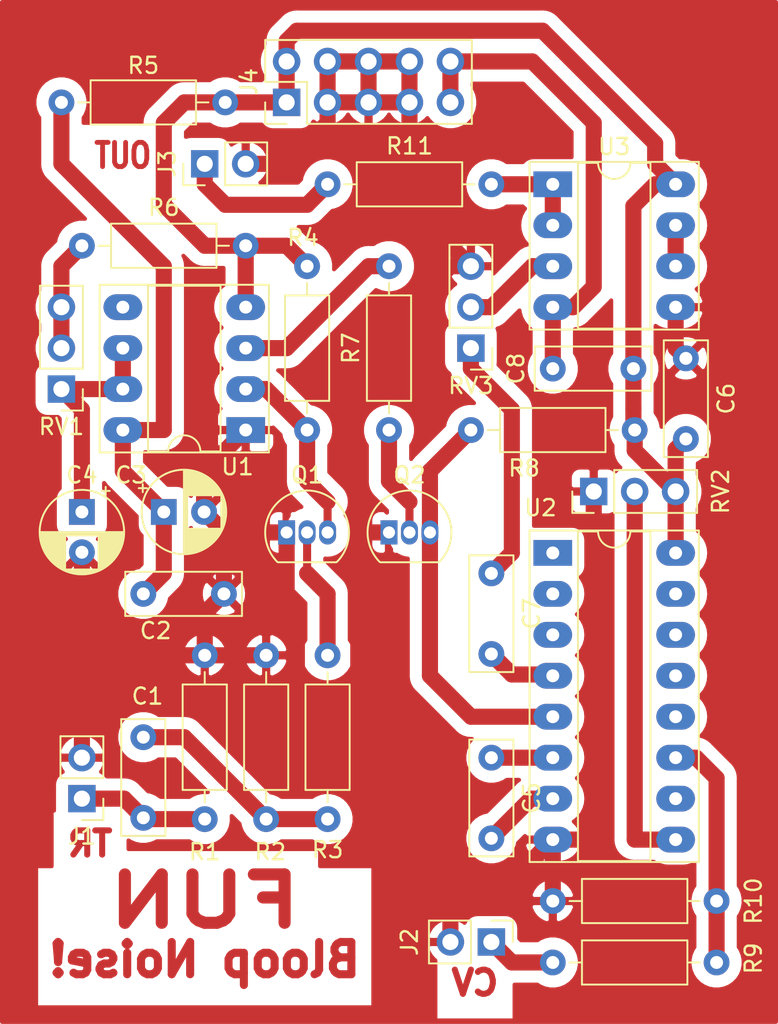
<source format=kicad_pcb>
(kicad_pcb (version 20171130) (host pcbnew "(5.1.7)-1")

  (general
    (thickness 1.6)
    (drawings 5)
    (tracks 155)
    (zones 0)
    (modules 31)
    (nets 34)
  )

  (page A4)
  (layers
    (0 F.Cu signal)
    (31 B.Cu signal)
    (32 B.Adhes user)
    (33 F.Adhes user)
    (34 B.Paste user)
    (35 F.Paste user)
    (36 B.SilkS user)
    (37 F.SilkS user)
    (38 B.Mask user)
    (39 F.Mask user)
    (40 Dwgs.User user)
    (41 Cmts.User user)
    (42 Eco1.User user)
    (43 Eco2.User user)
    (44 Edge.Cuts user)
    (45 Margin user)
    (46 B.CrtYd user)
    (47 F.CrtYd user)
    (48 B.Fab user)
    (49 F.Fab user)
  )

  (setup
    (last_trace_width 0.25)
    (user_trace_width 0.5)
    (user_trace_width 1)
    (trace_clearance 0.2)
    (zone_clearance 0.75)
    (zone_45_only no)
    (trace_min 0.2)
    (via_size 0.8)
    (via_drill 0.4)
    (via_min_size 0.4)
    (via_min_drill 0.3)
    (uvia_size 0.3)
    (uvia_drill 0.1)
    (uvias_allowed no)
    (uvia_min_size 0.2)
    (uvia_min_drill 0.1)
    (edge_width 0.15)
    (segment_width 0.2)
    (pcb_text_width 0.3)
    (pcb_text_size 1.5 1.5)
    (mod_edge_width 0.15)
    (mod_text_size 1 1)
    (mod_text_width 0.15)
    (pad_size 1.524 1.524)
    (pad_drill 0.762)
    (pad_to_mask_clearance 0.2)
    (aux_axis_origin 0 0)
    (visible_elements 7FFFFFFF)
    (pcbplotparams
      (layerselection 0x010fc_ffffffff)
      (usegerberextensions false)
      (usegerberattributes false)
      (usegerberadvancedattributes false)
      (creategerberjobfile false)
      (excludeedgelayer true)
      (linewidth 0.050000)
      (plotframeref false)
      (viasonmask false)
      (mode 1)
      (useauxorigin false)
      (hpglpennumber 1)
      (hpglpenspeed 20)
      (hpglpendiameter 15.000000)
      (psnegative false)
      (psa4output false)
      (plotreference true)
      (plotvalue true)
      (plotinvisibletext false)
      (padsonsilk false)
      (subtractmaskfromsilk false)
      (outputformat 1)
      (mirror false)
      (drillshape 1)
      (scaleselection 1)
      (outputdirectory ""))
  )

  (net 0 "")
  (net 1 "Net-(J2-Pad1)")
  (net 2 "Net-(R10-Pad1)")
  (net 3 "Net-(Q2-Pad3)")
  (net 4 +12V)
  (net 5 "Net-(Q2-Pad2)")
  (net 6 "Net-(R7-Pad2)")
  (net 7 "Net-(R6-Pad1)")
  (net 8 "Net-(C2-Pad1)")
  (net 9 "Net-(Q1-Pad3)")
  (net 10 "Net-(Q1-Pad2)")
  (net 11 "Net-(C1-Pad1)")
  (net 12 GND)
  (net 13 "Net-(C1-Pad2)")
  (net 14 "Net-(R11-Pad2)")
  (net 15 "Net-(J3-Pad1)")
  (net 16 "Net-(U3-Pad6)")
  (net 17 "Net-(RV3-Pad2)")
  (net 18 "Net-(C4-Pad1)")
  (net 19 "Net-(U1-Pad5)")
  (net 20 "Net-(U2-Pad1)")
  (net 21 "Net-(RV2-Pad2)")
  (net 22 "Net-(U2-Pad2)")
  (net 23 "Net-(U2-Pad10)")
  (net 24 "Net-(U2-Pad3)")
  (net 25 "Net-(C7-Pad2)")
  (net 26 "Net-(U2-Pad12)")
  (net 27 "Net-(U2-Pad13)")
  (net 28 "Net-(C5-Pad1)")
  (net 29 "Net-(U2-Pad14)")
  (net 30 "Net-(C5-Pad2)")
  (net 31 "Net-(U2-Pad15)")
  (net 32 "Net-(C7-Pad1)")
  (net 33 -12V)

  (net_class Default "This is the default net class."
    (clearance 0.2)
    (trace_width 0.25)
    (via_dia 0.8)
    (via_drill 0.4)
    (uvia_dia 0.3)
    (uvia_drill 0.1)
    (add_net +12V)
    (add_net -12V)
    (add_net GND)
    (add_net "Net-(C1-Pad1)")
    (add_net "Net-(C1-Pad2)")
    (add_net "Net-(C2-Pad1)")
    (add_net "Net-(C4-Pad1)")
    (add_net "Net-(C5-Pad1)")
    (add_net "Net-(C5-Pad2)")
    (add_net "Net-(C7-Pad1)")
    (add_net "Net-(C7-Pad2)")
    (add_net "Net-(J2-Pad1)")
    (add_net "Net-(J3-Pad1)")
    (add_net "Net-(Q1-Pad2)")
    (add_net "Net-(Q1-Pad3)")
    (add_net "Net-(Q2-Pad2)")
    (add_net "Net-(Q2-Pad3)")
    (add_net "Net-(R10-Pad1)")
    (add_net "Net-(R11-Pad2)")
    (add_net "Net-(R6-Pad1)")
    (add_net "Net-(R7-Pad2)")
    (add_net "Net-(RV2-Pad2)")
    (add_net "Net-(RV3-Pad2)")
    (add_net "Net-(U1-Pad5)")
    (add_net "Net-(U2-Pad1)")
    (add_net "Net-(U2-Pad10)")
    (add_net "Net-(U2-Pad12)")
    (add_net "Net-(U2-Pad13)")
    (add_net "Net-(U2-Pad14)")
    (add_net "Net-(U2-Pad15)")
    (add_net "Net-(U2-Pad2)")
    (add_net "Net-(U2-Pad3)")
    (add_net "Net-(U3-Pad6)")
  )

  (module Connector_PinHeader_2.54mm:PinHeader_1x02_P2.54mm_Vertical (layer F.Cu) (tedit 59FED5CC) (tstamp 5FB2EF77)
    (at 157.48 147.32 270)
    (descr "Through hole straight pin header, 1x02, 2.54mm pitch, single row")
    (tags "Through hole pin header THT 1x02 2.54mm single row")
    (path /5FB0BFF0)
    (fp_text reference J2 (at 0 5.08 90) (layer F.SilkS)
      (effects (font (size 1 1) (thickness 0.15)))
    )
    (fp_text value CV (at 0 4.87 90) (layer F.Fab)
      (effects (font (size 1 1) (thickness 0.15)))
    )
    (fp_line (start -0.635 -1.27) (end 1.27 -1.27) (layer F.Fab) (width 0.1))
    (fp_line (start 1.27 -1.27) (end 1.27 3.81) (layer F.Fab) (width 0.1))
    (fp_line (start 1.27 3.81) (end -1.27 3.81) (layer F.Fab) (width 0.1))
    (fp_line (start -1.27 3.81) (end -1.27 -0.635) (layer F.Fab) (width 0.1))
    (fp_line (start -1.27 -0.635) (end -0.635 -1.27) (layer F.Fab) (width 0.1))
    (fp_line (start -1.33 3.87) (end 1.33 3.87) (layer F.SilkS) (width 0.12))
    (fp_line (start -1.33 1.27) (end -1.33 3.87) (layer F.SilkS) (width 0.12))
    (fp_line (start 1.33 1.27) (end 1.33 3.87) (layer F.SilkS) (width 0.12))
    (fp_line (start -1.33 1.27) (end 1.33 1.27) (layer F.SilkS) (width 0.12))
    (fp_line (start -1.33 0) (end -1.33 -1.33) (layer F.SilkS) (width 0.12))
    (fp_line (start -1.33 -1.33) (end 0 -1.33) (layer F.SilkS) (width 0.12))
    (fp_line (start -1.8 -1.8) (end -1.8 4.35) (layer F.CrtYd) (width 0.05))
    (fp_line (start -1.8 4.35) (end 1.8 4.35) (layer F.CrtYd) (width 0.05))
    (fp_line (start 1.8 4.35) (end 1.8 -1.8) (layer F.CrtYd) (width 0.05))
    (fp_line (start 1.8 -1.8) (end -1.8 -1.8) (layer F.CrtYd) (width 0.05))
    (fp_text user %R (at 0 1.27) (layer F.Fab)
      (effects (font (size 1 1) (thickness 0.15)))
    )
    (pad 2 thru_hole oval (at 0 2.54 270) (size 1.7 1.7) (drill 1) (layers *.Cu *.Mask)
      (net 12 GND))
    (pad 1 thru_hole rect (at 0 0 270) (size 1.7 1.7) (drill 1) (layers *.Cu *.Mask)
      (net 1 "Net-(J2-Pad1)"))
    (model ${KISYS3DMOD}/Connector_PinHeader_2.54mm.3dshapes/PinHeader_1x02_P2.54mm_Vertical.wrl
      (at (xyz 0 0 0))
      (scale (xyz 1 1 1))
      (rotate (xyz 0 0 0))
    )
  )

  (module Resistor_THT:R_Axial_DIN0207_L6.3mm_D2.5mm_P10.16mm_Horizontal (layer F.Cu) (tedit 5AE5139B) (tstamp 5FB2ED9F)
    (at 166.37 115.57 180)
    (descr "Resistor, Axial_DIN0207 series, Axial, Horizontal, pin pitch=10.16mm, 0.25W = 1/4W, length*diameter=6.3*2.5mm^2, http://cdn-reichelt.de/documents/datenblatt/B400/1_4W%23YAG.pdf")
    (tags "Resistor Axial_DIN0207 series Axial Horizontal pin pitch 10.16mm 0.25W = 1/4W length 6.3mm diameter 2.5mm")
    (path /5FB02ED9)
    (fp_text reference R8 (at 6.858 -2.37) (layer F.SilkS)
      (effects (font (size 1 1) (thickness 0.15)))
    )
    (fp_text value 100k (at 5.08 2.37) (layer F.Fab)
      (effects (font (size 1 1) (thickness 0.15)))
    )
    (fp_line (start 1.93 -1.25) (end 1.93 1.25) (layer F.Fab) (width 0.1))
    (fp_line (start 1.93 1.25) (end 8.23 1.25) (layer F.Fab) (width 0.1))
    (fp_line (start 8.23 1.25) (end 8.23 -1.25) (layer F.Fab) (width 0.1))
    (fp_line (start 8.23 -1.25) (end 1.93 -1.25) (layer F.Fab) (width 0.1))
    (fp_line (start 0 0) (end 1.93 0) (layer F.Fab) (width 0.1))
    (fp_line (start 10.16 0) (end 8.23 0) (layer F.Fab) (width 0.1))
    (fp_line (start 1.81 -1.37) (end 1.81 1.37) (layer F.SilkS) (width 0.12))
    (fp_line (start 1.81 1.37) (end 8.35 1.37) (layer F.SilkS) (width 0.12))
    (fp_line (start 8.35 1.37) (end 8.35 -1.37) (layer F.SilkS) (width 0.12))
    (fp_line (start 8.35 -1.37) (end 1.81 -1.37) (layer F.SilkS) (width 0.12))
    (fp_line (start 1.04 0) (end 1.81 0) (layer F.SilkS) (width 0.12))
    (fp_line (start 9.12 0) (end 8.35 0) (layer F.SilkS) (width 0.12))
    (fp_line (start -1.05 -1.5) (end -1.05 1.5) (layer F.CrtYd) (width 0.05))
    (fp_line (start -1.05 1.5) (end 11.21 1.5) (layer F.CrtYd) (width 0.05))
    (fp_line (start 11.21 1.5) (end 11.21 -1.5) (layer F.CrtYd) (width 0.05))
    (fp_line (start 11.21 -1.5) (end -1.05 -1.5) (layer F.CrtYd) (width 0.05))
    (fp_text user %R (at 5.08 0) (layer F.Fab)
      (effects (font (size 1 1) (thickness 0.15)))
    )
    (pad 2 thru_hole oval (at 10.16 0 180) (size 1.6 1.6) (drill 0.8) (layers *.Cu *.Mask)
      (net 3 "Net-(Q2-Pad3)"))
    (pad 1 thru_hole circle (at 0 0 180) (size 1.6 1.6) (drill 0.8) (layers *.Cu *.Mask)
      (net 4 +12V))
    (model ${KISYS3DMOD}/Resistor_THT.3dshapes/R_Axial_DIN0207_L6.3mm_D2.5mm_P10.16mm_Horizontal.wrl
      (at (xyz 0 0 0))
      (scale (xyz 1 1 1))
      (rotate (xyz 0 0 0))
    )
  )

  (module Resistor_THT:R_Axial_DIN0207_L6.3mm_D2.5mm_P10.16mm_Horizontal (layer F.Cu) (tedit 5AE5139B) (tstamp 5FB2EDE4)
    (at 140.97 95.25 180)
    (descr "Resistor, Axial_DIN0207 series, Axial, Horizontal, pin pitch=10.16mm, 0.25W = 1/4W, length*diameter=6.3*2.5mm^2, http://cdn-reichelt.de/documents/datenblatt/B400/1_4W%23YAG.pdf")
    (tags "Resistor Axial_DIN0207 series Axial Horizontal pin pitch 10.16mm 0.25W = 1/4W length 6.3mm diameter 2.5mm")
    (path /5FB019A3)
    (fp_text reference R5 (at 5.08 2.286) (layer F.SilkS)
      (effects (font (size 1 1) (thickness 0.15)))
    )
    (fp_text value 150R (at 6.35 0) (layer F.Fab)
      (effects (font (size 1 1) (thickness 0.15)))
    )
    (fp_line (start 11.21 -1.5) (end -1.05 -1.5) (layer F.CrtYd) (width 0.05))
    (fp_line (start 11.21 1.5) (end 11.21 -1.5) (layer F.CrtYd) (width 0.05))
    (fp_line (start -1.05 1.5) (end 11.21 1.5) (layer F.CrtYd) (width 0.05))
    (fp_line (start -1.05 -1.5) (end -1.05 1.5) (layer F.CrtYd) (width 0.05))
    (fp_line (start 9.12 0) (end 8.35 0) (layer F.SilkS) (width 0.12))
    (fp_line (start 1.04 0) (end 1.81 0) (layer F.SilkS) (width 0.12))
    (fp_line (start 8.35 -1.37) (end 1.81 -1.37) (layer F.SilkS) (width 0.12))
    (fp_line (start 8.35 1.37) (end 8.35 -1.37) (layer F.SilkS) (width 0.12))
    (fp_line (start 1.81 1.37) (end 8.35 1.37) (layer F.SilkS) (width 0.12))
    (fp_line (start 1.81 -1.37) (end 1.81 1.37) (layer F.SilkS) (width 0.12))
    (fp_line (start 10.16 0) (end 8.23 0) (layer F.Fab) (width 0.1))
    (fp_line (start 0 0) (end 1.93 0) (layer F.Fab) (width 0.1))
    (fp_line (start 8.23 -1.25) (end 1.93 -1.25) (layer F.Fab) (width 0.1))
    (fp_line (start 8.23 1.25) (end 8.23 -1.25) (layer F.Fab) (width 0.1))
    (fp_line (start 1.93 1.25) (end 8.23 1.25) (layer F.Fab) (width 0.1))
    (fp_line (start 1.93 -1.25) (end 1.93 1.25) (layer F.Fab) (width 0.1))
    (fp_text user %R (at 2.54 0) (layer F.Fab)
      (effects (font (size 1 1) (thickness 0.15)))
    )
    (pad 1 thru_hole circle (at 0 0 180) (size 1.6 1.6) (drill 0.8) (layers *.Cu *.Mask)
      (net 4 +12V))
    (pad 2 thru_hole oval (at 10.16 0 180) (size 1.6 1.6) (drill 0.8) (layers *.Cu *.Mask)
      (net 8 "Net-(C2-Pad1)"))
    (model ${KISYS3DMOD}/Resistor_THT.3dshapes/R_Axial_DIN0207_L6.3mm_D2.5mm_P10.16mm_Horizontal.wrl
      (at (xyz 0 0 0))
      (scale (xyz 1 1 1))
      (rotate (xyz 0 0 0))
    )
  )

  (module Connector_PinHeader_2.54mm:PinHeader_2x05_P2.54mm_Vertical (layer F.Cu) (tedit 59FED5CC) (tstamp 5FB04A10)
    (at 144.78 95.25 90)
    (descr "Through hole straight pin header, 2x05, 2.54mm pitch, double rows")
    (tags "Through hole pin header THT 2x05 2.54mm double row")
    (path /5FB08BE6)
    (fp_text reference J4 (at 1.27 -2.33 90) (layer F.SilkS)
      (effects (font (size 1 1) (thickness 0.15)))
    )
    (fp_text value Power (at 1.27 12.49 90) (layer F.Fab)
      (effects (font (size 1 1) (thickness 0.15)))
    )
    (fp_line (start 0 -1.27) (end 3.81 -1.27) (layer F.Fab) (width 0.1))
    (fp_line (start 3.81 -1.27) (end 3.81 11.43) (layer F.Fab) (width 0.1))
    (fp_line (start 3.81 11.43) (end -1.27 11.43) (layer F.Fab) (width 0.1))
    (fp_line (start -1.27 11.43) (end -1.27 0) (layer F.Fab) (width 0.1))
    (fp_line (start -1.27 0) (end 0 -1.27) (layer F.Fab) (width 0.1))
    (fp_line (start -1.33 11.49) (end 3.87 11.49) (layer F.SilkS) (width 0.12))
    (fp_line (start -1.33 1.27) (end -1.33 11.49) (layer F.SilkS) (width 0.12))
    (fp_line (start 3.87 -1.33) (end 3.87 11.49) (layer F.SilkS) (width 0.12))
    (fp_line (start -1.33 1.27) (end 1.27 1.27) (layer F.SilkS) (width 0.12))
    (fp_line (start 1.27 1.27) (end 1.27 -1.33) (layer F.SilkS) (width 0.12))
    (fp_line (start 1.27 -1.33) (end 3.87 -1.33) (layer F.SilkS) (width 0.12))
    (fp_line (start -1.33 0) (end -1.33 -1.33) (layer F.SilkS) (width 0.12))
    (fp_line (start -1.33 -1.33) (end 0 -1.33) (layer F.SilkS) (width 0.12))
    (fp_line (start -1.8 -1.8) (end -1.8 11.95) (layer F.CrtYd) (width 0.05))
    (fp_line (start -1.8 11.95) (end 4.35 11.95) (layer F.CrtYd) (width 0.05))
    (fp_line (start 4.35 11.95) (end 4.35 -1.8) (layer F.CrtYd) (width 0.05))
    (fp_line (start 4.35 -1.8) (end -1.8 -1.8) (layer F.CrtYd) (width 0.05))
    (fp_text user %R (at 1.27 5.08) (layer F.Fab)
      (effects (font (size 1 1) (thickness 0.15)))
    )
    (pad 10 thru_hole oval (at 2.54 10.16 90) (size 1.7 1.7) (drill 1) (layers *.Cu *.Mask)
      (net 33 -12V))
    (pad 9 thru_hole oval (at 0 10.16 90) (size 1.7 1.7) (drill 1) (layers *.Cu *.Mask)
      (net 33 -12V))
    (pad 8 thru_hole oval (at 2.54 7.62 90) (size 1.7 1.7) (drill 1) (layers *.Cu *.Mask)
      (net 12 GND))
    (pad 7 thru_hole oval (at 0 7.62 90) (size 1.7 1.7) (drill 1) (layers *.Cu *.Mask)
      (net 12 GND))
    (pad 6 thru_hole oval (at 2.54 5.08 90) (size 1.7 1.7) (drill 1) (layers *.Cu *.Mask)
      (net 12 GND))
    (pad 5 thru_hole oval (at 0 5.08 90) (size 1.7 1.7) (drill 1) (layers *.Cu *.Mask)
      (net 12 GND))
    (pad 4 thru_hole oval (at 2.54 2.54 90) (size 1.7 1.7) (drill 1) (layers *.Cu *.Mask)
      (net 12 GND))
    (pad 3 thru_hole oval (at 0 2.54 90) (size 1.7 1.7) (drill 1) (layers *.Cu *.Mask)
      (net 12 GND))
    (pad 2 thru_hole oval (at 2.54 0 90) (size 1.7 1.7) (drill 1) (layers *.Cu *.Mask)
      (net 4 +12V))
    (pad 1 thru_hole rect (at 0 0 90) (size 1.7 1.7) (drill 1) (layers *.Cu *.Mask)
      (net 4 +12V))
    (model ${KISYS3DMOD}/Connector_PinHeader_2.54mm.3dshapes/PinHeader_2x05_P2.54mm_Vertical.wrl
      (at (xyz 0 0 0))
      (scale (xyz 1 1 1))
      (rotate (xyz 0 0 0))
    )
  )

  (module Capacitor_THT:CP_Radial_D5.0mm_P2.50mm (layer F.Cu) (tedit 5AE50EF0) (tstamp 5FB2F107)
    (at 137.16 120.65)
    (descr "CP, Radial series, Radial, pin pitch=2.50mm, , diameter=5mm, Electrolytic Capacitor")
    (tags "CP Radial series Radial pin pitch 2.50mm  diameter 5mm Electrolytic Capacitor")
    (path /5FB01407)
    (fp_text reference C3 (at -2.032 -2.286) (layer F.SilkS)
      (effects (font (size 1 1) (thickness 0.15)))
    )
    (fp_text value 10uF (at 1.25 3.75) (layer F.Fab)
      (effects (font (size 1 1) (thickness 0.15)))
    )
    (fp_circle (center 1.25 0) (end 3.75 0) (layer F.Fab) (width 0.1))
    (fp_circle (center 1.25 0) (end 3.87 0) (layer F.SilkS) (width 0.12))
    (fp_circle (center 1.25 0) (end 4 0) (layer F.CrtYd) (width 0.05))
    (fp_line (start -0.883605 -1.0875) (end -0.383605 -1.0875) (layer F.Fab) (width 0.1))
    (fp_line (start -0.633605 -1.3375) (end -0.633605 -0.8375) (layer F.Fab) (width 0.1))
    (fp_line (start 1.25 -2.58) (end 1.25 2.58) (layer F.SilkS) (width 0.12))
    (fp_line (start 1.29 -2.58) (end 1.29 2.58) (layer F.SilkS) (width 0.12))
    (fp_line (start 1.33 -2.579) (end 1.33 2.579) (layer F.SilkS) (width 0.12))
    (fp_line (start 1.37 -2.578) (end 1.37 2.578) (layer F.SilkS) (width 0.12))
    (fp_line (start 1.41 -2.576) (end 1.41 2.576) (layer F.SilkS) (width 0.12))
    (fp_line (start 1.45 -2.573) (end 1.45 2.573) (layer F.SilkS) (width 0.12))
    (fp_line (start 1.49 -2.569) (end 1.49 -1.04) (layer F.SilkS) (width 0.12))
    (fp_line (start 1.49 1.04) (end 1.49 2.569) (layer F.SilkS) (width 0.12))
    (fp_line (start 1.53 -2.565) (end 1.53 -1.04) (layer F.SilkS) (width 0.12))
    (fp_line (start 1.53 1.04) (end 1.53 2.565) (layer F.SilkS) (width 0.12))
    (fp_line (start 1.57 -2.561) (end 1.57 -1.04) (layer F.SilkS) (width 0.12))
    (fp_line (start 1.57 1.04) (end 1.57 2.561) (layer F.SilkS) (width 0.12))
    (fp_line (start 1.61 -2.556) (end 1.61 -1.04) (layer F.SilkS) (width 0.12))
    (fp_line (start 1.61 1.04) (end 1.61 2.556) (layer F.SilkS) (width 0.12))
    (fp_line (start 1.65 -2.55) (end 1.65 -1.04) (layer F.SilkS) (width 0.12))
    (fp_line (start 1.65 1.04) (end 1.65 2.55) (layer F.SilkS) (width 0.12))
    (fp_line (start 1.69 -2.543) (end 1.69 -1.04) (layer F.SilkS) (width 0.12))
    (fp_line (start 1.69 1.04) (end 1.69 2.543) (layer F.SilkS) (width 0.12))
    (fp_line (start 1.73 -2.536) (end 1.73 -1.04) (layer F.SilkS) (width 0.12))
    (fp_line (start 1.73 1.04) (end 1.73 2.536) (layer F.SilkS) (width 0.12))
    (fp_line (start 1.77 -2.528) (end 1.77 -1.04) (layer F.SilkS) (width 0.12))
    (fp_line (start 1.77 1.04) (end 1.77 2.528) (layer F.SilkS) (width 0.12))
    (fp_line (start 1.81 -2.52) (end 1.81 -1.04) (layer F.SilkS) (width 0.12))
    (fp_line (start 1.81 1.04) (end 1.81 2.52) (layer F.SilkS) (width 0.12))
    (fp_line (start 1.85 -2.511) (end 1.85 -1.04) (layer F.SilkS) (width 0.12))
    (fp_line (start 1.85 1.04) (end 1.85 2.511) (layer F.SilkS) (width 0.12))
    (fp_line (start 1.89 -2.501) (end 1.89 -1.04) (layer F.SilkS) (width 0.12))
    (fp_line (start 1.89 1.04) (end 1.89 2.501) (layer F.SilkS) (width 0.12))
    (fp_line (start 1.93 -2.491) (end 1.93 -1.04) (layer F.SilkS) (width 0.12))
    (fp_line (start 1.93 1.04) (end 1.93 2.491) (layer F.SilkS) (width 0.12))
    (fp_line (start 1.971 -2.48) (end 1.971 -1.04) (layer F.SilkS) (width 0.12))
    (fp_line (start 1.971 1.04) (end 1.971 2.48) (layer F.SilkS) (width 0.12))
    (fp_line (start 2.011 -2.468) (end 2.011 -1.04) (layer F.SilkS) (width 0.12))
    (fp_line (start 2.011 1.04) (end 2.011 2.468) (layer F.SilkS) (width 0.12))
    (fp_line (start 2.051 -2.455) (end 2.051 -1.04) (layer F.SilkS) (width 0.12))
    (fp_line (start 2.051 1.04) (end 2.051 2.455) (layer F.SilkS) (width 0.12))
    (fp_line (start 2.091 -2.442) (end 2.091 -1.04) (layer F.SilkS) (width 0.12))
    (fp_line (start 2.091 1.04) (end 2.091 2.442) (layer F.SilkS) (width 0.12))
    (fp_line (start 2.131 -2.428) (end 2.131 -1.04) (layer F.SilkS) (width 0.12))
    (fp_line (start 2.131 1.04) (end 2.131 2.428) (layer F.SilkS) (width 0.12))
    (fp_line (start 2.171 -2.414) (end 2.171 -1.04) (layer F.SilkS) (width 0.12))
    (fp_line (start 2.171 1.04) (end 2.171 2.414) (layer F.SilkS) (width 0.12))
    (fp_line (start 2.211 -2.398) (end 2.211 -1.04) (layer F.SilkS) (width 0.12))
    (fp_line (start 2.211 1.04) (end 2.211 2.398) (layer F.SilkS) (width 0.12))
    (fp_line (start 2.251 -2.382) (end 2.251 -1.04) (layer F.SilkS) (width 0.12))
    (fp_line (start 2.251 1.04) (end 2.251 2.382) (layer F.SilkS) (width 0.12))
    (fp_line (start 2.291 -2.365) (end 2.291 -1.04) (layer F.SilkS) (width 0.12))
    (fp_line (start 2.291 1.04) (end 2.291 2.365) (layer F.SilkS) (width 0.12))
    (fp_line (start 2.331 -2.348) (end 2.331 -1.04) (layer F.SilkS) (width 0.12))
    (fp_line (start 2.331 1.04) (end 2.331 2.348) (layer F.SilkS) (width 0.12))
    (fp_line (start 2.371 -2.329) (end 2.371 -1.04) (layer F.SilkS) (width 0.12))
    (fp_line (start 2.371 1.04) (end 2.371 2.329) (layer F.SilkS) (width 0.12))
    (fp_line (start 2.411 -2.31) (end 2.411 -1.04) (layer F.SilkS) (width 0.12))
    (fp_line (start 2.411 1.04) (end 2.411 2.31) (layer F.SilkS) (width 0.12))
    (fp_line (start 2.451 -2.29) (end 2.451 -1.04) (layer F.SilkS) (width 0.12))
    (fp_line (start 2.451 1.04) (end 2.451 2.29) (layer F.SilkS) (width 0.12))
    (fp_line (start 2.491 -2.268) (end 2.491 -1.04) (layer F.SilkS) (width 0.12))
    (fp_line (start 2.491 1.04) (end 2.491 2.268) (layer F.SilkS) (width 0.12))
    (fp_line (start 2.531 -2.247) (end 2.531 -1.04) (layer F.SilkS) (width 0.12))
    (fp_line (start 2.531 1.04) (end 2.531 2.247) (layer F.SilkS) (width 0.12))
    (fp_line (start 2.571 -2.224) (end 2.571 -1.04) (layer F.SilkS) (width 0.12))
    (fp_line (start 2.571 1.04) (end 2.571 2.224) (layer F.SilkS) (width 0.12))
    (fp_line (start 2.611 -2.2) (end 2.611 -1.04) (layer F.SilkS) (width 0.12))
    (fp_line (start 2.611 1.04) (end 2.611 2.2) (layer F.SilkS) (width 0.12))
    (fp_line (start 2.651 -2.175) (end 2.651 -1.04) (layer F.SilkS) (width 0.12))
    (fp_line (start 2.651 1.04) (end 2.651 2.175) (layer F.SilkS) (width 0.12))
    (fp_line (start 2.691 -2.149) (end 2.691 -1.04) (layer F.SilkS) (width 0.12))
    (fp_line (start 2.691 1.04) (end 2.691 2.149) (layer F.SilkS) (width 0.12))
    (fp_line (start 2.731 -2.122) (end 2.731 -1.04) (layer F.SilkS) (width 0.12))
    (fp_line (start 2.731 1.04) (end 2.731 2.122) (layer F.SilkS) (width 0.12))
    (fp_line (start 2.771 -2.095) (end 2.771 -1.04) (layer F.SilkS) (width 0.12))
    (fp_line (start 2.771 1.04) (end 2.771 2.095) (layer F.SilkS) (width 0.12))
    (fp_line (start 2.811 -2.065) (end 2.811 -1.04) (layer F.SilkS) (width 0.12))
    (fp_line (start 2.811 1.04) (end 2.811 2.065) (layer F.SilkS) (width 0.12))
    (fp_line (start 2.851 -2.035) (end 2.851 -1.04) (layer F.SilkS) (width 0.12))
    (fp_line (start 2.851 1.04) (end 2.851 2.035) (layer F.SilkS) (width 0.12))
    (fp_line (start 2.891 -2.004) (end 2.891 -1.04) (layer F.SilkS) (width 0.12))
    (fp_line (start 2.891 1.04) (end 2.891 2.004) (layer F.SilkS) (width 0.12))
    (fp_line (start 2.931 -1.971) (end 2.931 -1.04) (layer F.SilkS) (width 0.12))
    (fp_line (start 2.931 1.04) (end 2.931 1.971) (layer F.SilkS) (width 0.12))
    (fp_line (start 2.971 -1.937) (end 2.971 -1.04) (layer F.SilkS) (width 0.12))
    (fp_line (start 2.971 1.04) (end 2.971 1.937) (layer F.SilkS) (width 0.12))
    (fp_line (start 3.011 -1.901) (end 3.011 -1.04) (layer F.SilkS) (width 0.12))
    (fp_line (start 3.011 1.04) (end 3.011 1.901) (layer F.SilkS) (width 0.12))
    (fp_line (start 3.051 -1.864) (end 3.051 -1.04) (layer F.SilkS) (width 0.12))
    (fp_line (start 3.051 1.04) (end 3.051 1.864) (layer F.SilkS) (width 0.12))
    (fp_line (start 3.091 -1.826) (end 3.091 -1.04) (layer F.SilkS) (width 0.12))
    (fp_line (start 3.091 1.04) (end 3.091 1.826) (layer F.SilkS) (width 0.12))
    (fp_line (start 3.131 -1.785) (end 3.131 -1.04) (layer F.SilkS) (width 0.12))
    (fp_line (start 3.131 1.04) (end 3.131 1.785) (layer F.SilkS) (width 0.12))
    (fp_line (start 3.171 -1.743) (end 3.171 -1.04) (layer F.SilkS) (width 0.12))
    (fp_line (start 3.171 1.04) (end 3.171 1.743) (layer F.SilkS) (width 0.12))
    (fp_line (start 3.211 -1.699) (end 3.211 -1.04) (layer F.SilkS) (width 0.12))
    (fp_line (start 3.211 1.04) (end 3.211 1.699) (layer F.SilkS) (width 0.12))
    (fp_line (start 3.251 -1.653) (end 3.251 -1.04) (layer F.SilkS) (width 0.12))
    (fp_line (start 3.251 1.04) (end 3.251 1.653) (layer F.SilkS) (width 0.12))
    (fp_line (start 3.291 -1.605) (end 3.291 -1.04) (layer F.SilkS) (width 0.12))
    (fp_line (start 3.291 1.04) (end 3.291 1.605) (layer F.SilkS) (width 0.12))
    (fp_line (start 3.331 -1.554) (end 3.331 -1.04) (layer F.SilkS) (width 0.12))
    (fp_line (start 3.331 1.04) (end 3.331 1.554) (layer F.SilkS) (width 0.12))
    (fp_line (start 3.371 -1.5) (end 3.371 -1.04) (layer F.SilkS) (width 0.12))
    (fp_line (start 3.371 1.04) (end 3.371 1.5) (layer F.SilkS) (width 0.12))
    (fp_line (start 3.411 -1.443) (end 3.411 -1.04) (layer F.SilkS) (width 0.12))
    (fp_line (start 3.411 1.04) (end 3.411 1.443) (layer F.SilkS) (width 0.12))
    (fp_line (start 3.451 -1.383) (end 3.451 -1.04) (layer F.SilkS) (width 0.12))
    (fp_line (start 3.451 1.04) (end 3.451 1.383) (layer F.SilkS) (width 0.12))
    (fp_line (start 3.491 -1.319) (end 3.491 -1.04) (layer F.SilkS) (width 0.12))
    (fp_line (start 3.491 1.04) (end 3.491 1.319) (layer F.SilkS) (width 0.12))
    (fp_line (start 3.531 -1.251) (end 3.531 -1.04) (layer F.SilkS) (width 0.12))
    (fp_line (start 3.531 1.04) (end 3.531 1.251) (layer F.SilkS) (width 0.12))
    (fp_line (start 3.571 -1.178) (end 3.571 1.178) (layer F.SilkS) (width 0.12))
    (fp_line (start 3.611 -1.098) (end 3.611 1.098) (layer F.SilkS) (width 0.12))
    (fp_line (start 3.651 -1.011) (end 3.651 1.011) (layer F.SilkS) (width 0.12))
    (fp_line (start 3.691 -0.915) (end 3.691 0.915) (layer F.SilkS) (width 0.12))
    (fp_line (start 3.731 -0.805) (end 3.731 0.805) (layer F.SilkS) (width 0.12))
    (fp_line (start 3.771 -0.677) (end 3.771 0.677) (layer F.SilkS) (width 0.12))
    (fp_line (start 3.811 -0.518) (end 3.811 0.518) (layer F.SilkS) (width 0.12))
    (fp_line (start 3.851 -0.284) (end 3.851 0.284) (layer F.SilkS) (width 0.12))
    (fp_line (start -1.554775 -1.475) (end -1.054775 -1.475) (layer F.SilkS) (width 0.12))
    (fp_line (start -1.304775 -1.725) (end -1.304775 -1.225) (layer F.SilkS) (width 0.12))
    (fp_text user %R (at 1.25 0) (layer F.Fab)
      (effects (font (size 1 1) (thickness 0.15)))
    )
    (pad 2 thru_hole circle (at 2.5 0) (size 1.6 1.6) (drill 0.8) (layers *.Cu *.Mask)
      (net 12 GND))
    (pad 1 thru_hole rect (at 0 0) (size 1.6 1.6) (drill 0.8) (layers *.Cu *.Mask)
      (net 8 "Net-(C2-Pad1)"))
    (model ${KISYS3DMOD}/Capacitor_THT.3dshapes/CP_Radial_D5.0mm_P2.50mm.wrl
      (at (xyz 0 0 0))
      (scale (xyz 1 1 1))
      (rotate (xyz 0 0 0))
    )
  )

  (module Capacitor_THT:CP_Radial_D5.0mm_P2.50mm (layer F.Cu) (tedit 5AE50EF0) (tstamp 5FB2F083)
    (at 132.08 120.65 270)
    (descr "CP, Radial series, Radial, pin pitch=2.50mm, , diameter=5mm, Electrolytic Capacitor")
    (tags "CP Radial series Radial pin pitch 2.50mm  diameter 5mm Electrolytic Capacitor")
    (path /5FB01230)
    (fp_text reference C4 (at -2.286 0 180) (layer F.SilkS)
      (effects (font (size 1 1) (thickness 0.15)))
    )
    (fp_text value 10uF (at 1.25 3.75 90) (layer F.Fab)
      (effects (font (size 1 1) (thickness 0.15)))
    )
    (fp_line (start -1.304775 -1.725) (end -1.304775 -1.225) (layer F.SilkS) (width 0.12))
    (fp_line (start -1.554775 -1.475) (end -1.054775 -1.475) (layer F.SilkS) (width 0.12))
    (fp_line (start 3.851 -0.284) (end 3.851 0.284) (layer F.SilkS) (width 0.12))
    (fp_line (start 3.811 -0.518) (end 3.811 0.518) (layer F.SilkS) (width 0.12))
    (fp_line (start 3.771 -0.677) (end 3.771 0.677) (layer F.SilkS) (width 0.12))
    (fp_line (start 3.731 -0.805) (end 3.731 0.805) (layer F.SilkS) (width 0.12))
    (fp_line (start 3.691 -0.915) (end 3.691 0.915) (layer F.SilkS) (width 0.12))
    (fp_line (start 3.651 -1.011) (end 3.651 1.011) (layer F.SilkS) (width 0.12))
    (fp_line (start 3.611 -1.098) (end 3.611 1.098) (layer F.SilkS) (width 0.12))
    (fp_line (start 3.571 -1.178) (end 3.571 1.178) (layer F.SilkS) (width 0.12))
    (fp_line (start 3.531 1.04) (end 3.531 1.251) (layer F.SilkS) (width 0.12))
    (fp_line (start 3.531 -1.251) (end 3.531 -1.04) (layer F.SilkS) (width 0.12))
    (fp_line (start 3.491 1.04) (end 3.491 1.319) (layer F.SilkS) (width 0.12))
    (fp_line (start 3.491 -1.319) (end 3.491 -1.04) (layer F.SilkS) (width 0.12))
    (fp_line (start 3.451 1.04) (end 3.451 1.383) (layer F.SilkS) (width 0.12))
    (fp_line (start 3.451 -1.383) (end 3.451 -1.04) (layer F.SilkS) (width 0.12))
    (fp_line (start 3.411 1.04) (end 3.411 1.443) (layer F.SilkS) (width 0.12))
    (fp_line (start 3.411 -1.443) (end 3.411 -1.04) (layer F.SilkS) (width 0.12))
    (fp_line (start 3.371 1.04) (end 3.371 1.5) (layer F.SilkS) (width 0.12))
    (fp_line (start 3.371 -1.5) (end 3.371 -1.04) (layer F.SilkS) (width 0.12))
    (fp_line (start 3.331 1.04) (end 3.331 1.554) (layer F.SilkS) (width 0.12))
    (fp_line (start 3.331 -1.554) (end 3.331 -1.04) (layer F.SilkS) (width 0.12))
    (fp_line (start 3.291 1.04) (end 3.291 1.605) (layer F.SilkS) (width 0.12))
    (fp_line (start 3.291 -1.605) (end 3.291 -1.04) (layer F.SilkS) (width 0.12))
    (fp_line (start 3.251 1.04) (end 3.251 1.653) (layer F.SilkS) (width 0.12))
    (fp_line (start 3.251 -1.653) (end 3.251 -1.04) (layer F.SilkS) (width 0.12))
    (fp_line (start 3.211 1.04) (end 3.211 1.699) (layer F.SilkS) (width 0.12))
    (fp_line (start 3.211 -1.699) (end 3.211 -1.04) (layer F.SilkS) (width 0.12))
    (fp_line (start 3.171 1.04) (end 3.171 1.743) (layer F.SilkS) (width 0.12))
    (fp_line (start 3.171 -1.743) (end 3.171 -1.04) (layer F.SilkS) (width 0.12))
    (fp_line (start 3.131 1.04) (end 3.131 1.785) (layer F.SilkS) (width 0.12))
    (fp_line (start 3.131 -1.785) (end 3.131 -1.04) (layer F.SilkS) (width 0.12))
    (fp_line (start 3.091 1.04) (end 3.091 1.826) (layer F.SilkS) (width 0.12))
    (fp_line (start 3.091 -1.826) (end 3.091 -1.04) (layer F.SilkS) (width 0.12))
    (fp_line (start 3.051 1.04) (end 3.051 1.864) (layer F.SilkS) (width 0.12))
    (fp_line (start 3.051 -1.864) (end 3.051 -1.04) (layer F.SilkS) (width 0.12))
    (fp_line (start 3.011 1.04) (end 3.011 1.901) (layer F.SilkS) (width 0.12))
    (fp_line (start 3.011 -1.901) (end 3.011 -1.04) (layer F.SilkS) (width 0.12))
    (fp_line (start 2.971 1.04) (end 2.971 1.937) (layer F.SilkS) (width 0.12))
    (fp_line (start 2.971 -1.937) (end 2.971 -1.04) (layer F.SilkS) (width 0.12))
    (fp_line (start 2.931 1.04) (end 2.931 1.971) (layer F.SilkS) (width 0.12))
    (fp_line (start 2.931 -1.971) (end 2.931 -1.04) (layer F.SilkS) (width 0.12))
    (fp_line (start 2.891 1.04) (end 2.891 2.004) (layer F.SilkS) (width 0.12))
    (fp_line (start 2.891 -2.004) (end 2.891 -1.04) (layer F.SilkS) (width 0.12))
    (fp_line (start 2.851 1.04) (end 2.851 2.035) (layer F.SilkS) (width 0.12))
    (fp_line (start 2.851 -2.035) (end 2.851 -1.04) (layer F.SilkS) (width 0.12))
    (fp_line (start 2.811 1.04) (end 2.811 2.065) (layer F.SilkS) (width 0.12))
    (fp_line (start 2.811 -2.065) (end 2.811 -1.04) (layer F.SilkS) (width 0.12))
    (fp_line (start 2.771 1.04) (end 2.771 2.095) (layer F.SilkS) (width 0.12))
    (fp_line (start 2.771 -2.095) (end 2.771 -1.04) (layer F.SilkS) (width 0.12))
    (fp_line (start 2.731 1.04) (end 2.731 2.122) (layer F.SilkS) (width 0.12))
    (fp_line (start 2.731 -2.122) (end 2.731 -1.04) (layer F.SilkS) (width 0.12))
    (fp_line (start 2.691 1.04) (end 2.691 2.149) (layer F.SilkS) (width 0.12))
    (fp_line (start 2.691 -2.149) (end 2.691 -1.04) (layer F.SilkS) (width 0.12))
    (fp_line (start 2.651 1.04) (end 2.651 2.175) (layer F.SilkS) (width 0.12))
    (fp_line (start 2.651 -2.175) (end 2.651 -1.04) (layer F.SilkS) (width 0.12))
    (fp_line (start 2.611 1.04) (end 2.611 2.2) (layer F.SilkS) (width 0.12))
    (fp_line (start 2.611 -2.2) (end 2.611 -1.04) (layer F.SilkS) (width 0.12))
    (fp_line (start 2.571 1.04) (end 2.571 2.224) (layer F.SilkS) (width 0.12))
    (fp_line (start 2.571 -2.224) (end 2.571 -1.04) (layer F.SilkS) (width 0.12))
    (fp_line (start 2.531 1.04) (end 2.531 2.247) (layer F.SilkS) (width 0.12))
    (fp_line (start 2.531 -2.247) (end 2.531 -1.04) (layer F.SilkS) (width 0.12))
    (fp_line (start 2.491 1.04) (end 2.491 2.268) (layer F.SilkS) (width 0.12))
    (fp_line (start 2.491 -2.268) (end 2.491 -1.04) (layer F.SilkS) (width 0.12))
    (fp_line (start 2.451 1.04) (end 2.451 2.29) (layer F.SilkS) (width 0.12))
    (fp_line (start 2.451 -2.29) (end 2.451 -1.04) (layer F.SilkS) (width 0.12))
    (fp_line (start 2.411 1.04) (end 2.411 2.31) (layer F.SilkS) (width 0.12))
    (fp_line (start 2.411 -2.31) (end 2.411 -1.04) (layer F.SilkS) (width 0.12))
    (fp_line (start 2.371 1.04) (end 2.371 2.329) (layer F.SilkS) (width 0.12))
    (fp_line (start 2.371 -2.329) (end 2.371 -1.04) (layer F.SilkS) (width 0.12))
    (fp_line (start 2.331 1.04) (end 2.331 2.348) (layer F.SilkS) (width 0.12))
    (fp_line (start 2.331 -2.348) (end 2.331 -1.04) (layer F.SilkS) (width 0.12))
    (fp_line (start 2.291 1.04) (end 2.291 2.365) (layer F.SilkS) (width 0.12))
    (fp_line (start 2.291 -2.365) (end 2.291 -1.04) (layer F.SilkS) (width 0.12))
    (fp_line (start 2.251 1.04) (end 2.251 2.382) (layer F.SilkS) (width 0.12))
    (fp_line (start 2.251 -2.382) (end 2.251 -1.04) (layer F.SilkS) (width 0.12))
    (fp_line (start 2.211 1.04) (end 2.211 2.398) (layer F.SilkS) (width 0.12))
    (fp_line (start 2.211 -2.398) (end 2.211 -1.04) (layer F.SilkS) (width 0.12))
    (fp_line (start 2.171 1.04) (end 2.171 2.414) (layer F.SilkS) (width 0.12))
    (fp_line (start 2.171 -2.414) (end 2.171 -1.04) (layer F.SilkS) (width 0.12))
    (fp_line (start 2.131 1.04) (end 2.131 2.428) (layer F.SilkS) (width 0.12))
    (fp_line (start 2.131 -2.428) (end 2.131 -1.04) (layer F.SilkS) (width 0.12))
    (fp_line (start 2.091 1.04) (end 2.091 2.442) (layer F.SilkS) (width 0.12))
    (fp_line (start 2.091 -2.442) (end 2.091 -1.04) (layer F.SilkS) (width 0.12))
    (fp_line (start 2.051 1.04) (end 2.051 2.455) (layer F.SilkS) (width 0.12))
    (fp_line (start 2.051 -2.455) (end 2.051 -1.04) (layer F.SilkS) (width 0.12))
    (fp_line (start 2.011 1.04) (end 2.011 2.468) (layer F.SilkS) (width 0.12))
    (fp_line (start 2.011 -2.468) (end 2.011 -1.04) (layer F.SilkS) (width 0.12))
    (fp_line (start 1.971 1.04) (end 1.971 2.48) (layer F.SilkS) (width 0.12))
    (fp_line (start 1.971 -2.48) (end 1.971 -1.04) (layer F.SilkS) (width 0.12))
    (fp_line (start 1.93 1.04) (end 1.93 2.491) (layer F.SilkS) (width 0.12))
    (fp_line (start 1.93 -2.491) (end 1.93 -1.04) (layer F.SilkS) (width 0.12))
    (fp_line (start 1.89 1.04) (end 1.89 2.501) (layer F.SilkS) (width 0.12))
    (fp_line (start 1.89 -2.501) (end 1.89 -1.04) (layer F.SilkS) (width 0.12))
    (fp_line (start 1.85 1.04) (end 1.85 2.511) (layer F.SilkS) (width 0.12))
    (fp_line (start 1.85 -2.511) (end 1.85 -1.04) (layer F.SilkS) (width 0.12))
    (fp_line (start 1.81 1.04) (end 1.81 2.52) (layer F.SilkS) (width 0.12))
    (fp_line (start 1.81 -2.52) (end 1.81 -1.04) (layer F.SilkS) (width 0.12))
    (fp_line (start 1.77 1.04) (end 1.77 2.528) (layer F.SilkS) (width 0.12))
    (fp_line (start 1.77 -2.528) (end 1.77 -1.04) (layer F.SilkS) (width 0.12))
    (fp_line (start 1.73 1.04) (end 1.73 2.536) (layer F.SilkS) (width 0.12))
    (fp_line (start 1.73 -2.536) (end 1.73 -1.04) (layer F.SilkS) (width 0.12))
    (fp_line (start 1.69 1.04) (end 1.69 2.543) (layer F.SilkS) (width 0.12))
    (fp_line (start 1.69 -2.543) (end 1.69 -1.04) (layer F.SilkS) (width 0.12))
    (fp_line (start 1.65 1.04) (end 1.65 2.55) (layer F.SilkS) (width 0.12))
    (fp_line (start 1.65 -2.55) (end 1.65 -1.04) (layer F.SilkS) (width 0.12))
    (fp_line (start 1.61 1.04) (end 1.61 2.556) (layer F.SilkS) (width 0.12))
    (fp_line (start 1.61 -2.556) (end 1.61 -1.04) (layer F.SilkS) (width 0.12))
    (fp_line (start 1.57 1.04) (end 1.57 2.561) (layer F.SilkS) (width 0.12))
    (fp_line (start 1.57 -2.561) (end 1.57 -1.04) (layer F.SilkS) (width 0.12))
    (fp_line (start 1.53 1.04) (end 1.53 2.565) (layer F.SilkS) (width 0.12))
    (fp_line (start 1.53 -2.565) (end 1.53 -1.04) (layer F.SilkS) (width 0.12))
    (fp_line (start 1.49 1.04) (end 1.49 2.569) (layer F.SilkS) (width 0.12))
    (fp_line (start 1.49 -2.569) (end 1.49 -1.04) (layer F.SilkS) (width 0.12))
    (fp_line (start 1.45 -2.573) (end 1.45 2.573) (layer F.SilkS) (width 0.12))
    (fp_line (start 1.41 -2.576) (end 1.41 2.576) (layer F.SilkS) (width 0.12))
    (fp_line (start 1.37 -2.578) (end 1.37 2.578) (layer F.SilkS) (width 0.12))
    (fp_line (start 1.33 -2.579) (end 1.33 2.579) (layer F.SilkS) (width 0.12))
    (fp_line (start 1.29 -2.58) (end 1.29 2.58) (layer F.SilkS) (width 0.12))
    (fp_line (start 1.25 -2.58) (end 1.25 2.58) (layer F.SilkS) (width 0.12))
    (fp_line (start -0.633605 -1.3375) (end -0.633605 -0.8375) (layer F.Fab) (width 0.1))
    (fp_line (start -0.883605 -1.0875) (end -0.383605 -1.0875) (layer F.Fab) (width 0.1))
    (fp_circle (center 1.25 0) (end 4 0) (layer F.CrtYd) (width 0.05))
    (fp_circle (center 1.25 0) (end 3.87 0) (layer F.SilkS) (width 0.12))
    (fp_circle (center 1.25 0) (end 3.75 0) (layer F.Fab) (width 0.1))
    (fp_text user %R (at 1.25 0 90) (layer F.Fab)
      (effects (font (size 1 1) (thickness 0.15)))
    )
    (pad 1 thru_hole rect (at 0 0 270) (size 1.6 1.6) (drill 0.8) (layers *.Cu *.Mask)
      (net 18 "Net-(C4-Pad1)"))
    (pad 2 thru_hole circle (at 2.5 0 270) (size 1.6 1.6) (drill 0.8) (layers *.Cu *.Mask)
      (net 12 GND))
    (model ${KISYS3DMOD}/Capacitor_THT.3dshapes/CP_Radial_D5.0mm_P2.50mm.wrl
      (at (xyz 0 0 0))
      (scale (xyz 1 1 1))
      (rotate (xyz 0 0 0))
    )
  )

  (module Capacitor_THT:C_Rect_L7.0mm_W2.5mm_P5.00mm (layer F.Cu) (tedit 5AE50EF0) (tstamp 5FB2EFFF)
    (at 135.89 134.62 270)
    (descr "C, Rect series, Radial, pin pitch=5.00mm, , length*width=7*2.5mm^2, Capacitor")
    (tags "C Rect series Radial pin pitch 5.00mm  length 7mm width 2.5mm Capacitor")
    (path /5FB00C6B)
    (fp_text reference C1 (at -2.54 -0.254 180) (layer F.SilkS)
      (effects (font (size 1 1) (thickness 0.15)))
    )
    (fp_text value 100nF (at 2.5 2.5 90) (layer F.Fab)
      (effects (font (size 1 1) (thickness 0.15)))
    )
    (fp_line (start -1 -1.25) (end -1 1.25) (layer F.Fab) (width 0.1))
    (fp_line (start -1 1.25) (end 6 1.25) (layer F.Fab) (width 0.1))
    (fp_line (start 6 1.25) (end 6 -1.25) (layer F.Fab) (width 0.1))
    (fp_line (start 6 -1.25) (end -1 -1.25) (layer F.Fab) (width 0.1))
    (fp_line (start -1.12 -1.37) (end 6.12 -1.37) (layer F.SilkS) (width 0.12))
    (fp_line (start -1.12 1.37) (end 6.12 1.37) (layer F.SilkS) (width 0.12))
    (fp_line (start -1.12 -1.37) (end -1.12 1.37) (layer F.SilkS) (width 0.12))
    (fp_line (start 6.12 -1.37) (end 6.12 1.37) (layer F.SilkS) (width 0.12))
    (fp_line (start -1.25 -1.5) (end -1.25 1.5) (layer F.CrtYd) (width 0.05))
    (fp_line (start -1.25 1.5) (end 6.25 1.5) (layer F.CrtYd) (width 0.05))
    (fp_line (start 6.25 1.5) (end 6.25 -1.5) (layer F.CrtYd) (width 0.05))
    (fp_line (start 6.25 -1.5) (end -1.25 -1.5) (layer F.CrtYd) (width 0.05))
    (fp_text user %R (at 2.5 0 90) (layer F.Fab)
      (effects (font (size 1 1) (thickness 0.15)))
    )
    (pad 2 thru_hole circle (at 5 0 270) (size 1.6 1.6) (drill 0.8) (layers *.Cu *.Mask)
      (net 13 "Net-(C1-Pad2)"))
    (pad 1 thru_hole circle (at 0 0 270) (size 1.6 1.6) (drill 0.8) (layers *.Cu *.Mask)
      (net 11 "Net-(C1-Pad1)"))
    (model ${KISYS3DMOD}/Capacitor_THT.3dshapes/C_Rect_L7.0mm_W2.5mm_P5.00mm.wrl
      (at (xyz 0 0 0))
      (scale (xyz 1 1 1))
      (rotate (xyz 0 0 0))
    )
  )

  (module Capacitor_THT:C_Rect_L7.0mm_W2.5mm_P5.00mm (layer F.Cu) (tedit 5AE50EF0) (tstamp 5FB060CE)
    (at 135.89 125.73)
    (descr "C, Rect series, Radial, pin pitch=5.00mm, , length*width=7*2.5mm^2, Capacitor")
    (tags "C Rect series Radial pin pitch 5.00mm  length 7mm width 2.5mm Capacitor")
    (path /5FB01335)
    (fp_text reference C2 (at 0.762 2.286) (layer F.SilkS)
      (effects (font (size 1 1) (thickness 0.15)))
    )
    (fp_text value 100nF (at 2.5 2.5) (layer F.Fab)
      (effects (font (size 1 1) (thickness 0.15)))
    )
    (fp_line (start 6.25 -1.5) (end -1.25 -1.5) (layer F.CrtYd) (width 0.05))
    (fp_line (start 6.25 1.5) (end 6.25 -1.5) (layer F.CrtYd) (width 0.05))
    (fp_line (start -1.25 1.5) (end 6.25 1.5) (layer F.CrtYd) (width 0.05))
    (fp_line (start -1.25 -1.5) (end -1.25 1.5) (layer F.CrtYd) (width 0.05))
    (fp_line (start 6.12 -1.37) (end 6.12 1.37) (layer F.SilkS) (width 0.12))
    (fp_line (start -1.12 -1.37) (end -1.12 1.37) (layer F.SilkS) (width 0.12))
    (fp_line (start -1.12 1.37) (end 6.12 1.37) (layer F.SilkS) (width 0.12))
    (fp_line (start -1.12 -1.37) (end 6.12 -1.37) (layer F.SilkS) (width 0.12))
    (fp_line (start 6 -1.25) (end -1 -1.25) (layer F.Fab) (width 0.1))
    (fp_line (start 6 1.25) (end 6 -1.25) (layer F.Fab) (width 0.1))
    (fp_line (start -1 1.25) (end 6 1.25) (layer F.Fab) (width 0.1))
    (fp_line (start -1 -1.25) (end -1 1.25) (layer F.Fab) (width 0.1))
    (fp_text user %R (at 2.5 0) (layer F.Fab)
      (effects (font (size 1 1) (thickness 0.15)))
    )
    (pad 1 thru_hole circle (at 0 0) (size 1.6 1.6) (drill 0.8) (layers *.Cu *.Mask)
      (net 8 "Net-(C2-Pad1)"))
    (pad 2 thru_hole circle (at 5 0) (size 1.6 1.6) (drill 0.8) (layers *.Cu *.Mask)
      (net 12 GND))
    (model ${KISYS3DMOD}/Capacitor_THT.3dshapes/C_Rect_L7.0mm_W2.5mm_P5.00mm.wrl
      (at (xyz 0 0 0))
      (scale (xyz 1 1 1))
      (rotate (xyz 0 0 0))
    )
  )

  (module Capacitor_THT:C_Rect_L7.0mm_W2.5mm_P5.00mm (layer F.Cu) (tedit 5AE50EF0) (tstamp 5FB2EFD9)
    (at 157.48 135.89 270)
    (descr "C, Rect series, Radial, pin pitch=5.00mm, , length*width=7*2.5mm^2, Capacitor")
    (tags "C Rect series Radial pin pitch 5.00mm  length 7mm width 2.5mm Capacitor")
    (path /5FB03AFB)
    (fp_text reference C5 (at 2.5 -2.5 90) (layer F.SilkS)
      (effects (font (size 1 1) (thickness 0.15)))
    )
    (fp_text value 2.2nF (at 2.5 2.5 90) (layer F.Fab)
      (effects (font (size 1 1) (thickness 0.15)))
    )
    (fp_line (start -1 -1.25) (end -1 1.25) (layer F.Fab) (width 0.1))
    (fp_line (start -1 1.25) (end 6 1.25) (layer F.Fab) (width 0.1))
    (fp_line (start 6 1.25) (end 6 -1.25) (layer F.Fab) (width 0.1))
    (fp_line (start 6 -1.25) (end -1 -1.25) (layer F.Fab) (width 0.1))
    (fp_line (start -1.12 -1.37) (end 6.12 -1.37) (layer F.SilkS) (width 0.12))
    (fp_line (start -1.12 1.37) (end 6.12 1.37) (layer F.SilkS) (width 0.12))
    (fp_line (start -1.12 -1.37) (end -1.12 1.37) (layer F.SilkS) (width 0.12))
    (fp_line (start 6.12 -1.37) (end 6.12 1.37) (layer F.SilkS) (width 0.12))
    (fp_line (start -1.25 -1.5) (end -1.25 1.5) (layer F.CrtYd) (width 0.05))
    (fp_line (start -1.25 1.5) (end 6.25 1.5) (layer F.CrtYd) (width 0.05))
    (fp_line (start 6.25 1.5) (end 6.25 -1.5) (layer F.CrtYd) (width 0.05))
    (fp_line (start 6.25 -1.5) (end -1.25 -1.5) (layer F.CrtYd) (width 0.05))
    (fp_text user %R (at 2.5 0 90) (layer F.Fab)
      (effects (font (size 1 1) (thickness 0.15)))
    )
    (pad 2 thru_hole circle (at 5 0 270) (size 1.6 1.6) (drill 0.8) (layers *.Cu *.Mask)
      (net 30 "Net-(C5-Pad2)"))
    (pad 1 thru_hole circle (at 0 0 270) (size 1.6 1.6) (drill 0.8) (layers *.Cu *.Mask)
      (net 28 "Net-(C5-Pad1)"))
    (model ${KISYS3DMOD}/Capacitor_THT.3dshapes/C_Rect_L7.0mm_W2.5mm_P5.00mm.wrl
      (at (xyz 0 0 0))
      (scale (xyz 1 1 1))
      (rotate (xyz 0 0 0))
    )
  )

  (module Capacitor_THT:C_Rect_L7.0mm_W2.5mm_P5.00mm (layer F.Cu) (tedit 5AE50EF0) (tstamp 5FB2EFC6)
    (at 169.545 111.125 270)
    (descr "C, Rect series, Radial, pin pitch=5.00mm, , length*width=7*2.5mm^2, Capacitor")
    (tags "C Rect series Radial pin pitch 5.00mm  length 7mm width 2.5mm Capacitor")
    (path /5FB04939)
    (fp_text reference C6 (at 2.5 -2.5 90) (layer F.SilkS)
      (effects (font (size 1 1) (thickness 0.15)))
    )
    (fp_text value 100nF (at 2.5 2.5 90) (layer F.Fab)
      (effects (font (size 1 1) (thickness 0.15)))
    )
    (fp_line (start 6.25 -1.5) (end -1.25 -1.5) (layer F.CrtYd) (width 0.05))
    (fp_line (start 6.25 1.5) (end 6.25 -1.5) (layer F.CrtYd) (width 0.05))
    (fp_line (start -1.25 1.5) (end 6.25 1.5) (layer F.CrtYd) (width 0.05))
    (fp_line (start -1.25 -1.5) (end -1.25 1.5) (layer F.CrtYd) (width 0.05))
    (fp_line (start 6.12 -1.37) (end 6.12 1.37) (layer F.SilkS) (width 0.12))
    (fp_line (start -1.12 -1.37) (end -1.12 1.37) (layer F.SilkS) (width 0.12))
    (fp_line (start -1.12 1.37) (end 6.12 1.37) (layer F.SilkS) (width 0.12))
    (fp_line (start -1.12 -1.37) (end 6.12 -1.37) (layer F.SilkS) (width 0.12))
    (fp_line (start 6 -1.25) (end -1 -1.25) (layer F.Fab) (width 0.1))
    (fp_line (start 6 1.25) (end 6 -1.25) (layer F.Fab) (width 0.1))
    (fp_line (start -1 1.25) (end 6 1.25) (layer F.Fab) (width 0.1))
    (fp_line (start -1 -1.25) (end -1 1.25) (layer F.Fab) (width 0.1))
    (fp_text user %R (at 2.5 0 90) (layer F.Fab)
      (effects (font (size 1 1) (thickness 0.15)))
    )
    (pad 1 thru_hole circle (at 0 0 270) (size 1.6 1.6) (drill 0.8) (layers *.Cu *.Mask)
      (net 12 GND))
    (pad 2 thru_hole circle (at 5 0 270) (size 1.6 1.6) (drill 0.8) (layers *.Cu *.Mask)
      (net 4 +12V))
    (model ${KISYS3DMOD}/Capacitor_THT.3dshapes/C_Rect_L7.0mm_W2.5mm_P5.00mm.wrl
      (at (xyz 0 0 0))
      (scale (xyz 1 1 1))
      (rotate (xyz 0 0 0))
    )
  )

  (module Capacitor_THT:C_Rect_L7.0mm_W2.5mm_P5.00mm (layer F.Cu) (tedit 5AE50EF0) (tstamp 5FB06E6D)
    (at 157.48 124.46 270)
    (descr "C, Rect series, Radial, pin pitch=5.00mm, , length*width=7*2.5mm^2, Capacitor")
    (tags "C Rect series Radial pin pitch 5.00mm  length 7mm width 2.5mm Capacitor")
    (path /5FB065B9)
    (fp_text reference C7 (at 2.5 -2.5 90) (layer F.SilkS)
      (effects (font (size 1 1) (thickness 0.15)))
    )
    (fp_text value 100nF (at 2.5 2.5 90) (layer F.Fab)
      (effects (font (size 1 1) (thickness 0.15)))
    )
    (fp_line (start -1 -1.25) (end -1 1.25) (layer F.Fab) (width 0.1))
    (fp_line (start -1 1.25) (end 6 1.25) (layer F.Fab) (width 0.1))
    (fp_line (start 6 1.25) (end 6 -1.25) (layer F.Fab) (width 0.1))
    (fp_line (start 6 -1.25) (end -1 -1.25) (layer F.Fab) (width 0.1))
    (fp_line (start -1.12 -1.37) (end 6.12 -1.37) (layer F.SilkS) (width 0.12))
    (fp_line (start -1.12 1.37) (end 6.12 1.37) (layer F.SilkS) (width 0.12))
    (fp_line (start -1.12 -1.37) (end -1.12 1.37) (layer F.SilkS) (width 0.12))
    (fp_line (start 6.12 -1.37) (end 6.12 1.37) (layer F.SilkS) (width 0.12))
    (fp_line (start -1.25 -1.5) (end -1.25 1.5) (layer F.CrtYd) (width 0.05))
    (fp_line (start -1.25 1.5) (end 6.25 1.5) (layer F.CrtYd) (width 0.05))
    (fp_line (start 6.25 1.5) (end 6.25 -1.5) (layer F.CrtYd) (width 0.05))
    (fp_line (start 6.25 -1.5) (end -1.25 -1.5) (layer F.CrtYd) (width 0.05))
    (fp_text user %R (at 2.5 0 90) (layer F.Fab)
      (effects (font (size 1 1) (thickness 0.15)))
    )
    (pad 2 thru_hole circle (at 5 0 270) (size 1.6 1.6) (drill 0.8) (layers *.Cu *.Mask)
      (net 25 "Net-(C7-Pad2)"))
    (pad 1 thru_hole circle (at 0 0 270) (size 1.6 1.6) (drill 0.8) (layers *.Cu *.Mask)
      (net 32 "Net-(C7-Pad1)"))
    (model ${KISYS3DMOD}/Capacitor_THT.3dshapes/C_Rect_L7.0mm_W2.5mm_P5.00mm.wrl
      (at (xyz 0 0 0))
      (scale (xyz 1 1 1))
      (rotate (xyz 0 0 0))
    )
  )

  (module Capacitor_THT:C_Rect_L7.0mm_W2.5mm_P5.00mm (layer F.Cu) (tedit 5AE50EF0) (tstamp 5FB2EFA0)
    (at 161.29 111.76)
    (descr "C, Rect series, Radial, pin pitch=5.00mm, , length*width=7*2.5mm^2, Capacitor")
    (tags "C Rect series Radial pin pitch 5.00mm  length 7mm width 2.5mm Capacitor")
    (path /5FB08362)
    (fp_text reference C8 (at -2.286 0 90) (layer F.SilkS)
      (effects (font (size 1 1) (thickness 0.15)))
    )
    (fp_text value 100nF (at 2.5 2.5) (layer F.Fab)
      (effects (font (size 1 1) (thickness 0.15)))
    )
    (fp_line (start 6.25 -1.5) (end -1.25 -1.5) (layer F.CrtYd) (width 0.05))
    (fp_line (start 6.25 1.5) (end 6.25 -1.5) (layer F.CrtYd) (width 0.05))
    (fp_line (start -1.25 1.5) (end 6.25 1.5) (layer F.CrtYd) (width 0.05))
    (fp_line (start -1.25 -1.5) (end -1.25 1.5) (layer F.CrtYd) (width 0.05))
    (fp_line (start 6.12 -1.37) (end 6.12 1.37) (layer F.SilkS) (width 0.12))
    (fp_line (start -1.12 -1.37) (end -1.12 1.37) (layer F.SilkS) (width 0.12))
    (fp_line (start -1.12 1.37) (end 6.12 1.37) (layer F.SilkS) (width 0.12))
    (fp_line (start -1.12 -1.37) (end 6.12 -1.37) (layer F.SilkS) (width 0.12))
    (fp_line (start 6 -1.25) (end -1 -1.25) (layer F.Fab) (width 0.1))
    (fp_line (start 6 1.25) (end 6 -1.25) (layer F.Fab) (width 0.1))
    (fp_line (start -1 1.25) (end 6 1.25) (layer F.Fab) (width 0.1))
    (fp_line (start -1 -1.25) (end -1 1.25) (layer F.Fab) (width 0.1))
    (fp_text user %R (at 2.5 0) (layer F.Fab)
      (effects (font (size 1 1) (thickness 0.15)))
    )
    (pad 1 thru_hole circle (at 0 0) (size 1.6 1.6) (drill 0.8) (layers *.Cu *.Mask)
      (net 33 -12V))
    (pad 2 thru_hole circle (at 5 0) (size 1.6 1.6) (drill 0.8) (layers *.Cu *.Mask)
      (net 4 +12V))
    (model ${KISYS3DMOD}/Capacitor_THT.3dshapes/C_Rect_L7.0mm_W2.5mm_P5.00mm.wrl
      (at (xyz 0 0 0))
      (scale (xyz 1 1 1))
      (rotate (xyz 0 0 0))
    )
  )

  (module Connector_PinHeader_2.54mm:PinHeader_1x02_P2.54mm_Vertical (layer F.Cu) (tedit 59FED5CC) (tstamp 5FB2EF8D)
    (at 132.08 138.43 180)
    (descr "Through hole straight pin header, 1x02, 2.54mm pitch, single row")
    (tags "Through hole pin header THT 1x02 2.54mm single row")
    (path /5FB0B700)
    (fp_text reference J1 (at 0 -2.33) (layer F.SilkS)
      (effects (font (size 1 1) (thickness 0.15)))
    )
    (fp_text value Trig (at 0 4.87) (layer F.Fab)
      (effects (font (size 1 1) (thickness 0.15)))
    )
    (fp_line (start 1.8 -1.8) (end -1.8 -1.8) (layer F.CrtYd) (width 0.05))
    (fp_line (start 1.8 4.35) (end 1.8 -1.8) (layer F.CrtYd) (width 0.05))
    (fp_line (start -1.8 4.35) (end 1.8 4.35) (layer F.CrtYd) (width 0.05))
    (fp_line (start -1.8 -1.8) (end -1.8 4.35) (layer F.CrtYd) (width 0.05))
    (fp_line (start -1.33 -1.33) (end 0 -1.33) (layer F.SilkS) (width 0.12))
    (fp_line (start -1.33 0) (end -1.33 -1.33) (layer F.SilkS) (width 0.12))
    (fp_line (start -1.33 1.27) (end 1.33 1.27) (layer F.SilkS) (width 0.12))
    (fp_line (start 1.33 1.27) (end 1.33 3.87) (layer F.SilkS) (width 0.12))
    (fp_line (start -1.33 1.27) (end -1.33 3.87) (layer F.SilkS) (width 0.12))
    (fp_line (start -1.33 3.87) (end 1.33 3.87) (layer F.SilkS) (width 0.12))
    (fp_line (start -1.27 -0.635) (end -0.635 -1.27) (layer F.Fab) (width 0.1))
    (fp_line (start -1.27 3.81) (end -1.27 -0.635) (layer F.Fab) (width 0.1))
    (fp_line (start 1.27 3.81) (end -1.27 3.81) (layer F.Fab) (width 0.1))
    (fp_line (start 1.27 -1.27) (end 1.27 3.81) (layer F.Fab) (width 0.1))
    (fp_line (start -0.635 -1.27) (end 1.27 -1.27) (layer F.Fab) (width 0.1))
    (fp_text user %R (at 0 1.27 90) (layer F.Fab)
      (effects (font (size 1 1) (thickness 0.15)))
    )
    (pad 1 thru_hole rect (at 0 0 180) (size 1.7 1.7) (drill 1) (layers *.Cu *.Mask)
      (net 13 "Net-(C1-Pad2)"))
    (pad 2 thru_hole oval (at 0 2.54 180) (size 1.7 1.7) (drill 1) (layers *.Cu *.Mask)
      (net 12 GND))
    (model ${KISYS3DMOD}/Connector_PinHeader_2.54mm.3dshapes/PinHeader_1x02_P2.54mm_Vertical.wrl
      (at (xyz 0 0 0))
      (scale (xyz 1 1 1))
      (rotate (xyz 0 0 0))
    )
  )

  (module Connector_PinHeader_2.54mm:PinHeader_1x02_P2.54mm_Vertical (layer F.Cu) (tedit 59FED5CC) (tstamp 5FB2EF61)
    (at 139.7 99.06 90)
    (descr "Through hole straight pin header, 1x02, 2.54mm pitch, single row")
    (tags "Through hole pin header THT 1x02 2.54mm single row")
    (path /5FB0CEAE)
    (fp_text reference J3 (at 0 -2.33 90) (layer F.SilkS)
      (effects (font (size 1 1) (thickness 0.15)))
    )
    (fp_text value Out (at 0 4.87 90) (layer F.Fab)
      (effects (font (size 1 1) (thickness 0.15)))
    )
    (fp_line (start 1.8 -1.8) (end -1.8 -1.8) (layer F.CrtYd) (width 0.05))
    (fp_line (start 1.8 4.35) (end 1.8 -1.8) (layer F.CrtYd) (width 0.05))
    (fp_line (start -1.8 4.35) (end 1.8 4.35) (layer F.CrtYd) (width 0.05))
    (fp_line (start -1.8 -1.8) (end -1.8 4.35) (layer F.CrtYd) (width 0.05))
    (fp_line (start -1.33 -1.33) (end 0 -1.33) (layer F.SilkS) (width 0.12))
    (fp_line (start -1.33 0) (end -1.33 -1.33) (layer F.SilkS) (width 0.12))
    (fp_line (start -1.33 1.27) (end 1.33 1.27) (layer F.SilkS) (width 0.12))
    (fp_line (start 1.33 1.27) (end 1.33 3.87) (layer F.SilkS) (width 0.12))
    (fp_line (start -1.33 1.27) (end -1.33 3.87) (layer F.SilkS) (width 0.12))
    (fp_line (start -1.33 3.87) (end 1.33 3.87) (layer F.SilkS) (width 0.12))
    (fp_line (start -1.27 -0.635) (end -0.635 -1.27) (layer F.Fab) (width 0.1))
    (fp_line (start -1.27 3.81) (end -1.27 -0.635) (layer F.Fab) (width 0.1))
    (fp_line (start 1.27 3.81) (end -1.27 3.81) (layer F.Fab) (width 0.1))
    (fp_line (start 1.27 -1.27) (end 1.27 3.81) (layer F.Fab) (width 0.1))
    (fp_line (start -0.635 -1.27) (end 1.27 -1.27) (layer F.Fab) (width 0.1))
    (fp_text user %R (at 0 1.27) (layer F.Fab)
      (effects (font (size 1 1) (thickness 0.15)))
    )
    (pad 1 thru_hole rect (at 0 0 90) (size 1.7 1.7) (drill 1) (layers *.Cu *.Mask)
      (net 15 "Net-(J3-Pad1)"))
    (pad 2 thru_hole oval (at 0 2.54 90) (size 1.7 1.7) (drill 1) (layers *.Cu *.Mask)
      (net 12 GND))
    (model ${KISYS3DMOD}/Connector_PinHeader_2.54mm.3dshapes/PinHeader_1x02_P2.54mm_Vertical.wrl
      (at (xyz 0 0 0))
      (scale (xyz 1 1 1))
      (rotate (xyz 0 0 0))
    )
  )

  (module Connector_PinHeader_2.54mm:PinHeader_1x03_P2.54mm_Vertical (layer F.Cu) (tedit 59FED5CC) (tstamp 5FB2EF4B)
    (at 156.21 110.49 180)
    (descr "Through hole straight pin header, 1x03, 2.54mm pitch, single row")
    (tags "Through hole pin header THT 1x03 2.54mm single row")
    (path /5FB066E8)
    (fp_text reference RV3 (at 0 -2.33) (layer F.SilkS)
      (effects (font (size 1 1) (thickness 0.15)))
    )
    (fp_text value 100k (at 0 7.41) (layer F.Fab)
      (effects (font (size 1 1) (thickness 0.15)))
    )
    (fp_line (start 1.8 -1.8) (end -1.8 -1.8) (layer F.CrtYd) (width 0.05))
    (fp_line (start 1.8 6.85) (end 1.8 -1.8) (layer F.CrtYd) (width 0.05))
    (fp_line (start -1.8 6.85) (end 1.8 6.85) (layer F.CrtYd) (width 0.05))
    (fp_line (start -1.8 -1.8) (end -1.8 6.85) (layer F.CrtYd) (width 0.05))
    (fp_line (start -1.33 -1.33) (end 0 -1.33) (layer F.SilkS) (width 0.12))
    (fp_line (start -1.33 0) (end -1.33 -1.33) (layer F.SilkS) (width 0.12))
    (fp_line (start -1.33 1.27) (end 1.33 1.27) (layer F.SilkS) (width 0.12))
    (fp_line (start 1.33 1.27) (end 1.33 6.41) (layer F.SilkS) (width 0.12))
    (fp_line (start -1.33 1.27) (end -1.33 6.41) (layer F.SilkS) (width 0.12))
    (fp_line (start -1.33 6.41) (end 1.33 6.41) (layer F.SilkS) (width 0.12))
    (fp_line (start -1.27 -0.635) (end -0.635 -1.27) (layer F.Fab) (width 0.1))
    (fp_line (start -1.27 6.35) (end -1.27 -0.635) (layer F.Fab) (width 0.1))
    (fp_line (start 1.27 6.35) (end -1.27 6.35) (layer F.Fab) (width 0.1))
    (fp_line (start 1.27 -1.27) (end 1.27 6.35) (layer F.Fab) (width 0.1))
    (fp_line (start -0.635 -1.27) (end 1.27 -1.27) (layer F.Fab) (width 0.1))
    (fp_text user %R (at 0 2.54 90) (layer F.Fab)
      (effects (font (size 1 1) (thickness 0.15)))
    )
    (pad 1 thru_hole rect (at 0 0 180) (size 1.7 1.7) (drill 1) (layers *.Cu *.Mask)
      (net 32 "Net-(C7-Pad1)"))
    (pad 2 thru_hole oval (at 0 2.54 180) (size 1.7 1.7) (drill 1) (layers *.Cu *.Mask)
      (net 17 "Net-(RV3-Pad2)"))
    (pad 3 thru_hole oval (at 0 5.08 180) (size 1.7 1.7) (drill 1) (layers *.Cu *.Mask)
      (net 12 GND))
    (model ${KISYS3DMOD}/Connector_PinHeader_2.54mm.3dshapes/PinHeader_1x03_P2.54mm_Vertical.wrl
      (at (xyz 0 0 0))
      (scale (xyz 1 1 1))
      (rotate (xyz 0 0 0))
    )
  )

  (module Connector_PinHeader_2.54mm:PinHeader_1x03_P2.54mm_Vertical (layer F.Cu) (tedit 59FED5CC) (tstamp 5FB2EF34)
    (at 163.83 119.38 90)
    (descr "Through hole straight pin header, 1x03, 2.54mm pitch, single row")
    (tags "Through hole pin header THT 1x03 2.54mm single row")
    (path /5FB04495)
    (fp_text reference RV2 (at 0 7.874 90) (layer F.SilkS)
      (effects (font (size 1 1) (thickness 0.15)))
    )
    (fp_text value 100k (at 0 7.41 90) (layer F.Fab)
      (effects (font (size 1 1) (thickness 0.15)))
    )
    (fp_line (start -0.635 -1.27) (end 1.27 -1.27) (layer F.Fab) (width 0.1))
    (fp_line (start 1.27 -1.27) (end 1.27 6.35) (layer F.Fab) (width 0.1))
    (fp_line (start 1.27 6.35) (end -1.27 6.35) (layer F.Fab) (width 0.1))
    (fp_line (start -1.27 6.35) (end -1.27 -0.635) (layer F.Fab) (width 0.1))
    (fp_line (start -1.27 -0.635) (end -0.635 -1.27) (layer F.Fab) (width 0.1))
    (fp_line (start -1.33 6.41) (end 1.33 6.41) (layer F.SilkS) (width 0.12))
    (fp_line (start -1.33 1.27) (end -1.33 6.41) (layer F.SilkS) (width 0.12))
    (fp_line (start 1.33 1.27) (end 1.33 6.41) (layer F.SilkS) (width 0.12))
    (fp_line (start -1.33 1.27) (end 1.33 1.27) (layer F.SilkS) (width 0.12))
    (fp_line (start -1.33 0) (end -1.33 -1.33) (layer F.SilkS) (width 0.12))
    (fp_line (start -1.33 -1.33) (end 0 -1.33) (layer F.SilkS) (width 0.12))
    (fp_line (start -1.8 -1.8) (end -1.8 6.85) (layer F.CrtYd) (width 0.05))
    (fp_line (start -1.8 6.85) (end 1.8 6.85) (layer F.CrtYd) (width 0.05))
    (fp_line (start 1.8 6.85) (end 1.8 -1.8) (layer F.CrtYd) (width 0.05))
    (fp_line (start 1.8 -1.8) (end -1.8 -1.8) (layer F.CrtYd) (width 0.05))
    (fp_text user %R (at 0 2.54) (layer F.Fab)
      (effects (font (size 1 1) (thickness 0.15)))
    )
    (pad 3 thru_hole oval (at 0 5.08 90) (size 1.7 1.7) (drill 1) (layers *.Cu *.Mask)
      (net 4 +12V))
    (pad 2 thru_hole oval (at 0 2.54 90) (size 1.7 1.7) (drill 1) (layers *.Cu *.Mask)
      (net 21 "Net-(RV2-Pad2)"))
    (pad 1 thru_hole rect (at 0 0 90) (size 1.7 1.7) (drill 1) (layers *.Cu *.Mask)
      (net 12 GND))
    (model ${KISYS3DMOD}/Connector_PinHeader_2.54mm.3dshapes/PinHeader_1x03_P2.54mm_Vertical.wrl
      (at (xyz 0 0 0))
      (scale (xyz 1 1 1))
      (rotate (xyz 0 0 0))
    )
  )

  (module Connector_PinHeader_2.54mm:PinHeader_1x03_P2.54mm_Vertical (layer F.Cu) (tedit 59FED5CC) (tstamp 5FB2EF1D)
    (at 130.81 113.03 180)
    (descr "Through hole straight pin header, 1x03, 2.54mm pitch, single row")
    (tags "Through hole pin header THT 1x03 2.54mm single row")
    (path /5FB0202D)
    (fp_text reference RV1 (at 0 -2.33) (layer F.SilkS)
      (effects (font (size 1 1) (thickness 0.15)))
    )
    (fp_text value 100k (at 0 7.41) (layer F.Fab)
      (effects (font (size 1 1) (thickness 0.15)))
    )
    (fp_line (start 1.8 -1.8) (end -1.8 -1.8) (layer F.CrtYd) (width 0.05))
    (fp_line (start 1.8 6.85) (end 1.8 -1.8) (layer F.CrtYd) (width 0.05))
    (fp_line (start -1.8 6.85) (end 1.8 6.85) (layer F.CrtYd) (width 0.05))
    (fp_line (start -1.8 -1.8) (end -1.8 6.85) (layer F.CrtYd) (width 0.05))
    (fp_line (start -1.33 -1.33) (end 0 -1.33) (layer F.SilkS) (width 0.12))
    (fp_line (start -1.33 0) (end -1.33 -1.33) (layer F.SilkS) (width 0.12))
    (fp_line (start -1.33 1.27) (end 1.33 1.27) (layer F.SilkS) (width 0.12))
    (fp_line (start 1.33 1.27) (end 1.33 6.41) (layer F.SilkS) (width 0.12))
    (fp_line (start -1.33 1.27) (end -1.33 6.41) (layer F.SilkS) (width 0.12))
    (fp_line (start -1.33 6.41) (end 1.33 6.41) (layer F.SilkS) (width 0.12))
    (fp_line (start -1.27 -0.635) (end -0.635 -1.27) (layer F.Fab) (width 0.1))
    (fp_line (start -1.27 6.35) (end -1.27 -0.635) (layer F.Fab) (width 0.1))
    (fp_line (start 1.27 6.35) (end -1.27 6.35) (layer F.Fab) (width 0.1))
    (fp_line (start 1.27 -1.27) (end 1.27 6.35) (layer F.Fab) (width 0.1))
    (fp_line (start -0.635 -1.27) (end 1.27 -1.27) (layer F.Fab) (width 0.1))
    (fp_text user %R (at 0 2.54 90) (layer F.Fab)
      (effects (font (size 1 1) (thickness 0.15)))
    )
    (pad 1 thru_hole rect (at 0 0 180) (size 1.7 1.7) (drill 1) (layers *.Cu *.Mask)
      (net 18 "Net-(C4-Pad1)"))
    (pad 2 thru_hole oval (at 0 2.54 180) (size 1.7 1.7) (drill 1) (layers *.Cu *.Mask)
      (net 7 "Net-(R6-Pad1)"))
    (pad 3 thru_hole oval (at 0 5.08 180) (size 1.7 1.7) (drill 1) (layers *.Cu *.Mask)
      (net 7 "Net-(R6-Pad1)"))
    (model ${KISYS3DMOD}/Connector_PinHeader_2.54mm.3dshapes/PinHeader_1x03_P2.54mm_Vertical.wrl
      (at (xyz 0 0 0))
      (scale (xyz 1 1 1))
      (rotate (xyz 0 0 0))
    )
  )

  (module Package_DIP:DIP-16_W7.62mm_Socket_LongPads (layer F.Cu) (tedit 5A02E8C5) (tstamp 5FB2EF06)
    (at 161.29 123.19)
    (descr "16-lead though-hole mounted DIP package, row spacing 7.62 mm (300 mils), Socket, LongPads")
    (tags "THT DIP DIL PDIP 2.54mm 7.62mm 300mil Socket LongPads")
    (path /5FB039AE)
    (fp_text reference U2 (at -0.762 -2.794) (layer F.SilkS)
      (effects (font (size 1 1) (thickness 0.15)))
    )
    (fp_text value 4046 (at 3.81 20.11) (layer F.Fab)
      (effects (font (size 1 1) (thickness 0.15)))
    )
    (fp_line (start 9.15 -1.6) (end -1.55 -1.6) (layer F.CrtYd) (width 0.05))
    (fp_line (start 9.15 19.4) (end 9.15 -1.6) (layer F.CrtYd) (width 0.05))
    (fp_line (start -1.55 19.4) (end 9.15 19.4) (layer F.CrtYd) (width 0.05))
    (fp_line (start -1.55 -1.6) (end -1.55 19.4) (layer F.CrtYd) (width 0.05))
    (fp_line (start 9.06 -1.39) (end -1.44 -1.39) (layer F.SilkS) (width 0.12))
    (fp_line (start 9.06 19.17) (end 9.06 -1.39) (layer F.SilkS) (width 0.12))
    (fp_line (start -1.44 19.17) (end 9.06 19.17) (layer F.SilkS) (width 0.12))
    (fp_line (start -1.44 -1.39) (end -1.44 19.17) (layer F.SilkS) (width 0.12))
    (fp_line (start 6.06 -1.33) (end 4.81 -1.33) (layer F.SilkS) (width 0.12))
    (fp_line (start 6.06 19.11) (end 6.06 -1.33) (layer F.SilkS) (width 0.12))
    (fp_line (start 1.56 19.11) (end 6.06 19.11) (layer F.SilkS) (width 0.12))
    (fp_line (start 1.56 -1.33) (end 1.56 19.11) (layer F.SilkS) (width 0.12))
    (fp_line (start 2.81 -1.33) (end 1.56 -1.33) (layer F.SilkS) (width 0.12))
    (fp_line (start 8.89 -1.33) (end -1.27 -1.33) (layer F.Fab) (width 0.1))
    (fp_line (start 8.89 19.11) (end 8.89 -1.33) (layer F.Fab) (width 0.1))
    (fp_line (start -1.27 19.11) (end 8.89 19.11) (layer F.Fab) (width 0.1))
    (fp_line (start -1.27 -1.33) (end -1.27 19.11) (layer F.Fab) (width 0.1))
    (fp_line (start 0.635 -0.27) (end 1.635 -1.27) (layer F.Fab) (width 0.1))
    (fp_line (start 0.635 19.05) (end 0.635 -0.27) (layer F.Fab) (width 0.1))
    (fp_line (start 6.985 19.05) (end 0.635 19.05) (layer F.Fab) (width 0.1))
    (fp_line (start 6.985 -1.27) (end 6.985 19.05) (layer F.Fab) (width 0.1))
    (fp_line (start 1.635 -1.27) (end 6.985 -1.27) (layer F.Fab) (width 0.1))
    (fp_arc (start 3.81 -1.33) (end 2.81 -1.33) (angle -180) (layer F.SilkS) (width 0.12))
    (fp_text user %R (at 3.81 8.89) (layer F.Fab)
      (effects (font (size 1 1) (thickness 0.15)))
    )
    (pad 1 thru_hole rect (at 0 0) (size 2.4 1.6) (drill 0.8) (layers *.Cu *.Mask)
      (net 20 "Net-(U2-Pad1)"))
    (pad 9 thru_hole oval (at 7.62 17.78) (size 2.4 1.6) (drill 0.8) (layers *.Cu *.Mask)
      (net 21 "Net-(RV2-Pad2)"))
    (pad 2 thru_hole oval (at 0 2.54) (size 2.4 1.6) (drill 0.8) (layers *.Cu *.Mask)
      (net 22 "Net-(U2-Pad2)"))
    (pad 10 thru_hole oval (at 7.62 15.24) (size 2.4 1.6) (drill 0.8) (layers *.Cu *.Mask)
      (net 23 "Net-(U2-Pad10)"))
    (pad 3 thru_hole oval (at 0 5.08) (size 2.4 1.6) (drill 0.8) (layers *.Cu *.Mask)
      (net 24 "Net-(U2-Pad3)"))
    (pad 11 thru_hole oval (at 7.62 12.7) (size 2.4 1.6) (drill 0.8) (layers *.Cu *.Mask)
      (net 2 "Net-(R10-Pad1)"))
    (pad 4 thru_hole oval (at 0 7.62) (size 2.4 1.6) (drill 0.8) (layers *.Cu *.Mask)
      (net 25 "Net-(C7-Pad2)"))
    (pad 12 thru_hole oval (at 7.62 10.16) (size 2.4 1.6) (drill 0.8) (layers *.Cu *.Mask)
      (net 26 "Net-(U2-Pad12)"))
    (pad 5 thru_hole oval (at 0 10.16) (size 2.4 1.6) (drill 0.8) (layers *.Cu *.Mask)
      (net 3 "Net-(Q2-Pad3)"))
    (pad 13 thru_hole oval (at 7.62 7.62) (size 2.4 1.6) (drill 0.8) (layers *.Cu *.Mask)
      (net 27 "Net-(U2-Pad13)"))
    (pad 6 thru_hole oval (at 0 12.7) (size 2.4 1.6) (drill 0.8) (layers *.Cu *.Mask)
      (net 28 "Net-(C5-Pad1)"))
    (pad 14 thru_hole oval (at 7.62 5.08) (size 2.4 1.6) (drill 0.8) (layers *.Cu *.Mask)
      (net 29 "Net-(U2-Pad14)"))
    (pad 7 thru_hole oval (at 0 15.24) (size 2.4 1.6) (drill 0.8) (layers *.Cu *.Mask)
      (net 30 "Net-(C5-Pad2)"))
    (pad 15 thru_hole oval (at 7.62 2.54) (size 2.4 1.6) (drill 0.8) (layers *.Cu *.Mask)
      (net 31 "Net-(U2-Pad15)"))
    (pad 8 thru_hole oval (at 0 17.78) (size 2.4 1.6) (drill 0.8) (layers *.Cu *.Mask)
      (net 12 GND))
    (pad 16 thru_hole oval (at 7.62 0) (size 2.4 1.6) (drill 0.8) (layers *.Cu *.Mask)
      (net 4 +12V))
    (model ${KISYS3DMOD}/Package_DIP.3dshapes/DIP-16_W7.62mm_Socket.wrl
      (at (xyz 0 0 0))
      (scale (xyz 1 1 1))
      (rotate (xyz 0 0 0))
    )
  )

  (module Package_DIP:DIP-8_W7.62mm_Socket_LongPads (layer F.Cu) (tedit 5A02E8C5) (tstamp 5FB2EEDA)
    (at 142.24 115.57 180)
    (descr "8-lead though-hole mounted DIP package, row spacing 7.62 mm (300 mils), Socket, LongPads")
    (tags "THT DIP DIL PDIP 2.54mm 7.62mm 300mil Socket LongPads")
    (path /5FB01084)
    (fp_text reference U1 (at 0.508 -2.286) (layer F.SilkS)
      (effects (font (size 1 1) (thickness 0.15)))
    )
    (fp_text value NE555 (at 3.81 7.62) (layer F.Fab)
      (effects (font (size 1 1) (thickness 0.15)))
    )
    (fp_line (start 1.635 -1.27) (end 6.985 -1.27) (layer F.Fab) (width 0.1))
    (fp_line (start 6.985 -1.27) (end 6.985 8.89) (layer F.Fab) (width 0.1))
    (fp_line (start 6.985 8.89) (end 0.635 8.89) (layer F.Fab) (width 0.1))
    (fp_line (start 0.635 8.89) (end 0.635 -0.27) (layer F.Fab) (width 0.1))
    (fp_line (start 0.635 -0.27) (end 1.635 -1.27) (layer F.Fab) (width 0.1))
    (fp_line (start -1.27 -1.33) (end -1.27 8.95) (layer F.Fab) (width 0.1))
    (fp_line (start -1.27 8.95) (end 8.89 8.95) (layer F.Fab) (width 0.1))
    (fp_line (start 8.89 8.95) (end 8.89 -1.33) (layer F.Fab) (width 0.1))
    (fp_line (start 8.89 -1.33) (end -1.27 -1.33) (layer F.Fab) (width 0.1))
    (fp_line (start 2.81 -1.33) (end 1.56 -1.33) (layer F.SilkS) (width 0.12))
    (fp_line (start 1.56 -1.33) (end 1.56 8.95) (layer F.SilkS) (width 0.12))
    (fp_line (start 1.56 8.95) (end 6.06 8.95) (layer F.SilkS) (width 0.12))
    (fp_line (start 6.06 8.95) (end 6.06 -1.33) (layer F.SilkS) (width 0.12))
    (fp_line (start 6.06 -1.33) (end 4.81 -1.33) (layer F.SilkS) (width 0.12))
    (fp_line (start -1.44 -1.39) (end -1.44 9.01) (layer F.SilkS) (width 0.12))
    (fp_line (start -1.44 9.01) (end 9.06 9.01) (layer F.SilkS) (width 0.12))
    (fp_line (start 9.06 9.01) (end 9.06 -1.39) (layer F.SilkS) (width 0.12))
    (fp_line (start 9.06 -1.39) (end -1.44 -1.39) (layer F.SilkS) (width 0.12))
    (fp_line (start -1.55 -1.6) (end -1.55 9.2) (layer F.CrtYd) (width 0.05))
    (fp_line (start -1.55 9.2) (end 9.15 9.2) (layer F.CrtYd) (width 0.05))
    (fp_line (start 9.15 9.2) (end 9.15 -1.6) (layer F.CrtYd) (width 0.05))
    (fp_line (start 9.15 -1.6) (end -1.55 -1.6) (layer F.CrtYd) (width 0.05))
    (fp_text user %R (at 3.81 3.81) (layer F.Fab)
      (effects (font (size 1 1) (thickness 0.15)))
    )
    (fp_arc (start 3.81 -1.33) (end 2.81 -1.33) (angle -180) (layer F.SilkS) (width 0.12))
    (pad 8 thru_hole oval (at 7.62 0 180) (size 2.4 1.6) (drill 0.8) (layers *.Cu *.Mask)
      (net 8 "Net-(C2-Pad1)"))
    (pad 4 thru_hole oval (at 0 7.62 180) (size 2.4 1.6) (drill 0.8) (layers *.Cu *.Mask)
      (net 4 +12V))
    (pad 7 thru_hole oval (at 7.62 2.54 180) (size 2.4 1.6) (drill 0.8) (layers *.Cu *.Mask)
      (net 18 "Net-(C4-Pad1)"))
    (pad 3 thru_hole oval (at 0 5.08 180) (size 2.4 1.6) (drill 0.8) (layers *.Cu *.Mask)
      (net 6 "Net-(R7-Pad2)"))
    (pad 6 thru_hole oval (at 7.62 5.08 180) (size 2.4 1.6) (drill 0.8) (layers *.Cu *.Mask)
      (net 18 "Net-(C4-Pad1)"))
    (pad 2 thru_hole oval (at 0 2.54 180) (size 2.4 1.6) (drill 0.8) (layers *.Cu *.Mask)
      (net 9 "Net-(Q1-Pad3)"))
    (pad 5 thru_hole oval (at 7.62 7.62 180) (size 2.4 1.6) (drill 0.8) (layers *.Cu *.Mask)
      (net 19 "Net-(U1-Pad5)"))
    (pad 1 thru_hole rect (at 0 0 180) (size 2.4 1.6) (drill 0.8) (layers *.Cu *.Mask)
      (net 12 GND))
    (model ${KISYS3DMOD}/Package_DIP.3dshapes/DIP-8_W7.62mm_Socket.wrl
      (at (xyz 0 0 0))
      (scale (xyz 1 1 1))
      (rotate (xyz 0 0 0))
    )
  )

  (module Package_DIP:DIP-8_W7.62mm_Socket_LongPads (layer F.Cu) (tedit 5A02E8C5) (tstamp 5FB2EEB6)
    (at 161.29 100.33)
    (descr "8-lead though-hole mounted DIP package, row spacing 7.62 mm (300 mils), Socket, LongPads")
    (tags "THT DIP DIL PDIP 2.54mm 7.62mm 300mil Socket LongPads")
    (path /5FB07FA1)
    (fp_text reference U3 (at 3.81 -2.33) (layer F.SilkS)
      (effects (font (size 1 1) (thickness 0.15)))
    )
    (fp_text value NE5532 (at 3.81 9.95) (layer F.Fab)
      (effects (font (size 1 1) (thickness 0.15)))
    )
    (fp_line (start 9.15 -1.6) (end -1.55 -1.6) (layer F.CrtYd) (width 0.05))
    (fp_line (start 9.15 9.2) (end 9.15 -1.6) (layer F.CrtYd) (width 0.05))
    (fp_line (start -1.55 9.2) (end 9.15 9.2) (layer F.CrtYd) (width 0.05))
    (fp_line (start -1.55 -1.6) (end -1.55 9.2) (layer F.CrtYd) (width 0.05))
    (fp_line (start 9.06 -1.39) (end -1.44 -1.39) (layer F.SilkS) (width 0.12))
    (fp_line (start 9.06 9.01) (end 9.06 -1.39) (layer F.SilkS) (width 0.12))
    (fp_line (start -1.44 9.01) (end 9.06 9.01) (layer F.SilkS) (width 0.12))
    (fp_line (start -1.44 -1.39) (end -1.44 9.01) (layer F.SilkS) (width 0.12))
    (fp_line (start 6.06 -1.33) (end 4.81 -1.33) (layer F.SilkS) (width 0.12))
    (fp_line (start 6.06 8.95) (end 6.06 -1.33) (layer F.SilkS) (width 0.12))
    (fp_line (start 1.56 8.95) (end 6.06 8.95) (layer F.SilkS) (width 0.12))
    (fp_line (start 1.56 -1.33) (end 1.56 8.95) (layer F.SilkS) (width 0.12))
    (fp_line (start 2.81 -1.33) (end 1.56 -1.33) (layer F.SilkS) (width 0.12))
    (fp_line (start 8.89 -1.33) (end -1.27 -1.33) (layer F.Fab) (width 0.1))
    (fp_line (start 8.89 8.95) (end 8.89 -1.33) (layer F.Fab) (width 0.1))
    (fp_line (start -1.27 8.95) (end 8.89 8.95) (layer F.Fab) (width 0.1))
    (fp_line (start -1.27 -1.33) (end -1.27 8.95) (layer F.Fab) (width 0.1))
    (fp_line (start 0.635 -0.27) (end 1.635 -1.27) (layer F.Fab) (width 0.1))
    (fp_line (start 0.635 8.89) (end 0.635 -0.27) (layer F.Fab) (width 0.1))
    (fp_line (start 6.985 8.89) (end 0.635 8.89) (layer F.Fab) (width 0.1))
    (fp_line (start 6.985 -1.27) (end 6.985 8.89) (layer F.Fab) (width 0.1))
    (fp_line (start 1.635 -1.27) (end 6.985 -1.27) (layer F.Fab) (width 0.1))
    (fp_arc (start 3.81 -1.33) (end 2.81 -1.33) (angle -180) (layer F.SilkS) (width 0.12))
    (fp_text user %R (at 3.81 3.81) (layer F.Fab)
      (effects (font (size 1 1) (thickness 0.15)))
    )
    (pad 1 thru_hole rect (at 0 0) (size 2.4 1.6) (drill 0.8) (layers *.Cu *.Mask)
      (net 14 "Net-(R11-Pad2)"))
    (pad 5 thru_hole oval (at 7.62 7.62) (size 2.4 1.6) (drill 0.8) (layers *.Cu *.Mask)
      (net 12 GND))
    (pad 2 thru_hole oval (at 0 2.54) (size 2.4 1.6) (drill 0.8) (layers *.Cu *.Mask)
      (net 14 "Net-(R11-Pad2)"))
    (pad 6 thru_hole oval (at 7.62 5.08) (size 2.4 1.6) (drill 0.8) (layers *.Cu *.Mask)
      (net 16 "Net-(U3-Pad6)"))
    (pad 3 thru_hole oval (at 0 5.08) (size 2.4 1.6) (drill 0.8) (layers *.Cu *.Mask)
      (net 17 "Net-(RV3-Pad2)"))
    (pad 7 thru_hole oval (at 7.62 2.54) (size 2.4 1.6) (drill 0.8) (layers *.Cu *.Mask)
      (net 16 "Net-(U3-Pad6)"))
    (pad 4 thru_hole oval (at 0 7.62) (size 2.4 1.6) (drill 0.8) (layers *.Cu *.Mask)
      (net 33 -12V))
    (pad 8 thru_hole oval (at 7.62 0) (size 2.4 1.6) (drill 0.8) (layers *.Cu *.Mask)
      (net 4 +12V))
    (model ${KISYS3DMOD}/Package_DIP.3dshapes/DIP-8_W7.62mm_Socket.wrl
      (at (xyz 0 0 0))
      (scale (xyz 1 1 1))
      (rotate (xyz 0 0 0))
    )
  )

  (module Package_TO_SOT_THT:TO-92_Inline (layer F.Cu) (tedit 5A1DD157) (tstamp 5FB2EE92)
    (at 151.13 121.92)
    (descr "TO-92 leads in-line, narrow, oval pads, drill 0.75mm (see NXP sot054_po.pdf)")
    (tags "to-92 sc-43 sc-43a sot54 PA33 transistor")
    (path /5FB02DD3)
    (fp_text reference Q2 (at 1.27 -3.56) (layer F.SilkS)
      (effects (font (size 1 1) (thickness 0.15)))
    )
    (fp_text value 2N3904 (at 1.27 2.79) (layer F.Fab)
      (effects (font (size 1 1) (thickness 0.15)))
    )
    (fp_line (start -0.53 1.85) (end 3.07 1.85) (layer F.SilkS) (width 0.12))
    (fp_line (start -0.5 1.75) (end 3 1.75) (layer F.Fab) (width 0.1))
    (fp_line (start -1.46 -2.73) (end 4 -2.73) (layer F.CrtYd) (width 0.05))
    (fp_line (start -1.46 -2.73) (end -1.46 2.01) (layer F.CrtYd) (width 0.05))
    (fp_line (start 4 2.01) (end 4 -2.73) (layer F.CrtYd) (width 0.05))
    (fp_line (start 4 2.01) (end -1.46 2.01) (layer F.CrtYd) (width 0.05))
    (fp_arc (start 1.27 0) (end 1.27 -2.6) (angle 135) (layer F.SilkS) (width 0.12))
    (fp_arc (start 1.27 0) (end 1.27 -2.48) (angle -135) (layer F.Fab) (width 0.1))
    (fp_arc (start 1.27 0) (end 1.27 -2.6) (angle -135) (layer F.SilkS) (width 0.12))
    (fp_arc (start 1.27 0) (end 1.27 -2.48) (angle 135) (layer F.Fab) (width 0.1))
    (fp_text user %R (at 1.27 -3.56) (layer F.Fab)
      (effects (font (size 1 1) (thickness 0.15)))
    )
    (pad 1 thru_hole rect (at 0 0) (size 1.05 1.5) (drill 0.75) (layers *.Cu *.Mask)
      (net 12 GND))
    (pad 3 thru_hole oval (at 2.54 0) (size 1.05 1.5) (drill 0.75) (layers *.Cu *.Mask)
      (net 3 "Net-(Q2-Pad3)"))
    (pad 2 thru_hole oval (at 1.27 0) (size 1.05 1.5) (drill 0.75) (layers *.Cu *.Mask)
      (net 5 "Net-(Q2-Pad2)"))
    (model ${KISYS3DMOD}/Package_TO_SOT_THT.3dshapes/TO-92_Inline.wrl
      (at (xyz 0 0 0))
      (scale (xyz 1 1 1))
      (rotate (xyz 0 0 0))
    )
  )

  (module Package_TO_SOT_THT:TO-92_Inline (layer F.Cu) (tedit 5A1DD157) (tstamp 5FB2EE80)
    (at 144.78 121.92)
    (descr "TO-92 leads in-line, narrow, oval pads, drill 0.75mm (see NXP sot054_po.pdf)")
    (tags "to-92 sc-43 sc-43a sot54 PA33 transistor")
    (path /5FB00D40)
    (fp_text reference Q1 (at 1.27 -3.56) (layer F.SilkS)
      (effects (font (size 1 1) (thickness 0.15)))
    )
    (fp_text value 2N3904 (at 1.27 2.79) (layer F.Fab)
      (effects (font (size 1 1) (thickness 0.15)))
    )
    (fp_line (start 4 2.01) (end -1.46 2.01) (layer F.CrtYd) (width 0.05))
    (fp_line (start 4 2.01) (end 4 -2.73) (layer F.CrtYd) (width 0.05))
    (fp_line (start -1.46 -2.73) (end -1.46 2.01) (layer F.CrtYd) (width 0.05))
    (fp_line (start -1.46 -2.73) (end 4 -2.73) (layer F.CrtYd) (width 0.05))
    (fp_line (start -0.5 1.75) (end 3 1.75) (layer F.Fab) (width 0.1))
    (fp_line (start -0.53 1.85) (end 3.07 1.85) (layer F.SilkS) (width 0.12))
    (fp_text user %R (at 1.27 -3.56) (layer F.Fab)
      (effects (font (size 1 1) (thickness 0.15)))
    )
    (fp_arc (start 1.27 0) (end 1.27 -2.48) (angle 135) (layer F.Fab) (width 0.1))
    (fp_arc (start 1.27 0) (end 1.27 -2.6) (angle -135) (layer F.SilkS) (width 0.12))
    (fp_arc (start 1.27 0) (end 1.27 -2.48) (angle -135) (layer F.Fab) (width 0.1))
    (fp_arc (start 1.27 0) (end 1.27 -2.6) (angle 135) (layer F.SilkS) (width 0.12))
    (pad 2 thru_hole oval (at 1.27 0) (size 1.05 1.5) (drill 0.75) (layers *.Cu *.Mask)
      (net 10 "Net-(Q1-Pad2)"))
    (pad 3 thru_hole oval (at 2.54 0) (size 1.05 1.5) (drill 0.75) (layers *.Cu *.Mask)
      (net 9 "Net-(Q1-Pad3)"))
    (pad 1 thru_hole rect (at 0 0) (size 1.05 1.5) (drill 0.75) (layers *.Cu *.Mask)
      (net 12 GND))
    (model ${KISYS3DMOD}/Package_TO_SOT_THT.3dshapes/TO-92_Inline.wrl
      (at (xyz 0 0 0))
      (scale (xyz 1 1 1))
      (rotate (xyz 0 0 0))
    )
  )

  (module Resistor_THT:R_Axial_DIN0207_L6.3mm_D2.5mm_P10.16mm_Horizontal (layer F.Cu) (tedit 5AE5139B) (tstamp 5FB2EE6E)
    (at 171.45 144.78 180)
    (descr "Resistor, Axial_DIN0207 series, Axial, Horizontal, pin pitch=10.16mm, 0.25W = 1/4W, length*diameter=6.3*2.5mm^2, http://cdn-reichelt.de/documents/datenblatt/B400/1_4W%23YAG.pdf")
    (tags "Resistor Axial_DIN0207 series Axial Horizontal pin pitch 10.16mm 0.25W = 1/4W length 6.3mm diameter 2.5mm")
    (path /5FB05193)
    (fp_text reference R10 (at -2.286 0 90) (layer F.SilkS)
      (effects (font (size 1 1) (thickness 0.15)))
    )
    (fp_text value 10k (at 5.08 2.37) (layer F.Fab)
      (effects (font (size 1 1) (thickness 0.15)))
    )
    (fp_line (start 11.21 -1.5) (end -1.05 -1.5) (layer F.CrtYd) (width 0.05))
    (fp_line (start 11.21 1.5) (end 11.21 -1.5) (layer F.CrtYd) (width 0.05))
    (fp_line (start -1.05 1.5) (end 11.21 1.5) (layer F.CrtYd) (width 0.05))
    (fp_line (start -1.05 -1.5) (end -1.05 1.5) (layer F.CrtYd) (width 0.05))
    (fp_line (start 9.12 0) (end 8.35 0) (layer F.SilkS) (width 0.12))
    (fp_line (start 1.04 0) (end 1.81 0) (layer F.SilkS) (width 0.12))
    (fp_line (start 8.35 -1.37) (end 1.81 -1.37) (layer F.SilkS) (width 0.12))
    (fp_line (start 8.35 1.37) (end 8.35 -1.37) (layer F.SilkS) (width 0.12))
    (fp_line (start 1.81 1.37) (end 8.35 1.37) (layer F.SilkS) (width 0.12))
    (fp_line (start 1.81 -1.37) (end 1.81 1.37) (layer F.SilkS) (width 0.12))
    (fp_line (start 10.16 0) (end 8.23 0) (layer F.Fab) (width 0.1))
    (fp_line (start 0 0) (end 1.93 0) (layer F.Fab) (width 0.1))
    (fp_line (start 8.23 -1.25) (end 1.93 -1.25) (layer F.Fab) (width 0.1))
    (fp_line (start 8.23 1.25) (end 8.23 -1.25) (layer F.Fab) (width 0.1))
    (fp_line (start 1.93 1.25) (end 8.23 1.25) (layer F.Fab) (width 0.1))
    (fp_line (start 1.93 -1.25) (end 1.93 1.25) (layer F.Fab) (width 0.1))
    (fp_text user %R (at 5.08 0) (layer F.Fab)
      (effects (font (size 1 1) (thickness 0.15)))
    )
    (pad 1 thru_hole circle (at 0 0 180) (size 1.6 1.6) (drill 0.8) (layers *.Cu *.Mask)
      (net 2 "Net-(R10-Pad1)"))
    (pad 2 thru_hole oval (at 10.16 0 180) (size 1.6 1.6) (drill 0.8) (layers *.Cu *.Mask)
      (net 12 GND))
    (model ${KISYS3DMOD}/Resistor_THT.3dshapes/R_Axial_DIN0207_L6.3mm_D2.5mm_P10.16mm_Horizontal.wrl
      (at (xyz 0 0 0))
      (scale (xyz 1 1 1))
      (rotate (xyz 0 0 0))
    )
  )

  (module Resistor_THT:R_Axial_DIN0207_L6.3mm_D2.5mm_P10.16mm_Horizontal (layer F.Cu) (tedit 5AE5139B) (tstamp 5FB066B1)
    (at 147.32 100.33)
    (descr "Resistor, Axial_DIN0207 series, Axial, Horizontal, pin pitch=10.16mm, 0.25W = 1/4W, length*diameter=6.3*2.5mm^2, http://cdn-reichelt.de/documents/datenblatt/B400/1_4W%23YAG.pdf")
    (tags "Resistor Axial_DIN0207 series Axial Horizontal pin pitch 10.16mm 0.25W = 1/4W length 6.3mm diameter 2.5mm")
    (path /5FB0AC58)
    (fp_text reference R11 (at 5.08 -2.37) (layer F.SilkS)
      (effects (font (size 1 1) (thickness 0.15)))
    )
    (fp_text value 1k (at 5.08 2.37) (layer F.Fab)
      (effects (font (size 1 1) (thickness 0.15)))
    )
    (fp_line (start 1.93 -1.25) (end 1.93 1.25) (layer F.Fab) (width 0.1))
    (fp_line (start 1.93 1.25) (end 8.23 1.25) (layer F.Fab) (width 0.1))
    (fp_line (start 8.23 1.25) (end 8.23 -1.25) (layer F.Fab) (width 0.1))
    (fp_line (start 8.23 -1.25) (end 1.93 -1.25) (layer F.Fab) (width 0.1))
    (fp_line (start 0 0) (end 1.93 0) (layer F.Fab) (width 0.1))
    (fp_line (start 10.16 0) (end 8.23 0) (layer F.Fab) (width 0.1))
    (fp_line (start 1.81 -1.37) (end 1.81 1.37) (layer F.SilkS) (width 0.12))
    (fp_line (start 1.81 1.37) (end 8.35 1.37) (layer F.SilkS) (width 0.12))
    (fp_line (start 8.35 1.37) (end 8.35 -1.37) (layer F.SilkS) (width 0.12))
    (fp_line (start 8.35 -1.37) (end 1.81 -1.37) (layer F.SilkS) (width 0.12))
    (fp_line (start 1.04 0) (end 1.81 0) (layer F.SilkS) (width 0.12))
    (fp_line (start 9.12 0) (end 8.35 0) (layer F.SilkS) (width 0.12))
    (fp_line (start -1.05 -1.5) (end -1.05 1.5) (layer F.CrtYd) (width 0.05))
    (fp_line (start -1.05 1.5) (end 11.21 1.5) (layer F.CrtYd) (width 0.05))
    (fp_line (start 11.21 1.5) (end 11.21 -1.5) (layer F.CrtYd) (width 0.05))
    (fp_line (start 11.21 -1.5) (end -1.05 -1.5) (layer F.CrtYd) (width 0.05))
    (fp_text user %R (at 5.08 0) (layer F.Fab)
      (effects (font (size 1 1) (thickness 0.15)))
    )
    (pad 2 thru_hole oval (at 10.16 0) (size 1.6 1.6) (drill 0.8) (layers *.Cu *.Mask)
      (net 14 "Net-(R11-Pad2)"))
    (pad 1 thru_hole circle (at 0 0) (size 1.6 1.6) (drill 0.8) (layers *.Cu *.Mask)
      (net 15 "Net-(J3-Pad1)"))
    (model ${KISYS3DMOD}/Resistor_THT.3dshapes/R_Axial_DIN0207_L6.3mm_D2.5mm_P10.16mm_Horizontal.wrl
      (at (xyz 0 0 0))
      (scale (xyz 1 1 1))
      (rotate (xyz 0 0 0))
    )
  )

  (module Resistor_THT:R_Axial_DIN0207_L6.3mm_D2.5mm_P10.16mm_Horizontal (layer F.Cu) (tedit 5AE5139B) (tstamp 5FB2EE40)
    (at 143.51 139.7 90)
    (descr "Resistor, Axial_DIN0207 series, Axial, Horizontal, pin pitch=10.16mm, 0.25W = 1/4W, length*diameter=6.3*2.5mm^2, http://cdn-reichelt.de/documents/datenblatt/B400/1_4W%23YAG.pdf")
    (tags "Resistor Axial_DIN0207 series Axial Horizontal pin pitch 10.16mm 0.25W = 1/4W length 6.3mm diameter 2.5mm")
    (path /5FB009DF)
    (fp_text reference R2 (at -2.032 0.254 180) (layer F.SilkS)
      (effects (font (size 1 1) (thickness 0.15)))
    )
    (fp_text value 10k (at 5.08 2.37 90) (layer F.Fab)
      (effects (font (size 1 1) (thickness 0.15)))
    )
    (fp_line (start 11.21 -1.5) (end -1.05 -1.5) (layer F.CrtYd) (width 0.05))
    (fp_line (start 11.21 1.5) (end 11.21 -1.5) (layer F.CrtYd) (width 0.05))
    (fp_line (start -1.05 1.5) (end 11.21 1.5) (layer F.CrtYd) (width 0.05))
    (fp_line (start -1.05 -1.5) (end -1.05 1.5) (layer F.CrtYd) (width 0.05))
    (fp_line (start 9.12 0) (end 8.35 0) (layer F.SilkS) (width 0.12))
    (fp_line (start 1.04 0) (end 1.81 0) (layer F.SilkS) (width 0.12))
    (fp_line (start 8.35 -1.37) (end 1.81 -1.37) (layer F.SilkS) (width 0.12))
    (fp_line (start 8.35 1.37) (end 8.35 -1.37) (layer F.SilkS) (width 0.12))
    (fp_line (start 1.81 1.37) (end 8.35 1.37) (layer F.SilkS) (width 0.12))
    (fp_line (start 1.81 -1.37) (end 1.81 1.37) (layer F.SilkS) (width 0.12))
    (fp_line (start 10.16 0) (end 8.23 0) (layer F.Fab) (width 0.1))
    (fp_line (start 0 0) (end 1.93 0) (layer F.Fab) (width 0.1))
    (fp_line (start 8.23 -1.25) (end 1.93 -1.25) (layer F.Fab) (width 0.1))
    (fp_line (start 8.23 1.25) (end 8.23 -1.25) (layer F.Fab) (width 0.1))
    (fp_line (start 1.93 1.25) (end 8.23 1.25) (layer F.Fab) (width 0.1))
    (fp_line (start 1.93 -1.25) (end 1.93 1.25) (layer F.Fab) (width 0.1))
    (fp_text user %R (at 5.08 0 90) (layer F.Fab)
      (effects (font (size 1 1) (thickness 0.15)))
    )
    (pad 1 thru_hole circle (at 0 0 90) (size 1.6 1.6) (drill 0.8) (layers *.Cu *.Mask)
      (net 11 "Net-(C1-Pad1)"))
    (pad 2 thru_hole oval (at 10.16 0 90) (size 1.6 1.6) (drill 0.8) (layers *.Cu *.Mask)
      (net 12 GND))
    (model ${KISYS3DMOD}/Resistor_THT.3dshapes/R_Axial_DIN0207_L6.3mm_D2.5mm_P10.16mm_Horizontal.wrl
      (at (xyz 0 0 0))
      (scale (xyz 1 1 1))
      (rotate (xyz 0 0 0))
    )
  )

  (module Resistor_THT:R_Axial_DIN0207_L6.3mm_D2.5mm_P10.16mm_Horizontal (layer F.Cu) (tedit 5AE5139B) (tstamp 5FB2EE29)
    (at 139.7 139.7 90)
    (descr "Resistor, Axial_DIN0207 series, Axial, Horizontal, pin pitch=10.16mm, 0.25W = 1/4W, length*diameter=6.3*2.5mm^2, http://cdn-reichelt.de/documents/datenblatt/B400/1_4W%23YAG.pdf")
    (tags "Resistor Axial_DIN0207 series Axial Horizontal pin pitch 10.16mm 0.25W = 1/4W length 6.3mm diameter 2.5mm")
    (path /5FB00968)
    (fp_text reference R1 (at -2.032 0 180) (layer F.SilkS)
      (effects (font (size 1 1) (thickness 0.15)))
    )
    (fp_text value 10k (at 5.08 2.37 90) (layer F.Fab)
      (effects (font (size 1 1) (thickness 0.15)))
    )
    (fp_line (start 1.93 -1.25) (end 1.93 1.25) (layer F.Fab) (width 0.1))
    (fp_line (start 1.93 1.25) (end 8.23 1.25) (layer F.Fab) (width 0.1))
    (fp_line (start 8.23 1.25) (end 8.23 -1.25) (layer F.Fab) (width 0.1))
    (fp_line (start 8.23 -1.25) (end 1.93 -1.25) (layer F.Fab) (width 0.1))
    (fp_line (start 0 0) (end 1.93 0) (layer F.Fab) (width 0.1))
    (fp_line (start 10.16 0) (end 8.23 0) (layer F.Fab) (width 0.1))
    (fp_line (start 1.81 -1.37) (end 1.81 1.37) (layer F.SilkS) (width 0.12))
    (fp_line (start 1.81 1.37) (end 8.35 1.37) (layer F.SilkS) (width 0.12))
    (fp_line (start 8.35 1.37) (end 8.35 -1.37) (layer F.SilkS) (width 0.12))
    (fp_line (start 8.35 -1.37) (end 1.81 -1.37) (layer F.SilkS) (width 0.12))
    (fp_line (start 1.04 0) (end 1.81 0) (layer F.SilkS) (width 0.12))
    (fp_line (start 9.12 0) (end 8.35 0) (layer F.SilkS) (width 0.12))
    (fp_line (start -1.05 -1.5) (end -1.05 1.5) (layer F.CrtYd) (width 0.05))
    (fp_line (start -1.05 1.5) (end 11.21 1.5) (layer F.CrtYd) (width 0.05))
    (fp_line (start 11.21 1.5) (end 11.21 -1.5) (layer F.CrtYd) (width 0.05))
    (fp_line (start 11.21 -1.5) (end -1.05 -1.5) (layer F.CrtYd) (width 0.05))
    (fp_text user %R (at 5.08 0 90) (layer F.Fab)
      (effects (font (size 1 1) (thickness 0.15)))
    )
    (pad 2 thru_hole oval (at 10.16 0 90) (size 1.6 1.6) (drill 0.8) (layers *.Cu *.Mask)
      (net 12 GND))
    (pad 1 thru_hole circle (at 0 0 90) (size 1.6 1.6) (drill 0.8) (layers *.Cu *.Mask)
      (net 13 "Net-(C1-Pad2)"))
    (model ${KISYS3DMOD}/Resistor_THT.3dshapes/R_Axial_DIN0207_L6.3mm_D2.5mm_P10.16mm_Horizontal.wrl
      (at (xyz 0 0 0))
      (scale (xyz 1 1 1))
      (rotate (xyz 0 0 0))
    )
  )

  (module Resistor_THT:R_Axial_DIN0207_L6.3mm_D2.5mm_P10.16mm_Horizontal (layer F.Cu) (tedit 5AE5139B) (tstamp 5FB2EE12)
    (at 147.32 129.54 270)
    (descr "Resistor, Axial_DIN0207 series, Axial, Horizontal, pin pitch=10.16mm, 0.25W = 1/4W, length*diameter=6.3*2.5mm^2, http://cdn-reichelt.de/documents/datenblatt/B400/1_4W%23YAG.pdf")
    (tags "Resistor Axial_DIN0207 series Axial Horizontal pin pitch 10.16mm 0.25W = 1/4W length 6.3mm diameter 2.5mm")
    (path /5FB00A24)
    (fp_text reference R3 (at 12.065 0 180) (layer F.SilkS)
      (effects (font (size 1 1) (thickness 0.15)))
    )
    (fp_text value 33k (at 5.08 2.37 90) (layer F.Fab)
      (effects (font (size 1 1) (thickness 0.15)))
    )
    (fp_line (start 11.21 -1.5) (end -1.05 -1.5) (layer F.CrtYd) (width 0.05))
    (fp_line (start 11.21 1.5) (end 11.21 -1.5) (layer F.CrtYd) (width 0.05))
    (fp_line (start -1.05 1.5) (end 11.21 1.5) (layer F.CrtYd) (width 0.05))
    (fp_line (start -1.05 -1.5) (end -1.05 1.5) (layer F.CrtYd) (width 0.05))
    (fp_line (start 9.12 0) (end 8.35 0) (layer F.SilkS) (width 0.12))
    (fp_line (start 1.04 0) (end 1.81 0) (layer F.SilkS) (width 0.12))
    (fp_line (start 8.35 -1.37) (end 1.81 -1.37) (layer F.SilkS) (width 0.12))
    (fp_line (start 8.35 1.37) (end 8.35 -1.37) (layer F.SilkS) (width 0.12))
    (fp_line (start 1.81 1.37) (end 8.35 1.37) (layer F.SilkS) (width 0.12))
    (fp_line (start 1.81 -1.37) (end 1.81 1.37) (layer F.SilkS) (width 0.12))
    (fp_line (start 10.16 0) (end 8.23 0) (layer F.Fab) (width 0.1))
    (fp_line (start 0 0) (end 1.93 0) (layer F.Fab) (width 0.1))
    (fp_line (start 8.23 -1.25) (end 1.93 -1.25) (layer F.Fab) (width 0.1))
    (fp_line (start 8.23 1.25) (end 8.23 -1.25) (layer F.Fab) (width 0.1))
    (fp_line (start 1.93 1.25) (end 8.23 1.25) (layer F.Fab) (width 0.1))
    (fp_line (start 1.93 -1.25) (end 1.93 1.25) (layer F.Fab) (width 0.1))
    (fp_text user %R (at 5.08 0 90) (layer F.Fab)
      (effects (font (size 1 1) (thickness 0.15)))
    )
    (pad 1 thru_hole circle (at 0 0 270) (size 1.6 1.6) (drill 0.8) (layers *.Cu *.Mask)
      (net 10 "Net-(Q1-Pad2)"))
    (pad 2 thru_hole oval (at 10.16 0 270) (size 1.6 1.6) (drill 0.8) (layers *.Cu *.Mask)
      (net 11 "Net-(C1-Pad1)"))
    (model ${KISYS3DMOD}/Resistor_THT.3dshapes/R_Axial_DIN0207_L6.3mm_D2.5mm_P10.16mm_Horizontal.wrl
      (at (xyz 0 0 0))
      (scale (xyz 1 1 1))
      (rotate (xyz 0 0 0))
    )
  )

  (module Resistor_THT:R_Axial_DIN0207_L6.3mm_D2.5mm_P10.16mm_Horizontal (layer F.Cu) (tedit 5AE5139B) (tstamp 5FB2EDFB)
    (at 146.05 105.41 270)
    (descr "Resistor, Axial_DIN0207 series, Axial, Horizontal, pin pitch=10.16mm, 0.25W = 1/4W, length*diameter=6.3*2.5mm^2, http://cdn-reichelt.de/documents/datenblatt/B400/1_4W%23YAG.pdf")
    (tags "Resistor Axial_DIN0207 series Axial Horizontal pin pitch 10.16mm 0.25W = 1/4W length 6.3mm diameter 2.5mm")
    (path /5FB00D94)
    (fp_text reference R4 (at -1.778 0.254 180) (layer F.SilkS)
      (effects (font (size 1 1) (thickness 0.15)))
    )
    (fp_text value 100k (at 5.08 2.37 90) (layer F.Fab)
      (effects (font (size 1 1) (thickness 0.15)))
    )
    (fp_line (start 1.93 -1.25) (end 1.93 1.25) (layer F.Fab) (width 0.1))
    (fp_line (start 1.93 1.25) (end 8.23 1.25) (layer F.Fab) (width 0.1))
    (fp_line (start 8.23 1.25) (end 8.23 -1.25) (layer F.Fab) (width 0.1))
    (fp_line (start 8.23 -1.25) (end 1.93 -1.25) (layer F.Fab) (width 0.1))
    (fp_line (start 0 0) (end 1.93 0) (layer F.Fab) (width 0.1))
    (fp_line (start 10.16 0) (end 8.23 0) (layer F.Fab) (width 0.1))
    (fp_line (start 1.81 -1.37) (end 1.81 1.37) (layer F.SilkS) (width 0.12))
    (fp_line (start 1.81 1.37) (end 8.35 1.37) (layer F.SilkS) (width 0.12))
    (fp_line (start 8.35 1.37) (end 8.35 -1.37) (layer F.SilkS) (width 0.12))
    (fp_line (start 8.35 -1.37) (end 1.81 -1.37) (layer F.SilkS) (width 0.12))
    (fp_line (start 1.04 0) (end 1.81 0) (layer F.SilkS) (width 0.12))
    (fp_line (start 9.12 0) (end 8.35 0) (layer F.SilkS) (width 0.12))
    (fp_line (start -1.05 -1.5) (end -1.05 1.5) (layer F.CrtYd) (width 0.05))
    (fp_line (start -1.05 1.5) (end 11.21 1.5) (layer F.CrtYd) (width 0.05))
    (fp_line (start 11.21 1.5) (end 11.21 -1.5) (layer F.CrtYd) (width 0.05))
    (fp_line (start 11.21 -1.5) (end -1.05 -1.5) (layer F.CrtYd) (width 0.05))
    (fp_text user %R (at 5.08 0 90) (layer F.Fab)
      (effects (font (size 1 1) (thickness 0.15)))
    )
    (pad 2 thru_hole oval (at 10.16 0 270) (size 1.6 1.6) (drill 0.8) (layers *.Cu *.Mask)
      (net 9 "Net-(Q1-Pad3)"))
    (pad 1 thru_hole circle (at 0 0 270) (size 1.6 1.6) (drill 0.8) (layers *.Cu *.Mask)
      (net 4 +12V))
    (model ${KISYS3DMOD}/Resistor_THT.3dshapes/R_Axial_DIN0207_L6.3mm_D2.5mm_P10.16mm_Horizontal.wrl
      (at (xyz 0 0 0))
      (scale (xyz 1 1 1))
      (rotate (xyz 0 0 0))
    )
  )

  (module Resistor_THT:R_Axial_DIN0207_L6.3mm_D2.5mm_P10.16mm_Horizontal (layer F.Cu) (tedit 5AE5139B) (tstamp 5FB2EDCD)
    (at 132.08 104.14)
    (descr "Resistor, Axial_DIN0207 series, Axial, Horizontal, pin pitch=10.16mm, 0.25W = 1/4W, length*diameter=6.3*2.5mm^2, http://cdn-reichelt.de/documents/datenblatt/B400/1_4W%23YAG.pdf")
    (tags "Resistor Axial_DIN0207 series Axial Horizontal pin pitch 10.16mm 0.25W = 1/4W length 6.3mm diameter 2.5mm")
    (path /5FB01C93)
    (fp_text reference R6 (at 5.08 -2.37) (layer F.SilkS)
      (effects (font (size 1 1) (thickness 0.15)))
    )
    (fp_text value 4.7k (at 6.35 -1.27) (layer F.Fab)
      (effects (font (size 1 1) (thickness 0.15)))
    )
    (fp_line (start 1.93 -1.25) (end 1.93 1.25) (layer F.Fab) (width 0.1))
    (fp_line (start 1.93 1.25) (end 8.23 1.25) (layer F.Fab) (width 0.1))
    (fp_line (start 8.23 1.25) (end 8.23 -1.25) (layer F.Fab) (width 0.1))
    (fp_line (start 8.23 -1.25) (end 1.93 -1.25) (layer F.Fab) (width 0.1))
    (fp_line (start 0 0) (end 1.93 0) (layer F.Fab) (width 0.1))
    (fp_line (start 10.16 0) (end 8.23 0) (layer F.Fab) (width 0.1))
    (fp_line (start 1.81 -1.37) (end 1.81 1.37) (layer F.SilkS) (width 0.12))
    (fp_line (start 1.81 1.37) (end 8.35 1.37) (layer F.SilkS) (width 0.12))
    (fp_line (start 8.35 1.37) (end 8.35 -1.37) (layer F.SilkS) (width 0.12))
    (fp_line (start 8.35 -1.37) (end 1.81 -1.37) (layer F.SilkS) (width 0.12))
    (fp_line (start 1.04 0) (end 1.81 0) (layer F.SilkS) (width 0.12))
    (fp_line (start 9.12 0) (end 8.35 0) (layer F.SilkS) (width 0.12))
    (fp_line (start -1.05 -1.5) (end -1.05 1.5) (layer F.CrtYd) (width 0.05))
    (fp_line (start -1.05 1.5) (end 11.21 1.5) (layer F.CrtYd) (width 0.05))
    (fp_line (start 11.21 1.5) (end 11.21 -1.5) (layer F.CrtYd) (width 0.05))
    (fp_line (start 11.21 -1.5) (end -1.05 -1.5) (layer F.CrtYd) (width 0.05))
    (fp_text user %R (at 7.62 0) (layer F.Fab)
      (effects (font (size 1 1) (thickness 0.15)))
    )
    (pad 2 thru_hole oval (at 10.16 0) (size 1.6 1.6) (drill 0.8) (layers *.Cu *.Mask)
      (net 4 +12V))
    (pad 1 thru_hole circle (at 0 0) (size 1.6 1.6) (drill 0.8) (layers *.Cu *.Mask)
      (net 7 "Net-(R6-Pad1)"))
    (model ${KISYS3DMOD}/Resistor_THT.3dshapes/R_Axial_DIN0207_L6.3mm_D2.5mm_P10.16mm_Horizontal.wrl
      (at (xyz 0 0 0))
      (scale (xyz 1 1 1))
      (rotate (xyz 0 0 0))
    )
  )

  (module Resistor_THT:R_Axial_DIN0207_L6.3mm_D2.5mm_P10.16mm_Horizontal (layer F.Cu) (tedit 5AE5139B) (tstamp 5FB2EDB6)
    (at 151.13 115.57 90)
    (descr "Resistor, Axial_DIN0207 series, Axial, Horizontal, pin pitch=10.16mm, 0.25W = 1/4W, length*diameter=6.3*2.5mm^2, http://cdn-reichelt.de/documents/datenblatt/B400/1_4W%23YAG.pdf")
    (tags "Resistor Axial_DIN0207 series Axial Horizontal pin pitch 10.16mm 0.25W = 1/4W length 6.3mm diameter 2.5mm")
    (path /5FB029AD)
    (fp_text reference R7 (at 5.08 -2.37 90) (layer F.SilkS)
      (effects (font (size 1 1) (thickness 0.15)))
    )
    (fp_text value 33k (at 5.08 2.37 90) (layer F.Fab)
      (effects (font (size 1 1) (thickness 0.15)))
    )
    (fp_line (start 11.21 -1.5) (end -1.05 -1.5) (layer F.CrtYd) (width 0.05))
    (fp_line (start 11.21 1.5) (end 11.21 -1.5) (layer F.CrtYd) (width 0.05))
    (fp_line (start -1.05 1.5) (end 11.21 1.5) (layer F.CrtYd) (width 0.05))
    (fp_line (start -1.05 -1.5) (end -1.05 1.5) (layer F.CrtYd) (width 0.05))
    (fp_line (start 9.12 0) (end 8.35 0) (layer F.SilkS) (width 0.12))
    (fp_line (start 1.04 0) (end 1.81 0) (layer F.SilkS) (width 0.12))
    (fp_line (start 8.35 -1.37) (end 1.81 -1.37) (layer F.SilkS) (width 0.12))
    (fp_line (start 8.35 1.37) (end 8.35 -1.37) (layer F.SilkS) (width 0.12))
    (fp_line (start 1.81 1.37) (end 8.35 1.37) (layer F.SilkS) (width 0.12))
    (fp_line (start 1.81 -1.37) (end 1.81 1.37) (layer F.SilkS) (width 0.12))
    (fp_line (start 10.16 0) (end 8.23 0) (layer F.Fab) (width 0.1))
    (fp_line (start 0 0) (end 1.93 0) (layer F.Fab) (width 0.1))
    (fp_line (start 8.23 -1.25) (end 1.93 -1.25) (layer F.Fab) (width 0.1))
    (fp_line (start 8.23 1.25) (end 8.23 -1.25) (layer F.Fab) (width 0.1))
    (fp_line (start 1.93 1.25) (end 8.23 1.25) (layer F.Fab) (width 0.1))
    (fp_line (start 1.93 -1.25) (end 1.93 1.25) (layer F.Fab) (width 0.1))
    (fp_text user %R (at 5.08 0 90) (layer F.Fab)
      (effects (font (size 1 1) (thickness 0.15)))
    )
    (pad 1 thru_hole circle (at 0 0 90) (size 1.6 1.6) (drill 0.8) (layers *.Cu *.Mask)
      (net 5 "Net-(Q2-Pad2)"))
    (pad 2 thru_hole oval (at 10.16 0 90) (size 1.6 1.6) (drill 0.8) (layers *.Cu *.Mask)
      (net 6 "Net-(R7-Pad2)"))
    (model ${KISYS3DMOD}/Resistor_THT.3dshapes/R_Axial_DIN0207_L6.3mm_D2.5mm_P10.16mm_Horizontal.wrl
      (at (xyz 0 0 0))
      (scale (xyz 1 1 1))
      (rotate (xyz 0 0 0))
    )
  )

  (module Resistor_THT:R_Axial_DIN0207_L6.3mm_D2.5mm_P10.16mm_Horizontal (layer F.Cu) (tedit 5AE5139B) (tstamp 5FB2ED88)
    (at 161.29 148.59)
    (descr "Resistor, Axial_DIN0207 series, Axial, Horizontal, pin pitch=10.16mm, 0.25W = 1/4W, length*diameter=6.3*2.5mm^2, http://cdn-reichelt.de/documents/datenblatt/B400/1_4W%23YAG.pdf")
    (tags "Resistor Axial_DIN0207 series Axial Horizontal pin pitch 10.16mm 0.25W = 1/4W length 6.3mm diameter 2.5mm")
    (path /5FB050D9)
    (fp_text reference R9 (at 12.446 -0.254 90) (layer F.SilkS)
      (effects (font (size 1 1) (thickness 0.15)))
    )
    (fp_text value 10k (at 5.08 2.37) (layer F.Fab)
      (effects (font (size 1 1) (thickness 0.15)))
    )
    (fp_line (start 11.21 -1.5) (end -1.05 -1.5) (layer F.CrtYd) (width 0.05))
    (fp_line (start 11.21 1.5) (end 11.21 -1.5) (layer F.CrtYd) (width 0.05))
    (fp_line (start -1.05 1.5) (end 11.21 1.5) (layer F.CrtYd) (width 0.05))
    (fp_line (start -1.05 -1.5) (end -1.05 1.5) (layer F.CrtYd) (width 0.05))
    (fp_line (start 9.12 0) (end 8.35 0) (layer F.SilkS) (width 0.12))
    (fp_line (start 1.04 0) (end 1.81 0) (layer F.SilkS) (width 0.12))
    (fp_line (start 8.35 -1.37) (end 1.81 -1.37) (layer F.SilkS) (width 0.12))
    (fp_line (start 8.35 1.37) (end 8.35 -1.37) (layer F.SilkS) (width 0.12))
    (fp_line (start 1.81 1.37) (end 8.35 1.37) (layer F.SilkS) (width 0.12))
    (fp_line (start 1.81 -1.37) (end 1.81 1.37) (layer F.SilkS) (width 0.12))
    (fp_line (start 10.16 0) (end 8.23 0) (layer F.Fab) (width 0.1))
    (fp_line (start 0 0) (end 1.93 0) (layer F.Fab) (width 0.1))
    (fp_line (start 8.23 -1.25) (end 1.93 -1.25) (layer F.Fab) (width 0.1))
    (fp_line (start 8.23 1.25) (end 8.23 -1.25) (layer F.Fab) (width 0.1))
    (fp_line (start 1.93 1.25) (end 8.23 1.25) (layer F.Fab) (width 0.1))
    (fp_line (start 1.93 -1.25) (end 1.93 1.25) (layer F.Fab) (width 0.1))
    (fp_text user %R (at 5.08 0) (layer F.Fab)
      (effects (font (size 1 1) (thickness 0.15)))
    )
    (pad 1 thru_hole circle (at 0 0) (size 1.6 1.6) (drill 0.8) (layers *.Cu *.Mask)
      (net 1 "Net-(J2-Pad1)"))
    (pad 2 thru_hole oval (at 10.16 0) (size 1.6 1.6) (drill 0.8) (layers *.Cu *.Mask)
      (net 2 "Net-(R10-Pad1)"))
    (model ${KISYS3DMOD}/Resistor_THT.3dshapes/R_Axial_DIN0207_L6.3mm_D2.5mm_P10.16mm_Horizontal.wrl
      (at (xyz 0 0 0))
      (scale (xyz 1 1 1))
      (rotate (xyz 0 0 0))
    )
  )

  (gr_text OUT (at 134.62 98.552) (layer F.Cu) (tstamp 5FB0803D)
    (effects (font (size 1.5 1.2) (thickness 0.3)) (justify mirror))
  )
  (gr_text TR (at 132.588 141.224) (layer F.Cu) (tstamp 5FB0803D)
    (effects (font (size 1.5 1.5) (thickness 0.375)) (justify mirror))
  )
  (gr_text CV (at 156.464 149.86) (layer F.Cu) (tstamp 5FB0801B)
    (effects (font (size 1.5 1.5) (thickness 0.375)) (justify mirror))
  )
  (gr_text "\nBloop Noise!" (at 139.7 146.812) (layer F.Cu) (tstamp 5FB0801B)
    (effects (font (size 2 2) (thickness 0.5)) (justify mirror))
  )
  (gr_text "FUN\n" (at 139.7 144.78) (layer F.Cu)
    (effects (font (size 3 4) (thickness 0.75)) (justify mirror))
  )

  (segment (start 158.75 148.59) (end 157.48 147.32) (width 1) (layer F.Cu) (net 1))
  (segment (start 161.29 148.59) (end 158.75 148.59) (width 1) (layer F.Cu) (net 1))
  (segment (start 168.91 135.89) (end 170.18 135.89) (width 1) (layer F.Cu) (net 2))
  (segment (start 171.45 137.16) (end 171.45 144.78) (width 1) (layer F.Cu) (net 2))
  (segment (start 170.18 135.89) (end 171.45 137.16) (width 1) (layer F.Cu) (net 2))
  (segment (start 171.45 148.59) (end 171.45 144.78) (width 1) (layer F.Cu) (net 2))
  (segment (start 153.67 118.11) (end 156.21 115.57) (width 1) (layer F.Cu) (net 3))
  (segment (start 153.67 121.92) (end 153.67 118.11) (width 1) (layer F.Cu) (net 3))
  (segment (start 153.67 130.81) (end 156.21 133.35) (width 1) (layer F.Cu) (net 3))
  (segment (start 156.21 133.35) (end 161.29 133.35) (width 1) (layer F.Cu) (net 3))
  (segment (start 153.67 121.92) (end 153.67 130.81) (width 1) (layer F.Cu) (net 3))
  (segment (start 144.78 104.14) (end 146.05 105.41) (width 1) (layer F.Cu) (net 4))
  (segment (start 142.24 104.14) (end 144.78 104.14) (width 1) (layer F.Cu) (net 4))
  (segment (start 166.29 111.76) (end 166.29 101.68) (width 1) (layer F.Cu) (net 4))
  (segment (start 167.64 100.33) (end 168.91 100.33) (width 1) (layer F.Cu) (net 4))
  (segment (start 166.29 101.68) (end 167.64 100.33) (width 1) (layer F.Cu) (net 4))
  (segment (start 142.24 104.14) (end 142.24 107.95) (width 1) (layer F.Cu) (net 4))
  (segment (start 144.78 95.25) (end 144.78 92.71) (width 1) (layer F.Cu) (net 4))
  (segment (start 166.29 111.76) (end 166.29 114.22) (width 1) (layer F.Cu) (net 4))
  (segment (start 168.91 120.65) (end 168.91 123.19) (width 1) (layer F.Cu) (net 4))
  (segment (start 144.78 95.25) (end 140.97 95.25) (width 1) (layer F.Cu) (net 4))
  (segment (start 140.97 95.25) (end 138.43 95.25) (width 1) (layer F.Cu) (net 4))
  (segment (start 138.43 95.25) (end 137.16 96.52) (width 1) (layer F.Cu) (net 4))
  (segment (start 137.16 96.52) (end 137.16 101.6) (width 1) (layer F.Cu) (net 4))
  (segment (start 139.7 104.14) (end 142.24 104.14) (width 1) (layer F.Cu) (net 4))
  (segment (start 137.16 101.6) (end 139.7 104.14) (width 1) (layer F.Cu) (net 4))
  (segment (start 166.29 115.49) (end 166.37 115.57) (width 1) (layer F.Cu) (net 4))
  (segment (start 166.29 114.22) (end 166.29 115.49) (width 1) (layer F.Cu) (net 4))
  (segment (start 166.37 116.84) (end 168.91 119.38) (width 1) (layer F.Cu) (net 4))
  (segment (start 166.37 115.57) (end 166.37 116.84) (width 1) (layer F.Cu) (net 4))
  (segment (start 168.91 119.38) (end 168.91 120.65) (width 1) (layer F.Cu) (net 4))
  (segment (start 168.91 116.76) (end 169.545 116.125) (width 1) (layer F.Cu) (net 4))
  (segment (start 168.91 119.38) (end 168.91 116.76) (width 1) (layer F.Cu) (net 4))
  (segment (start 167.64 99.06) (end 168.91 100.33) (width 1) (layer F.Cu) (net 4))
  (segment (start 144.78 91.44) (end 145.415 90.805) (width 1) (layer F.Cu) (net 4))
  (segment (start 144.78 92.71) (end 144.78 91.44) (width 1) (layer F.Cu) (net 4))
  (segment (start 167.64 97.79) (end 160.655 90.805) (width 1) (layer F.Cu) (net 4))
  (segment (start 167.64 99.06) (end 167.64 97.79) (width 1) (layer F.Cu) (net 4))
  (segment (start 145.415 90.805) (end 160.655 90.805) (width 1) (layer F.Cu) (net 4))
  (segment (start 151.13 115.57) (end 151.13 118.745) (width 1) (layer F.Cu) (net 5))
  (segment (start 151.13 118.745) (end 152.4 120.015) (width 1) (layer F.Cu) (net 5))
  (segment (start 152.4 121.92) (end 152.4 120.015) (width 0.5) (layer F.Cu) (net 5))
  (segment (start 144.78 110.49) (end 149.86 105.41) (width 1) (layer F.Cu) (net 6))
  (segment (start 142.24 110.49) (end 144.78 110.49) (width 1) (layer F.Cu) (net 6))
  (segment (start 149.86 105.41) (end 151.13 105.41) (width 1) (layer F.Cu) (net 6))
  (segment (start 130.81 107.95) (end 130.81 110.49) (width 1) (layer F.Cu) (net 7))
  (segment (start 130.81 105.41) (end 132.08 104.14) (width 1) (layer F.Cu) (net 7))
  (segment (start 130.81 107.95) (end 130.81 105.41) (width 1) (layer F.Cu) (net 7))
  (segment (start 134.62 118.11) (end 137.16 120.65) (width 1) (layer F.Cu) (net 8))
  (segment (start 134.62 115.57) (end 134.62 118.11) (width 1) (layer F.Cu) (net 8))
  (segment (start 137.16 124.46) (end 135.89 125.73) (width 1) (layer F.Cu) (net 8))
  (segment (start 137.16 120.65) (end 137.16 124.46) (width 1) (layer F.Cu) (net 8))
  (segment (start 137.16 105.41) (end 130.81 99.06) (width 1) (layer F.Cu) (net 8))
  (segment (start 130.81 99.06) (end 130.81 95.25) (width 1) (layer F.Cu) (net 8))
  (segment (start 137.16 115.57) (end 137.16 105.41) (width 1) (layer F.Cu) (net 8))
  (segment (start 134.62 115.57) (end 137.16 115.57) (width 1) (layer F.Cu) (net 8))
  (segment (start 143.51 113.03) (end 142.24 113.03) (width 1) (layer F.Cu) (net 9))
  (segment (start 146.05 115.57) (end 143.51 113.03) (width 1) (layer F.Cu) (net 9))
  (segment (start 146.05 118.745) (end 147.32 120.015) (width 1) (layer F.Cu) (net 9))
  (segment (start 146.05 115.57) (end 146.05 118.745) (width 1) (layer F.Cu) (net 9))
  (segment (start 147.32 121.92) (end 147.32 120.015) (width 0.5) (layer F.Cu) (net 9))
  (segment (start 146.05 124.46) (end 146.05 121.92) (width 0.5) (layer F.Cu) (net 10))
  (segment (start 146.05 124.46) (end 147.32 125.73) (width 1) (layer F.Cu) (net 10))
  (segment (start 147.32 125.73) (end 147.32 129.54) (width 1) (layer F.Cu) (net 10))
  (segment (start 143.51 139.7) (end 147.32 139.7) (width 1) (layer F.Cu) (net 11))
  (segment (start 138.43 134.62) (end 135.89 134.62) (width 1) (layer F.Cu) (net 11))
  (segment (start 143.51 139.7) (end 138.43 134.62) (width 1) (layer F.Cu) (net 11))
  (segment (start 140.89 121.88) (end 139.66 120.65) (width 1) (layer F.Cu) (net 12))
  (segment (start 140.89 125.73) (end 140.89 121.88) (width 1) (layer F.Cu) (net 12))
  (segment (start 139.66 118.15) (end 142.24 115.57) (width 1) (layer F.Cu) (net 12))
  (segment (start 139.66 120.65) (end 139.66 118.15) (width 1) (layer F.Cu) (net 12))
  (segment (start 135.89 129.54) (end 139.7 129.54) (width 1) (layer F.Cu) (net 12))
  (segment (start 132.08 133.35) (end 135.89 129.54) (width 1) (layer F.Cu) (net 12))
  (segment (start 132.08 135.89) (end 132.08 133.35) (width 1) (layer F.Cu) (net 12))
  (segment (start 139.7 126.92) (end 140.89 125.73) (width 1) (layer F.Cu) (net 12))
  (segment (start 139.7 129.54) (end 139.7 126.92) (width 1) (layer F.Cu) (net 12))
  (segment (start 140.93 121.92) (end 140.89 121.88) (width 1) (layer F.Cu) (net 12))
  (segment (start 144.78 121.92) (end 140.93 121.92) (width 1) (layer F.Cu) (net 12))
  (segment (start 139.7 129.54) (end 143.51 129.54) (width 1) (layer F.Cu) (net 12))
  (segment (start 132.08 125.73) (end 132.08 123.15) (width 1) (layer F.Cu) (net 12))
  (segment (start 135.89 129.54) (end 132.08 125.73) (width 1) (layer F.Cu) (net 12))
  (segment (start 148.59 116.84) (end 148.59 113.275998) (width 1) (layer F.Cu) (net 12))
  (segment (start 153.67 108.195998) (end 153.67 106.68) (width 1) (layer F.Cu) (net 12))
  (segment (start 154.94 105.41) (end 156.21 105.41) (width 1) (layer F.Cu) (net 12))
  (segment (start 153.67 106.68) (end 154.94 105.41) (width 1) (layer F.Cu) (net 12))
  (segment (start 150.617999 111.247999) (end 153.67 108.195998) (width 1) (layer F.Cu) (net 12))
  (segment (start 152.4 95.25) (end 152.4 92.71) (width 1) (layer F.Cu) (net 12))
  (segment (start 156.21 105.41) (end 152.4 101.6) (width 1) (layer F.Cu) (net 12))
  (segment (start 147.32 96.52) (end 147.32 95.25) (width 1) (layer F.Cu) (net 12))
  (segment (start 144.78 99.06) (end 147.32 96.52) (width 1) (layer F.Cu) (net 12))
  (segment (start 142.24 99.06) (end 144.78 99.06) (width 1) (layer F.Cu) (net 12))
  (segment (start 148.59 113.275998) (end 150.617999 111.247999) (width 1) (layer F.Cu) (net 12))
  (segment (start 161.29 140.97) (end 163.83 140.97) (width 1) (layer F.Cu) (net 12))
  (segment (start 163.83 140.97) (end 163.83 119.38) (width 1) (layer F.Cu) (net 12))
  (segment (start 158.75 143.51) (end 156.21 143.51) (width 1) (layer F.Cu) (net 12))
  (segment (start 161.29 140.97) (end 158.75 143.51) (width 1) (layer F.Cu) (net 12))
  (segment (start 161.29 144.78) (end 161.29 140.97) (width 1) (layer F.Cu) (net 12))
  (segment (start 154.94 144.78) (end 156.21 143.51) (width 1) (layer F.Cu) (net 12))
  (segment (start 154.94 147.32) (end 154.94 144.78) (width 1) (layer F.Cu) (net 12))
  (segment (start 168.91 110.49) (end 169.545 111.125) (width 1) (layer F.Cu) (net 12))
  (segment (start 168.91 107.95) (end 168.91 110.49) (width 1) (layer F.Cu) (net 12))
  (segment (start 147.32 92.71) (end 147.32 95.25) (width 1) (layer F.Cu) (net 12))
  (segment (start 147.32 92.71) (end 152.4 92.71) (width 1) (layer F.Cu) (net 12))
  (segment (start 147.32 95.25) (end 152.4 95.25) (width 1) (layer F.Cu) (net 12))
  (segment (start 149.86 92.71) (end 149.86 95.25) (width 1) (layer F.Cu) (net 12))
  (segment (start 149.225 117.475) (end 148.59 116.84) (width 1) (layer F.Cu) (net 12))
  (segment (start 149.225 136.525) (end 150.495 137.795) (width 1) (layer F.Cu) (net 12))
  (segment (start 156.21 143.51) (end 150.495 137.795) (width 1) (layer F.Cu) (net 12))
  (segment (start 151.13 121.92) (end 149.86 121.92) (width 1) (layer F.Cu) (net 12))
  (segment (start 149.86 121.92) (end 149.225 121.285) (width 1) (layer F.Cu) (net 12))
  (segment (start 149.225 121.285) (end 149.225 136.525) (width 1) (layer F.Cu) (net 12))
  (segment (start 149.225 117.475) (end 149.225 121.285) (width 1) (layer F.Cu) (net 12))
  (segment (start 144.78 121.92) (end 144.78 127.635) (width 1) (layer F.Cu) (net 12))
  (segment (start 144.78 127.635) (end 145.415 128.27) (width 1) (layer F.Cu) (net 12))
  (segment (start 145.415 132.715) (end 149.225 136.525) (width 1) (layer F.Cu) (net 12))
  (segment (start 145.415 128.27) (end 145.415 132.715) (width 1) (layer F.Cu) (net 12))
  (segment (start 152.4 101.6) (end 152.4 97.79) (width 1) (layer F.Cu) (net 12))
  (segment (start 152.4 97.79) (end 152.4 95.25) (width 1) (layer F.Cu) (net 12))
  (segment (start 135.97 139.7) (end 135.89 139.62) (width 1) (layer F.Cu) (net 13))
  (segment (start 139.7 139.7) (end 135.97 139.7) (width 1) (layer F.Cu) (net 13))
  (segment (start 134.7 138.43) (end 135.89 139.62) (width 1) (layer F.Cu) (net 13))
  (segment (start 132.08 138.43) (end 134.7 138.43) (width 1) (layer F.Cu) (net 13))
  (segment (start 161.29 100.33) (end 161.29 102.87) (width 1) (layer F.Cu) (net 14))
  (segment (start 157.48 100.33) (end 161.29 100.33) (width 1) (layer F.Cu) (net 14))
  (segment (start 147.32 100.33) (end 146.05 101.6) (width 1) (layer F.Cu) (net 15))
  (segment (start 146.05 101.6) (end 140.97 101.6) (width 1) (layer F.Cu) (net 15))
  (segment (start 140.97 101.6) (end 139.7 100.33) (width 1) (layer F.Cu) (net 15))
  (segment (start 139.7 100.33) (end 139.7 99.06) (width 1) (layer F.Cu) (net 15))
  (segment (start 168.91 102.87) (end 168.91 105.41) (width 1) (layer F.Cu) (net 16))
  (segment (start 156.21 107.95) (end 157.48 107.95) (width 1) (layer F.Cu) (net 17))
  (segment (start 160.02 105.41) (end 161.29 105.41) (width 1) (layer F.Cu) (net 17))
  (segment (start 157.48 107.95) (end 160.02 105.41) (width 1) (layer F.Cu) (net 17))
  (segment (start 130.81 113.03) (end 134.62 113.03) (width 1) (layer F.Cu) (net 18))
  (segment (start 134.62 113.03) (end 134.62 110.49) (width 1) (layer F.Cu) (net 18))
  (segment (start 132.08 114.3) (end 130.81 113.03) (width 1) (layer F.Cu) (net 18))
  (segment (start 132.08 120.65) (end 132.08 114.3) (width 1) (layer F.Cu) (net 18))
  (segment (start 166.37 119.38) (end 166.37 140.97) (width 1) (layer F.Cu) (net 21))
  (segment (start 166.37 140.97) (end 168.91 140.97) (width 1) (layer F.Cu) (net 21))
  (segment (start 157.48 129.46) (end 158.75 130.73) (width 1) (layer F.Cu) (net 25))
  (segment (start 161.21 130.73) (end 161.29 130.81) (width 1) (layer F.Cu) (net 25))
  (segment (start 158.75 130.73) (end 161.21 130.73) (width 1) (layer F.Cu) (net 25))
  (segment (start 157.48 135.89) (end 161.29 135.89) (width 1) (layer F.Cu) (net 28))
  (segment (start 159.94 138.43) (end 157.48 140.89) (width 1) (layer F.Cu) (net 30))
  (segment (start 161.29 138.43) (end 159.94 138.43) (width 1) (layer F.Cu) (net 30))
  (segment (start 158.75 123.19) (end 157.48 124.46) (width 1) (layer F.Cu) (net 32))
  (segment (start 158.75 114.3) (end 158.75 123.19) (width 1) (layer F.Cu) (net 32))
  (segment (start 156.21 111.76) (end 158.75 114.3) (width 1) (layer F.Cu) (net 32))
  (segment (start 156.21 110.49) (end 156.21 111.76) (width 1) (layer F.Cu) (net 32))
  (segment (start 161.29 107.95) (end 161.29 111.76) (width 1) (layer F.Cu) (net 33))
  (segment (start 162.56 107.95) (end 161.29 107.95) (width 1) (layer F.Cu) (net 33))
  (segment (start 163.83 106.68) (end 162.56 107.95) (width 1) (layer F.Cu) (net 33))
  (segment (start 163.83 96.52) (end 163.83 106.68) (width 1) (layer F.Cu) (net 33))
  (segment (start 160.02 92.71) (end 163.83 96.52) (width 1) (layer F.Cu) (net 33))
  (segment (start 154.94 92.71) (end 160.02 92.71) (width 1) (layer F.Cu) (net 33))
  (segment (start 154.94 95.25) (end 154.94 92.71) (width 1) (layer F.Cu) (net 33))

  (zone (net 12) (net_name GND) (layer F.Cu) (tstamp 5FB1821B) (hatch edge 0.508)
    (connect_pads (clearance 0.75))
    (min_thickness 0.254)
    (fill yes (arc_segments 32) (thermal_gap 0.508) (thermal_bridge_width 0.508))
    (polygon
      (pts
        (xy 175.26 152.4) (xy 127 152.4) (xy 127 88.9) (xy 175.26 88.9)
      )
    )
    (filled_polygon
      (pts
        (xy 175.133 152.273) (xy 127.127 152.273) (xy 127.127 142.62) (xy 129.239667 142.62) (xy 129.239667 151.374)
        (xy 150.160334 151.374) (xy 150.160334 147.676891) (xy 153.498519 147.676891) (xy 153.595843 147.951252) (xy 153.744822 148.201355)
        (xy 153.939731 148.417588) (xy 154.006643 148.467497) (xy 154.006643 152.18825) (xy 158.921357 152.18825) (xy 158.921357 149.967)
        (xy 160.332306 149.967) (xy 160.495643 150.076138) (xy 160.800837 150.202554) (xy 161.12483 150.267) (xy 161.45517 150.267)
        (xy 161.779163 150.202554) (xy 162.084357 150.076138) (xy 162.359025 149.892611) (xy 162.592611 149.659025) (xy 162.776138 149.384357)
        (xy 162.902554 149.079163) (xy 162.967 148.75517) (xy 162.967 148.42483) (xy 162.902554 148.100837) (xy 162.776138 147.795643)
        (xy 162.592611 147.520975) (xy 162.359025 147.287389) (xy 162.084357 147.103862) (xy 161.779163 146.977446) (xy 161.45517 146.913)
        (xy 161.12483 146.913) (xy 160.800837 146.977446) (xy 160.495643 147.103862) (xy 160.332306 147.213) (xy 159.320372 147.213)
        (xy 159.211243 147.103871) (xy 159.211243 146.47) (xy 159.19431 146.298078) (xy 159.144162 146.132763) (xy 159.062727 145.980408)
        (xy 158.953133 145.846867) (xy 158.819592 145.737273) (xy 158.667237 145.655838) (xy 158.501922 145.60569) (xy 158.33 145.588757)
        (xy 156.63 145.588757) (xy 156.458078 145.60569) (xy 156.292763 145.655838) (xy 156.140408 145.737273) (xy 156.006867 145.846867)
        (xy 155.897273 145.980408) (xy 155.817047 146.130502) (xy 155.70692 146.048359) (xy 155.444099 145.923175) (xy 155.29689 145.878524)
        (xy 155.067 145.999845) (xy 155.067 147.193) (xy 155.087 147.193) (xy 155.087 147.447) (xy 155.067 147.447)
        (xy 155.067 147.467) (xy 154.813 147.467) (xy 154.813 147.447) (xy 153.619186 147.447) (xy 153.498519 147.676891)
        (xy 150.160334 147.676891) (xy 150.160334 146.963109) (xy 153.498519 146.963109) (xy 153.619186 147.193) (xy 154.813 147.193)
        (xy 154.813 145.999845) (xy 154.58311 145.878524) (xy 154.435901 145.923175) (xy 154.17308 146.048359) (xy 153.939731 146.222412)
        (xy 153.744822 146.438645) (xy 153.595843 146.688748) (xy 153.498519 146.963109) (xy 150.160334 146.963109) (xy 150.160334 145.129039)
        (xy 159.898096 145.129039) (xy 159.938754 145.263087) (xy 160.058963 145.51742) (xy 160.226481 145.743414) (xy 160.434869 145.932385)
        (xy 160.676119 146.07707) (xy 160.94096 146.171909) (xy 161.163 146.050624) (xy 161.163 144.907) (xy 161.417 144.907)
        (xy 161.417 146.050624) (xy 161.63904 146.171909) (xy 161.903881 146.07707) (xy 162.145131 145.932385) (xy 162.353519 145.743414)
        (xy 162.521037 145.51742) (xy 162.641246 145.263087) (xy 162.681904 145.129039) (xy 162.559915 144.907) (xy 161.417 144.907)
        (xy 161.163 144.907) (xy 160.020085 144.907) (xy 159.898096 145.129039) (xy 150.160334 145.129039) (xy 150.160334 144.430961)
        (xy 159.898096 144.430961) (xy 160.020085 144.653) (xy 161.163 144.653) (xy 161.163 143.509376) (xy 161.417 143.509376)
        (xy 161.417 144.653) (xy 162.559915 144.653) (xy 162.681904 144.430961) (xy 162.641246 144.296913) (xy 162.521037 144.04258)
        (xy 162.353519 143.816586) (xy 162.145131 143.627615) (xy 161.903881 143.48293) (xy 161.63904 143.388091) (xy 161.417 143.509376)
        (xy 161.163 143.509376) (xy 160.94096 143.388091) (xy 160.676119 143.48293) (xy 160.434869 143.627615) (xy 160.226481 143.816586)
        (xy 160.058963 144.04258) (xy 159.938754 144.296913) (xy 159.898096 144.430961) (xy 150.160334 144.430961) (xy 150.160334 142.62)
        (xy 146.856762 142.62) (xy 146.856762 141.5555) (xy 134.973929 141.5555) (xy 134.973929 141.024811) (xy 135.095643 141.106138)
        (xy 135.400837 141.232554) (xy 135.72483 141.297) (xy 136.05517 141.297) (xy 136.379163 141.232554) (xy 136.684357 141.106138)
        (xy 136.727965 141.077) (xy 138.742306 141.077) (xy 138.905643 141.186138) (xy 139.210837 141.312554) (xy 139.53483 141.377)
        (xy 139.86517 141.377) (xy 140.189163 141.312554) (xy 140.494357 141.186138) (xy 140.769025 141.002611) (xy 141.002611 140.769025)
        (xy 141.186138 140.494357) (xy 141.312554 140.189163) (xy 141.377 139.86517) (xy 141.377 139.53483) (xy 141.37192 139.509292)
        (xy 141.859122 139.996494) (xy 141.897446 140.189163) (xy 142.023862 140.494357) (xy 142.207389 140.769025) (xy 142.440975 141.002611)
        (xy 142.715643 141.186138) (xy 143.020837 141.312554) (xy 143.34483 141.377) (xy 143.67517 141.377) (xy 143.999163 141.312554)
        (xy 144.304357 141.186138) (xy 144.467694 141.077) (xy 146.362306 141.077) (xy 146.525643 141.186138) (xy 146.830837 141.312554)
        (xy 147.15483 141.377) (xy 147.48517 141.377) (xy 147.809163 141.312554) (xy 148.114357 141.186138) (xy 148.389025 141.002611)
        (xy 148.622611 140.769025) (xy 148.806138 140.494357) (xy 148.932554 140.189163) (xy 148.997 139.86517) (xy 148.997 139.53483)
        (xy 148.932554 139.210837) (xy 148.806138 138.905643) (xy 148.622611 138.630975) (xy 148.389025 138.397389) (xy 148.114357 138.213862)
        (xy 147.809163 138.087446) (xy 147.48517 138.023) (xy 147.15483 138.023) (xy 146.830837 138.087446) (xy 146.525643 138.213862)
        (xy 146.362306 138.323) (xy 144.467694 138.323) (xy 144.304357 138.213862) (xy 143.999163 138.087446) (xy 143.806494 138.049122)
        (xy 139.451521 133.69415) (xy 139.408397 133.641603) (xy 139.198721 133.469527) (xy 138.959505 133.341663) (xy 138.699939 133.262925)
        (xy 138.49764 133.243) (xy 138.43 133.236338) (xy 138.36236 133.243) (xy 136.847694 133.243) (xy 136.684357 133.133862)
        (xy 136.379163 133.007446) (xy 136.05517 132.943) (xy 135.72483 132.943) (xy 135.400837 133.007446) (xy 135.095643 133.133862)
        (xy 134.820975 133.317389) (xy 134.587389 133.550975) (xy 134.403862 133.825643) (xy 134.277446 134.130837) (xy 134.213 134.45483)
        (xy 134.213 134.78517) (xy 134.277446 135.109163) (xy 134.403862 135.414357) (xy 134.587389 135.689025) (xy 134.820975 135.922611)
        (xy 135.095643 136.106138) (xy 135.400837 136.232554) (xy 135.72483 136.297) (xy 136.05517 136.297) (xy 136.379163 136.232554)
        (xy 136.684357 136.106138) (xy 136.847694 135.997) (xy 137.859629 135.997) (xy 139.890708 138.02808) (xy 139.86517 138.023)
        (xy 139.53483 138.023) (xy 139.210837 138.087446) (xy 138.905643 138.213862) (xy 138.742306 138.323) (xy 136.964636 138.323)
        (xy 136.959025 138.317389) (xy 136.684357 138.133862) (xy 136.379163 138.007446) (xy 136.186493 137.969122) (xy 135.721521 137.50415)
        (xy 135.678397 137.451603) (xy 135.468721 137.279527) (xy 135.229505 137.151663) (xy 134.969939 137.072925) (xy 134.76764 137.053)
        (xy 134.7 137.046338) (xy 134.63236 137.053) (xy 133.632027 137.053) (xy 133.553133 136.956867) (xy 133.419592 136.847273)
        (xy 133.269498 136.767047) (xy 133.351641 136.65692) (xy 133.476825 136.394099) (xy 133.521476 136.24689) (xy 133.400155 136.017)
        (xy 132.207 136.017) (xy 132.207 136.037) (xy 131.953 136.037) (xy 131.953 136.017) (xy 130.759845 136.017)
        (xy 130.638524 136.24689) (xy 130.683175 136.394099) (xy 130.808359 136.65692) (xy 130.890502 136.767047) (xy 130.740408 136.847273)
        (xy 130.606867 136.956867) (xy 130.497273 137.090408) (xy 130.415838 137.242763) (xy 130.36569 137.408078) (xy 130.348757 137.58)
        (xy 130.348757 139.17325) (xy 130.202072 139.17325) (xy 130.202072 142.62) (xy 129.239667 142.62) (xy 127.127 142.62)
        (xy 127.127 135.53311) (xy 130.638524 135.53311) (xy 130.759845 135.763) (xy 131.953 135.763) (xy 131.953 134.569186)
        (xy 132.207 134.569186) (xy 132.207 135.763) (xy 133.400155 135.763) (xy 133.521476 135.53311) (xy 133.476825 135.385901)
        (xy 133.351641 135.12308) (xy 133.177588 134.889731) (xy 132.961355 134.694822) (xy 132.711252 134.545843) (xy 132.436891 134.448519)
        (xy 132.207 134.569186) (xy 131.953 134.569186) (xy 131.723109 134.448519) (xy 131.448748 134.545843) (xy 131.198645 134.694822)
        (xy 130.982412 134.889731) (xy 130.808359 135.12308) (xy 130.683175 135.385901) (xy 130.638524 135.53311) (xy 127.127 135.53311)
        (xy 127.127 129.88904) (xy 138.308091 129.88904) (xy 138.40293 130.153881) (xy 138.547615 130.395131) (xy 138.736586 130.603519)
        (xy 138.96258 130.771037) (xy 139.216913 130.891246) (xy 139.350961 130.931904) (xy 139.573 130.809915) (xy 139.573 129.667)
        (xy 139.827 129.667) (xy 139.827 130.809915) (xy 140.049039 130.931904) (xy 140.183087 130.891246) (xy 140.43742 130.771037)
        (xy 140.663414 130.603519) (xy 140.852385 130.395131) (xy 140.99707 130.153881) (xy 141.091909 129.88904) (xy 142.118091 129.88904)
        (xy 142.21293 130.153881) (xy 142.357615 130.395131) (xy 142.546586 130.603519) (xy 142.77258 130.771037) (xy 143.026913 130.891246)
        (xy 143.160961 130.931904) (xy 143.383 130.809915) (xy 143.383 129.667) (xy 143.637 129.667) (xy 143.637 130.809915)
        (xy 143.859039 130.931904) (xy 143.993087 130.891246) (xy 144.24742 130.771037) (xy 144.473414 130.603519) (xy 144.662385 130.395131)
        (xy 144.80707 130.153881) (xy 144.901909 129.88904) (xy 144.780624 129.667) (xy 143.637 129.667) (xy 143.383 129.667)
        (xy 142.239376 129.667) (xy 142.118091 129.88904) (xy 141.091909 129.88904) (xy 140.970624 129.667) (xy 139.827 129.667)
        (xy 139.573 129.667) (xy 138.429376 129.667) (xy 138.308091 129.88904) (xy 127.127 129.88904) (xy 127.127 129.19096)
        (xy 138.308091 129.19096) (xy 138.429376 129.413) (xy 139.573 129.413) (xy 139.573 128.270085) (xy 139.827 128.270085)
        (xy 139.827 129.413) (xy 140.970624 129.413) (xy 141.091909 129.19096) (xy 142.118091 129.19096) (xy 142.239376 129.413)
        (xy 143.383 129.413) (xy 143.383 128.270085) (xy 143.637 128.270085) (xy 143.637 129.413) (xy 144.780624 129.413)
        (xy 144.901909 129.19096) (xy 144.80707 128.926119) (xy 144.662385 128.684869) (xy 144.473414 128.476481) (xy 144.24742 128.308963)
        (xy 143.993087 128.188754) (xy 143.859039 128.148096) (xy 143.637 128.270085) (xy 143.383 128.270085) (xy 143.160961 128.148096)
        (xy 143.026913 128.188754) (xy 142.77258 128.308963) (xy 142.546586 128.476481) (xy 142.357615 128.684869) (xy 142.21293 128.926119)
        (xy 142.118091 129.19096) (xy 141.091909 129.19096) (xy 140.99707 128.926119) (xy 140.852385 128.684869) (xy 140.663414 128.476481)
        (xy 140.43742 128.308963) (xy 140.183087 128.188754) (xy 140.049039 128.148096) (xy 139.827 128.270085) (xy 139.573 128.270085)
        (xy 139.350961 128.148096) (xy 139.216913 128.188754) (xy 138.96258 128.308963) (xy 138.736586 128.476481) (xy 138.547615 128.684869)
        (xy 138.40293 128.926119) (xy 138.308091 129.19096) (xy 127.127 129.19096) (xy 127.127 124.142702) (xy 131.266903 124.142702)
        (xy 131.338486 124.386671) (xy 131.593996 124.507571) (xy 131.868184 124.5763) (xy 132.150512 124.590217) (xy 132.43013 124.548787)
        (xy 132.696292 124.453603) (xy 132.821514 124.386671) (xy 132.893097 124.142702) (xy 132.08 123.329605) (xy 131.266903 124.142702)
        (xy 127.127 124.142702) (xy 127.127 112.18) (xy 129.078757 112.18) (xy 129.078757 113.88) (xy 129.09569 114.051922)
        (xy 129.145838 114.217237) (xy 129.227273 114.369592) (xy 129.336867 114.503133) (xy 129.470408 114.612727) (xy 129.622763 114.694162)
        (xy 129.788078 114.74431) (xy 129.96 114.761243) (xy 130.593871 114.761243) (xy 130.703001 114.870373) (xy 130.703 119.189007)
        (xy 130.656867 119.226867) (xy 130.547273 119.360408) (xy 130.465838 119.512763) (xy 130.41569 119.678078) (xy 130.398757 119.85)
        (xy 130.398757 121.45) (xy 130.41569 121.621922) (xy 130.465838 121.787237) (xy 130.547273 121.939592) (xy 130.656867 122.073133)
        (xy 130.790408 122.182727) (xy 130.942763 122.264162) (xy 131.045816 122.295423) (xy 131.087296 122.336903) (xy 130.843329 122.408486)
        (xy 130.722429 122.663996) (xy 130.6537 122.938184) (xy 130.639783 123.220512) (xy 130.681213 123.50013) (xy 130.776397 123.766292)
        (xy 130.843329 123.891514) (xy 131.087298 123.963097) (xy 131.900395 123.15) (xy 131.886253 123.135858) (xy 132.065858 122.956253)
        (xy 132.08 122.970395) (xy 132.094143 122.956253) (xy 132.273748 123.135858) (xy 132.259605 123.15) (xy 133.072702 123.963097)
        (xy 133.316671 123.891514) (xy 133.437571 123.636004) (xy 133.5063 123.361816) (xy 133.520217 123.079488) (xy 133.478787 122.79987)
        (xy 133.383603 122.533708) (xy 133.316671 122.408486) (xy 133.072704 122.336903) (xy 133.114184 122.295423) (xy 133.217237 122.264162)
        (xy 133.369592 122.182727) (xy 133.503133 122.073133) (xy 133.612727 121.939592) (xy 133.694162 121.787237) (xy 133.74431 121.621922)
        (xy 133.761243 121.45) (xy 133.761243 119.85) (xy 133.74431 119.678078) (xy 133.694162 119.512763) (xy 133.612727 119.360408)
        (xy 133.503133 119.226867) (xy 133.457 119.189007) (xy 133.457 118.855283) (xy 133.469528 118.878721) (xy 133.641604 119.088397)
        (xy 133.694145 119.131517) (xy 135.478757 120.916129) (xy 135.478757 121.45) (xy 135.49569 121.621922) (xy 135.545838 121.787237)
        (xy 135.627273 121.939592) (xy 135.736867 122.073133) (xy 135.783 122.110994) (xy 135.783001 123.889627) (xy 135.593507 124.079122)
        (xy 135.400837 124.117446) (xy 135.095643 124.243862) (xy 134.820975 124.427389) (xy 134.587389 124.660975) (xy 134.403862 124.935643)
        (xy 134.277446 125.240837) (xy 134.213 125.56483) (xy 134.213 125.89517) (xy 134.277446 126.219163) (xy 134.403862 126.524357)
        (xy 134.587389 126.799025) (xy 134.820975 127.032611) (xy 135.095643 127.216138) (xy 135.400837 127.342554) (xy 135.72483 127.407)
        (xy 136.05517 127.407) (xy 136.379163 127.342554) (xy 136.684357 127.216138) (xy 136.959025 127.032611) (xy 137.192611 126.799025)
        (xy 137.243608 126.722702) (xy 140.076903 126.722702) (xy 140.148486 126.966671) (xy 140.403996 127.087571) (xy 140.678184 127.1563)
        (xy 140.960512 127.170217) (xy 141.24013 127.128787) (xy 141.506292 127.033603) (xy 141.631514 126.966671) (xy 141.703097 126.722702)
        (xy 140.89 125.909605) (xy 140.076903 126.722702) (xy 137.243608 126.722702) (xy 137.376138 126.524357) (xy 137.502554 126.219163)
        (xy 137.540878 126.026493) (xy 137.766859 125.800512) (xy 139.449783 125.800512) (xy 139.491213 126.08013) (xy 139.586397 126.346292)
        (xy 139.653329 126.471514) (xy 139.897298 126.543097) (xy 140.710395 125.73) (xy 141.069605 125.73) (xy 141.882702 126.543097)
        (xy 142.126671 126.471514) (xy 142.247571 126.216004) (xy 142.3163 125.941816) (xy 142.330217 125.659488) (xy 142.288787 125.37987)
        (xy 142.193603 125.113708) (xy 142.126671 124.988486) (xy 141.882702 124.916903) (xy 141.069605 125.73) (xy 140.710395 125.73)
        (xy 139.897298 124.916903) (xy 139.653329 124.988486) (xy 139.532429 125.243996) (xy 139.4637 125.518184) (xy 139.449783 125.800512)
        (xy 137.766859 125.800512) (xy 138.085855 125.481517) (xy 138.138397 125.438397) (xy 138.310473 125.228721) (xy 138.438337 124.989505)
        (xy 138.514842 124.737298) (xy 140.076903 124.737298) (xy 140.89 125.550395) (xy 141.703097 124.737298) (xy 141.631514 124.493329)
        (xy 141.376004 124.372429) (xy 141.101816 124.3037) (xy 140.819488 124.289783) (xy 140.53987 124.331213) (xy 140.273708 124.426397)
        (xy 140.148486 124.493329) (xy 140.076903 124.737298) (xy 138.514842 124.737298) (xy 138.517075 124.729939) (xy 138.537 124.52764)
        (xy 138.537 124.527638) (xy 138.543662 124.460001) (xy 138.537 124.392364) (xy 138.537 122.110993) (xy 138.583133 122.073133)
        (xy 138.692727 121.939592) (xy 138.774162 121.787237) (xy 138.805423 121.684184) (xy 138.846903 121.642704) (xy 138.918486 121.886671)
        (xy 139.173996 122.007571) (xy 139.448184 122.0763) (xy 139.730512 122.090217) (xy 140.01013 122.048787) (xy 140.276292 121.953603)
        (xy 140.401514 121.886671) (xy 140.473097 121.642702) (xy 139.66 120.829605) (xy 139.645858 120.843748) (xy 139.466253 120.664143)
        (xy 139.480395 120.65) (xy 139.839605 120.65) (xy 140.652702 121.463097) (xy 140.896671 121.391514) (xy 141.017571 121.136004)
        (xy 141.0863 120.861816) (xy 141.100217 120.579488) (xy 141.058787 120.29987) (xy 140.963603 120.033708) (xy 140.896671 119.908486)
        (xy 140.652702 119.836903) (xy 139.839605 120.65) (xy 139.480395 120.65) (xy 139.466253 120.635858) (xy 139.645858 120.456253)
        (xy 139.66 120.470395) (xy 140.473097 119.657298) (xy 140.401514 119.413329) (xy 140.146004 119.292429) (xy 139.871816 119.2237)
        (xy 139.589488 119.209783) (xy 139.30987 119.251213) (xy 139.043708 119.346397) (xy 138.918486 119.413329) (xy 138.846903 119.657296)
        (xy 138.805423 119.615816) (xy 138.774162 119.512763) (xy 138.692727 119.360408) (xy 138.583133 119.226867) (xy 138.449592 119.117273)
        (xy 138.297237 119.035838) (xy 138.131922 118.98569) (xy 137.96 118.968757) (xy 137.426129 118.968757) (xy 135.997 117.539629)
        (xy 135.997 116.947) (xy 137.09236 116.947) (xy 137.16 116.953662) (xy 137.227639 116.947) (xy 137.22764 116.947)
        (xy 137.429939 116.927075) (xy 137.689505 116.848337) (xy 137.928721 116.720473) (xy 138.138397 116.548397) (xy 138.284803 116.37)
        (xy 140.401928 116.37) (xy 140.414188 116.494482) (xy 140.450498 116.61418) (xy 140.509463 116.724494) (xy 140.588815 116.821185)
        (xy 140.685506 116.900537) (xy 140.79582 116.959502) (xy 140.915518 116.995812) (xy 141.04 117.008072) (xy 141.95425 117.005)
        (xy 142.113 116.84625) (xy 142.113 115.697) (xy 142.367 115.697) (xy 142.367 116.84625) (xy 142.52575 117.005)
        (xy 143.44 117.008072) (xy 143.564482 116.995812) (xy 143.68418 116.959502) (xy 143.794494 116.900537) (xy 143.891185 116.821185)
        (xy 143.970537 116.724494) (xy 144.029502 116.61418) (xy 144.065812 116.494482) (xy 144.078072 116.37) (xy 144.075 115.85575)
        (xy 143.91625 115.697) (xy 142.367 115.697) (xy 142.113 115.697) (xy 140.56375 115.697) (xy 140.405 115.85575)
        (xy 140.401928 116.37) (xy 138.284803 116.37) (xy 138.310473 116.338721) (xy 138.438337 116.099505) (xy 138.517075 115.839939)
        (xy 138.543662 115.57) (xy 138.537 115.50236) (xy 138.537 105.477639) (xy 138.543662 105.409999) (xy 138.517075 105.14006)
        (xy 138.438337 104.880495) (xy 138.375427 104.762799) (xy 138.678483 105.065855) (xy 138.721603 105.118397) (xy 138.931279 105.290473)
        (xy 139.170495 105.418337) (xy 139.430061 105.497075) (xy 139.63236 105.517) (xy 139.63237 105.517) (xy 139.699999 105.523661)
        (xy 139.767629 105.517) (xy 140.863 105.517) (xy 140.863001 106.582363) (xy 140.648444 106.758444) (xy 140.438879 107.013801)
        (xy 140.283158 107.305135) (xy 140.187265 107.621251) (xy 140.154886 107.95) (xy 140.187265 108.278749) (xy 140.283158 108.594865)
        (xy 140.438879 108.886199) (xy 140.648444 109.141556) (xy 140.744029 109.22) (xy 140.648444 109.298444) (xy 140.438879 109.553801)
        (xy 140.283158 109.845135) (xy 140.187265 110.161251) (xy 140.154886 110.49) (xy 140.187265 110.818749) (xy 140.283158 111.134865)
        (xy 140.438879 111.426199) (xy 140.648444 111.681556) (xy 140.744029 111.76) (xy 140.648444 111.838444) (xy 140.438879 112.093801)
        (xy 140.283158 112.385135) (xy 140.187265 112.701251) (xy 140.154886 113.03) (xy 140.187265 113.358749) (xy 140.283158 113.674865)
        (xy 140.438879 113.966199) (xy 140.648444 114.221556) (xy 140.677885 114.245717) (xy 140.588815 114.318815) (xy 140.509463 114.415506)
        (xy 140.450498 114.52582) (xy 140.414188 114.645518) (xy 140.401928 114.77) (xy 140.405 115.28425) (xy 140.56375 115.443)
        (xy 142.113 115.443) (xy 142.113 115.423) (xy 142.367 115.423) (xy 142.367 115.443) (xy 143.91625 115.443)
        (xy 143.945939 115.413311) (xy 144.399122 115.866494) (xy 144.437446 116.059163) (xy 144.563862 116.364357) (xy 144.673 116.527694)
        (xy 144.673001 118.677351) (xy 144.666338 118.745) (xy 144.692925 119.014939) (xy 144.771663 119.274504) (xy 144.845867 119.413329)
        (xy 144.899528 119.513721) (xy 145.071604 119.723397) (xy 145.124145 119.766516) (xy 145.695177 120.337549) (xy 145.510882 120.393454)
        (xy 145.267322 120.52364) (xy 145.256464 120.532551) (xy 145.06575 120.535) (xy 144.907 120.69375) (xy 144.907 120.877766)
        (xy 144.87864 120.912323) (xy 144.748454 121.155883) (xy 144.668286 121.420161) (xy 144.653 121.575364) (xy 144.653 120.69375)
        (xy 144.49425 120.535) (xy 144.255 120.531928) (xy 144.130518 120.544188) (xy 144.01082 120.580498) (xy 143.900506 120.639463)
        (xy 143.803815 120.718815) (xy 143.724463 120.815506) (xy 143.665498 120.92582) (xy 143.629188 121.045518) (xy 143.616928 121.17)
        (xy 143.62 121.63425) (xy 143.77875 121.793) (xy 144.648 121.793) (xy 144.648 122.047) (xy 143.77875 122.047)
        (xy 143.62 122.20575) (xy 143.616928 122.67) (xy 143.629188 122.794482) (xy 143.665498 122.91418) (xy 143.724463 123.024494)
        (xy 143.803815 123.121185) (xy 143.900506 123.200537) (xy 144.01082 123.259502) (xy 144.130518 123.295812) (xy 144.255 123.308072)
        (xy 144.49425 123.305) (xy 144.653 123.14625) (xy 144.653 122.264637) (xy 144.668286 122.41984) (xy 144.748454 122.684118)
        (xy 144.87864 122.927678) (xy 144.907 122.962235) (xy 144.907 123.14625) (xy 144.923001 123.162251) (xy 144.923 123.662678)
        (xy 144.899528 123.691279) (xy 144.771663 123.930496) (xy 144.692925 124.190061) (xy 144.666338 124.46) (xy 144.692925 124.729939)
        (xy 144.771663 124.989504) (xy 144.899528 125.228721) (xy 145.028486 125.385857) (xy 145.943 126.300372) (xy 145.943001 128.582305)
        (xy 145.833862 128.745643) (xy 145.707446 129.050837) (xy 145.643 129.37483) (xy 145.643 129.70517) (xy 145.707446 130.029163)
        (xy 145.833862 130.334357) (xy 146.017389 130.609025) (xy 146.250975 130.842611) (xy 146.525643 131.026138) (xy 146.830837 131.152554)
        (xy 147.15483 131.217) (xy 147.48517 131.217) (xy 147.809163 131.152554) (xy 148.114357 131.026138) (xy 148.389025 130.842611)
        (xy 148.622611 130.609025) (xy 148.806138 130.334357) (xy 148.932554 130.029163) (xy 148.997 129.70517) (xy 148.997 129.37483)
        (xy 148.932554 129.050837) (xy 148.806138 128.745643) (xy 148.697 128.582306) (xy 148.697 125.797636) (xy 148.703662 125.729999)
        (xy 148.696717 125.659488) (xy 148.677075 125.460061) (xy 148.598337 125.200495) (xy 148.470473 124.961279) (xy 148.298396 124.751603)
        (xy 148.24586 124.708488) (xy 147.177 123.639629) (xy 147.177 123.539699) (xy 147.32 123.553783) (xy 147.59484 123.526714)
        (xy 147.859118 123.446546) (xy 148.102678 123.31636) (xy 148.31616 123.14116) (xy 148.49136 122.927678) (xy 148.621546 122.684117)
        (xy 148.701714 122.419839) (xy 148.722 122.213869) (xy 148.722 121.62613) (xy 148.701714 121.42016) (xy 148.621546 121.155882)
        (xy 148.49136 120.912322) (xy 148.447 120.858269) (xy 148.447 120.812322) (xy 148.470472 120.783721) (xy 148.598337 120.544504)
        (xy 148.677074 120.284939) (xy 148.703662 120.014999) (xy 148.677074 119.74506) (xy 148.598337 119.485495) (xy 148.470472 119.246278)
        (xy 148.341514 119.089142) (xy 147.427 118.174629) (xy 147.427 116.527694) (xy 147.536138 116.364357) (xy 147.662554 116.059163)
        (xy 147.727 115.73517) (xy 147.727 115.40483) (xy 147.662554 115.080837) (xy 147.536138 114.775643) (xy 147.352611 114.500975)
        (xy 147.119025 114.267389) (xy 146.844357 114.083862) (xy 146.539163 113.957446) (xy 146.346494 113.919122) (xy 144.531521 112.10415)
        (xy 144.488397 112.051603) (xy 144.278721 111.879527) (xy 144.255285 111.867) (xy 144.71236 111.867) (xy 144.78 111.873662)
        (xy 145.049939 111.847075) (xy 145.078392 111.838444) (xy 145.309505 111.768337) (xy 145.548721 111.640473) (xy 145.758397 111.468397)
        (xy 145.801521 111.41585) (xy 150.327005 106.890367) (xy 150.335643 106.896138) (xy 150.640837 107.022554) (xy 150.96483 107.087)
        (xy 151.29517 107.087) (xy 151.619163 107.022554) (xy 151.924357 106.896138) (xy 152.199025 106.712611) (xy 152.432611 106.479025)
        (xy 152.616138 106.204357) (xy 152.742554 105.899163) (xy 152.807 105.57517) (xy 152.807 105.24483) (xy 152.768865 105.05311)
        (xy 154.768524 105.05311) (xy 154.889845 105.283) (xy 156.083 105.283) (xy 156.083 104.089186) (xy 156.337 104.089186)
        (xy 156.337 105.283) (xy 157.530155 105.283) (xy 157.651476 105.05311) (xy 157.606825 104.905901) (xy 157.481641 104.64308)
        (xy 157.307588 104.409731) (xy 157.091355 104.214822) (xy 156.841252 104.065843) (xy 156.566891 103.968519) (xy 156.337 104.089186)
        (xy 156.083 104.089186) (xy 155.853109 103.968519) (xy 155.578748 104.065843) (xy 155.328645 104.214822) (xy 155.112412 104.409731)
        (xy 154.938359 104.64308) (xy 154.813175 104.905901) (xy 154.768524 105.05311) (xy 152.768865 105.05311) (xy 152.742554 104.920837)
        (xy 152.616138 104.615643) (xy 152.432611 104.340975) (xy 152.199025 104.107389) (xy 151.924357 103.923862) (xy 151.619163 103.797446)
        (xy 151.29517 103.733) (xy 150.96483 103.733) (xy 150.640837 103.797446) (xy 150.335643 103.923862) (xy 150.172306 104.033)
        (xy 149.92764 104.033) (xy 149.86 104.026338) (xy 149.59006 104.052925) (xy 149.410516 104.107389) (xy 149.330495 104.131663)
        (xy 149.091279 104.259527) (xy 148.881603 104.431603) (xy 148.838486 104.484142) (xy 147.72192 105.600708) (xy 147.727 105.57517)
        (xy 147.727 105.24483) (xy 147.662554 104.920837) (xy 147.536138 104.615643) (xy 147.352611 104.340975) (xy 147.119025 104.107389)
        (xy 146.844357 103.923862) (xy 146.539163 103.797446) (xy 146.346493 103.759122) (xy 145.801521 103.21415) (xy 145.758397 103.161603)
        (xy 145.548721 102.989527) (xy 145.525285 102.977) (xy 145.98236 102.977) (xy 146.05 102.983662) (xy 146.319939 102.957075)
        (xy 146.384008 102.93764) (xy 146.579505 102.878337) (xy 146.818721 102.750473) (xy 147.028397 102.578397) (xy 147.071521 102.52585)
        (xy 147.616493 101.980878) (xy 147.809163 101.942554) (xy 148.114357 101.816138) (xy 148.389025 101.632611) (xy 148.622611 101.399025)
        (xy 148.806138 101.124357) (xy 148.932554 100.819163) (xy 148.997 100.49517) (xy 148.997 100.16483) (xy 148.932554 99.840837)
        (xy 148.806138 99.535643) (xy 148.622611 99.260975) (xy 148.389025 99.027389) (xy 148.114357 98.843862) (xy 147.809163 98.717446)
        (xy 147.48517 98.653) (xy 147.15483 98.653) (xy 146.830837 98.717446) (xy 146.525643 98.843862) (xy 146.250975 99.027389)
        (xy 146.017389 99.260975) (xy 145.833862 99.535643) (xy 145.707446 99.840837) (xy 145.669122 100.033507) (xy 145.479629 100.223)
        (xy 143.152573 100.223) (xy 143.240269 100.157588) (xy 143.435178 99.941355) (xy 143.584157 99.691252) (xy 143.681481 99.416891)
        (xy 143.560814 99.187) (xy 142.367 99.187) (xy 142.367 99.207) (xy 142.113 99.207) (xy 142.113 99.187)
        (xy 142.093 99.187) (xy 142.093 98.933) (xy 142.113 98.933) (xy 142.113 97.739845) (xy 142.367 97.739845)
        (xy 142.367 98.933) (xy 143.560814 98.933) (xy 143.681481 98.703109) (xy 143.584157 98.428748) (xy 143.435178 98.178645)
        (xy 143.240269 97.962412) (xy 143.00692 97.788359) (xy 142.744099 97.663175) (xy 142.59689 97.618524) (xy 142.367 97.739845)
        (xy 142.113 97.739845) (xy 141.88311 97.618524) (xy 141.735901 97.663175) (xy 141.47308 97.788359) (xy 141.362953 97.870502)
        (xy 141.282727 97.720408) (xy 141.173133 97.586867) (xy 141.039592 97.477273) (xy 140.887237 97.395838) (xy 140.721922 97.34569)
        (xy 140.55 97.328757) (xy 138.85 97.328757) (xy 138.678078 97.34569) (xy 138.537 97.388486) (xy 138.537 97.090371)
        (xy 139.000372 96.627) (xy 140.012306 96.627) (xy 140.175643 96.736138) (xy 140.480837 96.862554) (xy 140.80483 96.927)
        (xy 141.13517 96.927) (xy 141.459163 96.862554) (xy 141.764357 96.736138) (xy 141.927694 96.627) (xy 143.227973 96.627)
        (xy 143.306867 96.723133) (xy 143.440408 96.832727) (xy 143.592763 96.914162) (xy 143.758078 96.96431) (xy 143.93 96.981243)
        (xy 145.63 96.981243) (xy 145.801922 96.96431) (xy 145.967237 96.914162) (xy 146.119592 96.832727) (xy 146.253133 96.723133)
        (xy 146.362727 96.589592) (xy 146.442953 96.439498) (xy 146.55308 96.521641) (xy 146.815901 96.646825) (xy 146.96311 96.691476)
        (xy 147.193 96.570155) (xy 147.193 95.377) (xy 147.447 95.377) (xy 147.447 96.570155) (xy 147.67689 96.691476)
        (xy 147.824099 96.646825) (xy 148.08692 96.521641) (xy 148.320269 96.347588) (xy 148.515178 96.131355) (xy 148.59 96.005745)
        (xy 148.664822 96.131355) (xy 148.859731 96.347588) (xy 149.09308 96.521641) (xy 149.355901 96.646825) (xy 149.50311 96.691476)
        (xy 149.733 96.570155) (xy 149.733 95.377) (xy 149.987 95.377) (xy 149.987 96.570155) (xy 150.21689 96.691476)
        (xy 150.364099 96.646825) (xy 150.62692 96.521641) (xy 150.860269 96.347588) (xy 151.055178 96.131355) (xy 151.13 96.005745)
        (xy 151.204822 96.131355) (xy 151.399731 96.347588) (xy 151.63308 96.521641) (xy 151.895901 96.646825) (xy 152.04311 96.691476)
        (xy 152.273 96.570155) (xy 152.273 95.377) (xy 149.987 95.377) (xy 149.733 95.377) (xy 147.447 95.377)
        (xy 147.193 95.377) (xy 147.173 95.377) (xy 147.173 95.123) (xy 147.193 95.123) (xy 147.193 92.837)
        (xy 147.447 92.837) (xy 147.447 95.123) (xy 149.733 95.123) (xy 149.733 92.837) (xy 149.987 92.837)
        (xy 149.987 95.123) (xy 152.273 95.123) (xy 152.273 92.837) (xy 149.987 92.837) (xy 149.733 92.837)
        (xy 147.447 92.837) (xy 147.193 92.837) (xy 147.173 92.837) (xy 147.173 92.583) (xy 147.193 92.583)
        (xy 147.193 92.563) (xy 147.447 92.563) (xy 147.447 92.583) (xy 149.733 92.583) (xy 149.733 92.563)
        (xy 149.987 92.563) (xy 149.987 92.583) (xy 152.273 92.583) (xy 152.273 92.563) (xy 152.527 92.563)
        (xy 152.527 92.583) (xy 152.547 92.583) (xy 152.547 92.837) (xy 152.527 92.837) (xy 152.527 95.123)
        (xy 152.547 95.123) (xy 152.547 95.377) (xy 152.527 95.377) (xy 152.527 96.570155) (xy 152.75689 96.691476)
        (xy 152.904099 96.646825) (xy 153.16692 96.521641) (xy 153.400269 96.347588) (xy 153.512871 96.222667) (xy 153.598552 96.350898)
        (xy 153.839102 96.591448) (xy 154.121959 96.780447) (xy 154.436253 96.910632) (xy 154.769905 96.977) (xy 155.110095 96.977)
        (xy 155.443747 96.910632) (xy 155.758041 96.780447) (xy 156.040898 96.591448) (xy 156.281448 96.350898) (xy 156.470447 96.068041)
        (xy 156.600632 95.753747) (xy 156.667 95.420095) (xy 156.667 95.079905) (xy 156.600632 94.746253) (xy 156.470447 94.431959)
        (xy 156.317 94.202309) (xy 156.317 94.087) (xy 159.449629 94.087) (xy 162.453 97.090372) (xy 162.453 98.648757)
        (xy 160.09 98.648757) (xy 159.918078 98.66569) (xy 159.752763 98.715838) (xy 159.600408 98.797273) (xy 159.466867 98.906867)
        (xy 159.429007 98.953) (xy 158.437694 98.953) (xy 158.274357 98.843862) (xy 157.969163 98.717446) (xy 157.64517 98.653)
        (xy 157.31483 98.653) (xy 156.990837 98.717446) (xy 156.685643 98.843862) (xy 156.410975 99.027389) (xy 156.177389 99.260975)
        (xy 155.993862 99.535643) (xy 155.867446 99.840837) (xy 155.803 100.16483) (xy 155.803 100.49517) (xy 155.867446 100.819163)
        (xy 155.993862 101.124357) (xy 156.177389 101.399025) (xy 156.410975 101.632611) (xy 156.685643 101.816138) (xy 156.990837 101.942554)
        (xy 157.31483 102.007) (xy 157.64517 102.007) (xy 157.969163 101.942554) (xy 158.274357 101.816138) (xy 158.437694 101.707)
        (xy 159.429007 101.707) (xy 159.466867 101.753133) (xy 159.568618 101.836638) (xy 159.488879 101.933801) (xy 159.333158 102.225135)
        (xy 159.237265 102.541251) (xy 159.204886 102.87) (xy 159.237265 103.198749) (xy 159.333158 103.514865) (xy 159.488879 103.806199)
        (xy 159.698444 104.061556) (xy 159.704695 104.066686) (xy 159.490495 104.131663) (xy 159.251279 104.259527) (xy 159.041603 104.431603)
        (xy 158.998486 104.484142) (xy 157.623498 105.859131) (xy 157.651476 105.76689) (xy 157.530155 105.537) (xy 156.337 105.537)
        (xy 156.337 105.557) (xy 156.083 105.557) (xy 156.083 105.537) (xy 154.889845 105.537) (xy 154.768524 105.76689)
        (xy 154.813175 105.914099) (xy 154.938359 106.17692) (xy 155.112412 106.410269) (xy 155.237333 106.522871) (xy 155.109102 106.608552)
        (xy 154.868552 106.849102) (xy 154.679553 107.131959) (xy 154.549368 107.446253) (xy 154.483 107.779905) (xy 154.483 108.120095)
        (xy 154.549368 108.453747) (xy 154.679553 108.768041) (xy 154.807229 108.959122) (xy 154.736867 109.016867) (xy 154.627273 109.150408)
        (xy 154.545838 109.302763) (xy 154.49569 109.468078) (xy 154.478757 109.64) (xy 154.478757 111.34) (xy 154.49569 111.511922)
        (xy 154.545838 111.677237) (xy 154.627273 111.829592) (xy 154.736867 111.963133) (xy 154.864412 112.067806) (xy 154.931663 112.289505)
        (xy 155.059528 112.528721) (xy 155.231604 112.738397) (xy 155.284145 112.781517) (xy 156.400708 113.89808) (xy 156.37517 113.893)
        (xy 156.04483 113.893) (xy 155.720837 113.957446) (xy 155.415643 114.083862) (xy 155.140975 114.267389) (xy 154.907389 114.500975)
        (xy 154.723862 114.775643) (xy 154.597446 115.080837) (xy 154.559122 115.273506) (xy 152.744145 117.088483) (xy 152.691604 117.131603)
        (xy 152.519528 117.341279) (xy 152.507 117.364717) (xy 152.507 116.527694) (xy 152.616138 116.364357) (xy 152.742554 116.059163)
        (xy 152.807 115.73517) (xy 152.807 115.40483) (xy 152.742554 115.080837) (xy 152.616138 114.775643) (xy 152.432611 114.500975)
        (xy 152.199025 114.267389) (xy 151.924357 114.083862) (xy 151.619163 113.957446) (xy 151.29517 113.893) (xy 150.96483 113.893)
        (xy 150.640837 113.957446) (xy 150.335643 114.083862) (xy 150.060975 114.267389) (xy 149.827389 114.500975) (xy 149.643862 114.775643)
        (xy 149.517446 115.080837) (xy 149.453 115.40483) (xy 149.453 115.73517) (xy 149.517446 116.059163) (xy 149.643862 116.364357)
        (xy 149.753 116.527694) (xy 149.753001 118.677351) (xy 149.746338 118.745) (xy 149.772925 119.014939) (xy 149.851663 119.274504)
        (xy 149.925867 119.413329) (xy 149.979528 119.513721) (xy 150.151604 119.723397) (xy 150.204145 119.766516) (xy 151.002998 120.56537)
        (xy 151.002998 120.693748) (xy 150.84425 120.535) (xy 150.605 120.531928) (xy 150.480518 120.544188) (xy 150.36082 120.580498)
        (xy 150.250506 120.639463) (xy 150.153815 120.718815) (xy 150.074463 120.815506) (xy 150.015498 120.92582) (xy 149.979188 121.045518)
        (xy 149.966928 121.17) (xy 149.97 121.63425) (xy 150.12875 121.793) (xy 150.998 121.793) (xy 150.998 122.047)
        (xy 150.12875 122.047) (xy 149.97 122.20575) (xy 149.966928 122.67) (xy 149.979188 122.794482) (xy 150.015498 122.91418)
        (xy 150.074463 123.024494) (xy 150.153815 123.121185) (xy 150.250506 123.200537) (xy 150.36082 123.259502) (xy 150.480518 123.295812)
        (xy 150.605 123.308072) (xy 150.84425 123.305) (xy 151.003 123.14625) (xy 151.003 122.264637) (xy 151.018286 122.41984)
        (xy 151.098454 122.684118) (xy 151.22864 122.927678) (xy 151.257 122.962235) (xy 151.257 123.14625) (xy 151.41575 123.305)
        (xy 151.606465 123.307449) (xy 151.617323 123.31636) (xy 151.860883 123.446546) (xy 152.125161 123.526714) (xy 152.293 123.543245)
        (xy 152.293001 130.74235) (xy 152.286338 130.81) (xy 152.312925 131.079939) (xy 152.391663 131.339504) (xy 152.391664 131.339505)
        (xy 152.519528 131.578721) (xy 152.691604 131.788397) (xy 152.744145 131.831517) (xy 155.188483 134.275855) (xy 155.231603 134.328397)
        (xy 155.441279 134.500473) (xy 155.680495 134.628337) (xy 155.940061 134.707075) (xy 156.14236 134.727) (xy 156.14237 134.727)
        (xy 156.209999 134.733661) (xy 156.27068 134.727684) (xy 156.177389 134.820975) (xy 155.993862 135.095643) (xy 155.867446 135.400837)
        (xy 155.803 135.72483) (xy 155.803 136.05517) (xy 155.867446 136.379163) (xy 155.993862 136.684357) (xy 156.177389 136.959025)
        (xy 156.410975 137.192611) (xy 156.685643 137.376138) (xy 156.990837 137.502554) (xy 157.31483 137.567) (xy 157.64517 137.567)
        (xy 157.969163 137.502554) (xy 158.274357 137.376138) (xy 158.437694 137.267) (xy 159.194715 137.267) (xy 159.171279 137.279527)
        (xy 158.961603 137.451603) (xy 158.918483 137.504145) (xy 157.183507 139.239122) (xy 156.990837 139.277446) (xy 156.685643 139.403862)
        (xy 156.410975 139.587389) (xy 156.177389 139.820975) (xy 155.993862 140.095643) (xy 155.867446 140.400837) (xy 155.803 140.72483)
        (xy 155.803 141.05517) (xy 155.867446 141.379163) (xy 155.993862 141.684357) (xy 156.177389 141.959025) (xy 156.410975 142.192611)
        (xy 156.685643 142.376138) (xy 156.990837 142.502554) (xy 157.31483 142.567) (xy 157.64517 142.567) (xy 157.969163 142.502554)
        (xy 158.274357 142.376138) (xy 158.549025 142.192611) (xy 158.782611 141.959025) (xy 158.966138 141.684357) (xy 159.092554 141.379163)
        (xy 159.104513 141.319039) (xy 159.498096 141.319039) (xy 159.515633 141.401818) (xy 159.626285 141.661646) (xy 159.7855 141.894895)
        (xy 159.987161 142.092601) (xy 160.223517 142.247166) (xy 160.485486 142.35265) (xy 160.763 142.405) (xy 161.163 142.405)
        (xy 161.163 141.097) (xy 161.417 141.097) (xy 161.417 142.405) (xy 161.817 142.405) (xy 162.094514 142.35265)
        (xy 162.356483 142.247166) (xy 162.592839 142.092601) (xy 162.7945 141.894895) (xy 162.953715 141.661646) (xy 163.064367 141.401818)
        (xy 163.081904 141.319039) (xy 162.959915 141.097) (xy 161.417 141.097) (xy 161.163 141.097) (xy 159.620085 141.097)
        (xy 159.498096 141.319039) (xy 159.104513 141.319039) (xy 159.130878 141.186493) (xy 159.568416 140.748955) (xy 159.620085 140.843)
        (xy 161.163 140.843) (xy 161.163 140.823) (xy 161.417 140.823) (xy 161.417 140.843) (xy 162.959915 140.843)
        (xy 163.081904 140.620961) (xy 163.064367 140.538182) (xy 162.953715 140.278354) (xy 162.7945 140.045105) (xy 162.593864 139.848404)
        (xy 162.626199 139.831121) (xy 162.881556 139.621556) (xy 163.091121 139.366199) (xy 163.246842 139.074865) (xy 163.342735 138.758749)
        (xy 163.375114 138.43) (xy 163.342735 138.101251) (xy 163.246842 137.785135) (xy 163.091121 137.493801) (xy 162.881556 137.238444)
        (xy 162.785971 137.16) (xy 162.881556 137.081556) (xy 163.091121 136.826199) (xy 163.246842 136.534865) (xy 163.342735 136.218749)
        (xy 163.375114 135.89) (xy 163.342735 135.561251) (xy 163.246842 135.245135) (xy 163.091121 134.953801) (xy 162.881556 134.698444)
        (xy 162.785971 134.62) (xy 162.881556 134.541556) (xy 163.091121 134.286199) (xy 163.246842 133.994865) (xy 163.342735 133.678749)
        (xy 163.375114 133.35) (xy 163.342735 133.021251) (xy 163.246842 132.705135) (xy 163.091121 132.413801) (xy 162.881556 132.158444)
        (xy 162.785971 132.08) (xy 162.881556 132.001556) (xy 163.091121 131.746199) (xy 163.246842 131.454865) (xy 163.342735 131.138749)
        (xy 163.375114 130.81) (xy 163.342735 130.481251) (xy 163.246842 130.165135) (xy 163.091121 129.873801) (xy 162.881556 129.618444)
        (xy 162.785971 129.54) (xy 162.881556 129.461556) (xy 163.091121 129.206199) (xy 163.246842 128.914865) (xy 163.342735 128.598749)
        (xy 163.375114 128.27) (xy 163.342735 127.941251) (xy 163.246842 127.625135) (xy 163.091121 127.333801) (xy 162.881556 127.078444)
        (xy 162.785971 127) (xy 162.881556 126.921556) (xy 163.091121 126.666199) (xy 163.246842 126.374865) (xy 163.342735 126.058749)
        (xy 163.375114 125.73) (xy 163.342735 125.401251) (xy 163.246842 125.085135) (xy 163.091121 124.793801) (xy 163.011382 124.696638)
        (xy 163.113133 124.613133) (xy 163.222727 124.479592) (xy 163.304162 124.327237) (xy 163.35431 124.161922) (xy 163.371243 123.99)
        (xy 163.371243 122.39) (xy 163.35431 122.218078) (xy 163.304162 122.052763) (xy 163.222727 121.900408) (xy 163.113133 121.766867)
        (xy 162.979592 121.657273) (xy 162.827237 121.575838) (xy 162.661922 121.52569) (xy 162.49 121.508757) (xy 160.127 121.508757)
        (xy 160.127 120.23) (xy 162.341928 120.23) (xy 162.354188 120.354482) (xy 162.390498 120.47418) (xy 162.449463 120.584494)
        (xy 162.528815 120.681185) (xy 162.625506 120.760537) (xy 162.73582 120.819502) (xy 162.855518 120.855812) (xy 162.98 120.868072)
        (xy 163.54425 120.865) (xy 163.703 120.70625) (xy 163.703 119.507) (xy 162.50375 119.507) (xy 162.345 119.66575)
        (xy 162.341928 120.23) (xy 160.127 120.23) (xy 160.127 118.53) (xy 162.341928 118.53) (xy 162.345 119.09425)
        (xy 162.50375 119.253) (xy 163.703 119.253) (xy 163.703 118.05375) (xy 163.54425 117.895) (xy 162.98 117.891928)
        (xy 162.855518 117.904188) (xy 162.73582 117.940498) (xy 162.625506 117.999463) (xy 162.528815 118.078815) (xy 162.449463 118.175506)
        (xy 162.390498 118.28582) (xy 162.354188 118.405518) (xy 162.341928 118.53) (xy 160.127 118.53) (xy 160.127 114.367629)
        (xy 160.133661 114.299999) (xy 160.127 114.23237) (xy 160.127 114.23236) (xy 160.107075 114.030061) (xy 160.028337 113.770495)
        (xy 159.900473 113.531279) (xy 159.728396 113.321603) (xy 159.67586 113.278488) (xy 157.920815 111.523444) (xy 157.92431 111.511922)
        (xy 157.941243 111.34) (xy 157.941243 109.64) (xy 157.92431 109.468078) (xy 157.874162 109.302763) (xy 157.858814 109.274048)
        (xy 158.009505 109.228337) (xy 158.248721 109.100473) (xy 158.458397 108.928397) (xy 158.501521 108.87585) (xy 159.224834 108.152537)
        (xy 159.237265 108.278749) (xy 159.333158 108.594865) (xy 159.488879 108.886199) (xy 159.698444 109.141556) (xy 159.913 109.317637)
        (xy 159.913001 110.802305) (xy 159.803862 110.965643) (xy 159.677446 111.270837) (xy 159.613 111.59483) (xy 159.613 111.92517)
        (xy 159.677446 112.249163) (xy 159.803862 112.554357) (xy 159.987389 112.829025) (xy 160.220975 113.062611) (xy 160.495643 113.246138)
        (xy 160.800837 113.372554) (xy 161.12483 113.437) (xy 161.45517 113.437) (xy 161.779163 113.372554) (xy 162.084357 113.246138)
        (xy 162.359025 113.062611) (xy 162.592611 112.829025) (xy 162.776138 112.554357) (xy 162.902554 112.249163) (xy 162.967 111.92517)
        (xy 162.967 111.59483) (xy 162.902554 111.270837) (xy 162.776138 110.965643) (xy 162.667 110.802306) (xy 162.667 109.323123)
        (xy 162.829939 109.307075) (xy 162.858392 109.298444) (xy 163.089505 109.228337) (xy 163.328721 109.100473) (xy 163.538397 108.928397)
        (xy 163.581521 108.87585) (xy 164.755855 107.701517) (xy 164.808397 107.658397) (xy 164.913 107.530937) (xy 164.913 110.802306)
        (xy 164.803862 110.965643) (xy 164.677446 111.270837) (xy 164.613 111.59483) (xy 164.613 111.92517) (xy 164.677446 112.249163)
        (xy 164.803862 112.554357) (xy 164.913 112.717694) (xy 164.913001 114.152351) (xy 164.913 114.152361) (xy 164.913 114.732035)
        (xy 164.883862 114.775643) (xy 164.757446 115.080837) (xy 164.693 115.40483) (xy 164.693 115.73517) (xy 164.757446 116.059163)
        (xy 164.883862 116.364357) (xy 164.993 116.527694) (xy 164.993 116.77236) (xy 164.986338 116.84) (xy 164.993 116.90764)
        (xy 165.012925 117.109939) (xy 165.091663 117.369505) (xy 165.219528 117.608721) (xy 165.391604 117.818397) (xy 165.444145 117.861517)
        (xy 165.480158 117.897529) (xy 165.269102 118.038552) (xy 165.175203 118.132451) (xy 165.131185 118.078815) (xy 165.034494 117.999463)
        (xy 164.92418 117.940498) (xy 164.804482 117.904188) (xy 164.68 117.891928) (xy 164.11575 117.895) (xy 163.957 118.05375)
        (xy 163.957 119.253) (xy 163.977 119.253) (xy 163.977 119.507) (xy 163.957 119.507) (xy 163.957 120.70625)
        (xy 164.11575 120.865) (xy 164.68 120.868072) (xy 164.804482 120.855812) (xy 164.92418 120.819502) (xy 164.993 120.782716)
        (xy 164.993001 140.90235) (xy 164.986338 140.97) (xy 165.012925 141.239939) (xy 165.091663 141.499505) (xy 165.219527 141.738721)
        (xy 165.391603 141.948397) (xy 165.601279 142.120473) (xy 165.840495 142.248337) (xy 166.100061 142.327075) (xy 166.30236 142.347)
        (xy 166.302361 142.347) (xy 166.37 142.353662) (xy 166.43764 142.347) (xy 167.544409 142.347) (xy 167.573801 142.371121)
        (xy 167.865135 142.526842) (xy 168.181251 142.622735) (xy 168.427617 142.647) (xy 169.392383 142.647) (xy 169.638749 142.622735)
        (xy 169.954865 142.526842) (xy 170.073001 142.463697) (xy 170.073001 143.822305) (xy 169.963862 143.985643) (xy 169.837446 144.290837)
        (xy 169.773 144.61483) (xy 169.773 144.94517) (xy 169.837446 145.269163) (xy 169.963862 145.574357) (xy 170.073001 145.737695)
        (xy 170.073 147.632306) (xy 169.963862 147.795643) (xy 169.837446 148.100837) (xy 169.773 148.42483) (xy 169.773 148.75517)
        (xy 169.837446 149.079163) (xy 169.963862 149.384357) (xy 170.147389 149.659025) (xy 170.380975 149.892611) (xy 170.655643 150.076138)
        (xy 170.960837 150.202554) (xy 171.28483 150.267) (xy 171.61517 150.267) (xy 171.939163 150.202554) (xy 172.244357 150.076138)
        (xy 172.519025 149.892611) (xy 172.752611 149.659025) (xy 172.936138 149.384357) (xy 173.062554 149.079163) (xy 173.127 148.75517)
        (xy 173.127 148.42483) (xy 173.062554 148.100837) (xy 172.936138 147.795643) (xy 172.827 147.632306) (xy 172.827 145.737694)
        (xy 172.936138 145.574357) (xy 173.062554 145.269163) (xy 173.127 144.94517) (xy 173.127 144.61483) (xy 173.062554 144.290837)
        (xy 172.936138 143.985643) (xy 172.827 143.822306) (xy 172.827 137.227636) (xy 172.833662 137.159999) (xy 172.826808 137.090408)
        (xy 172.807075 136.890061) (xy 172.728337 136.630495) (xy 172.600473 136.391279) (xy 172.428396 136.181603) (xy 172.37586 136.138488)
        (xy 171.201521 134.96415) (xy 171.158397 134.911603) (xy 170.948721 134.739527) (xy 170.709505 134.611663) (xy 170.495305 134.546686)
        (xy 170.501556 134.541556) (xy 170.711121 134.286199) (xy 170.866842 133.994865) (xy 170.962735 133.678749) (xy 170.995114 133.35)
        (xy 170.962735 133.021251) (xy 170.866842 132.705135) (xy 170.711121 132.413801) (xy 170.501556 132.158444) (xy 170.405971 132.08)
        (xy 170.501556 132.001556) (xy 170.711121 131.746199) (xy 170.866842 131.454865) (xy 170.962735 131.138749) (xy 170.995114 130.81)
        (xy 170.962735 130.481251) (xy 170.866842 130.165135) (xy 170.711121 129.873801) (xy 170.501556 129.618444) (xy 170.405971 129.54)
        (xy 170.501556 129.461556) (xy 170.711121 129.206199) (xy 170.866842 128.914865) (xy 170.962735 128.598749) (xy 170.995114 128.27)
        (xy 170.962735 127.941251) (xy 170.866842 127.625135) (xy 170.711121 127.333801) (xy 170.501556 127.078444) (xy 170.405971 127)
        (xy 170.501556 126.921556) (xy 170.711121 126.666199) (xy 170.866842 126.374865) (xy 170.962735 126.058749) (xy 170.995114 125.73)
        (xy 170.962735 125.401251) (xy 170.866842 125.085135) (xy 170.711121 124.793801) (xy 170.501556 124.538444) (xy 170.405971 124.46)
        (xy 170.501556 124.381556) (xy 170.711121 124.126199) (xy 170.866842 123.834865) (xy 170.962735 123.518749) (xy 170.995114 123.19)
        (xy 170.962735 122.861251) (xy 170.866842 122.545135) (xy 170.711121 122.253801) (xy 170.501556 121.998444) (xy 170.287 121.822363)
        (xy 170.287 120.427691) (xy 170.440447 120.198041) (xy 170.570632 119.883747) (xy 170.637 119.550095) (xy 170.637 119.209905)
        (xy 170.570632 118.876253) (xy 170.440447 118.561959) (xy 170.287 118.332309) (xy 170.287 117.632825) (xy 170.339357 117.611138)
        (xy 170.614025 117.427611) (xy 170.847611 117.194025) (xy 171.031138 116.919357) (xy 171.157554 116.614163) (xy 171.222 116.29017)
        (xy 171.222 115.95983) (xy 171.157554 115.635837) (xy 171.031138 115.330643) (xy 170.847611 115.055975) (xy 170.614025 114.822389)
        (xy 170.339357 114.638862) (xy 170.034163 114.512446) (xy 169.71017 114.448) (xy 169.37983 114.448) (xy 169.055837 114.512446)
        (xy 168.750643 114.638862) (xy 168.475975 114.822389) (xy 168.242389 115.055975) (xy 168.058862 115.330643) (xy 168.040879 115.374058)
        (xy 167.982554 115.080837) (xy 167.856138 114.775643) (xy 167.672611 114.500975) (xy 167.667 114.495364) (xy 167.667 112.717694)
        (xy 167.776138 112.554357) (xy 167.902554 112.249163) (xy 167.928703 112.117702) (xy 168.731903 112.117702) (xy 168.803486 112.361671)
        (xy 169.058996 112.482571) (xy 169.333184 112.5513) (xy 169.615512 112.565217) (xy 169.89513 112.523787) (xy 170.161292 112.428603)
        (xy 170.286514 112.361671) (xy 170.358097 112.117702) (xy 169.545 111.304605) (xy 168.731903 112.117702) (xy 167.928703 112.117702)
        (xy 167.967 111.92517) (xy 167.967 111.59483) (xy 167.902554 111.270837) (xy 167.871354 111.195512) (xy 168.104783 111.195512)
        (xy 168.146213 111.47513) (xy 168.241397 111.741292) (xy 168.308329 111.866514) (xy 168.552298 111.938097) (xy 169.365395 111.125)
        (xy 169.724605 111.125) (xy 170.537702 111.938097) (xy 170.781671 111.866514) (xy 170.902571 111.611004) (xy 170.9713 111.336816)
        (xy 170.985217 111.054488) (xy 170.943787 110.77487) (xy 170.848603 110.508708) (xy 170.781671 110.383486) (xy 170.537702 110.311903)
        (xy 169.724605 111.125) (xy 169.365395 111.125) (xy 168.552298 110.311903) (xy 168.308329 110.383486) (xy 168.187429 110.638996)
        (xy 168.1187 110.913184) (xy 168.104783 111.195512) (xy 167.871354 111.195512) (xy 167.776138 110.965643) (xy 167.667 110.802306)
        (xy 167.667 110.132298) (xy 168.731903 110.132298) (xy 169.545 110.945395) (xy 170.358097 110.132298) (xy 170.286514 109.888329)
        (xy 170.031004 109.767429) (xy 169.756816 109.6987) (xy 169.474488 109.684783) (xy 169.19487 109.726213) (xy 168.928708 109.821397)
        (xy 168.803486 109.888329) (xy 168.731903 110.132298) (xy 167.667 110.132298) (xy 167.667 109.111733) (xy 167.843517 109.227166)
        (xy 168.105486 109.33265) (xy 168.383 109.385) (xy 168.783 109.385) (xy 168.783 108.077) (xy 169.037 108.077)
        (xy 169.037 109.385) (xy 169.437 109.385) (xy 169.714514 109.33265) (xy 169.976483 109.227166) (xy 170.212839 109.072601)
        (xy 170.4145 108.874895) (xy 170.573715 108.641646) (xy 170.684367 108.381818) (xy 170.701904 108.299039) (xy 170.579915 108.077)
        (xy 169.037 108.077) (xy 168.783 108.077) (xy 168.763 108.077) (xy 168.763 107.823) (xy 168.783 107.823)
        (xy 168.783 107.803) (xy 169.037 107.803) (xy 169.037 107.823) (xy 170.579915 107.823) (xy 170.701904 107.600961)
        (xy 170.684367 107.518182) (xy 170.573715 107.258354) (xy 170.4145 107.025105) (xy 170.213864 106.828404) (xy 170.246199 106.811121)
        (xy 170.501556 106.601556) (xy 170.711121 106.346199) (xy 170.866842 106.054865) (xy 170.962735 105.738749) (xy 170.995114 105.41)
        (xy 170.962735 105.081251) (xy 170.866842 104.765135) (xy 170.711121 104.473801) (xy 170.501556 104.218444) (xy 170.405971 104.14)
        (xy 170.501556 104.061556) (xy 170.711121 103.806199) (xy 170.866842 103.514865) (xy 170.962735 103.198749) (xy 170.995114 102.87)
        (xy 170.962735 102.541251) (xy 170.866842 102.225135) (xy 170.711121 101.933801) (xy 170.501556 101.678444) (xy 170.405971 101.6)
        (xy 170.501556 101.521556) (xy 170.711121 101.266199) (xy 170.866842 100.974865) (xy 170.962735 100.658749) (xy 170.995114 100.33)
        (xy 170.962735 100.001251) (xy 170.866842 99.685135) (xy 170.711121 99.393801) (xy 170.501556 99.138444) (xy 170.246199 98.928879)
        (xy 169.954865 98.773158) (xy 169.638749 98.677265) (xy 169.392383 98.653) (xy 169.180371 98.653) (xy 169.017 98.489629)
        (xy 169.017 97.85764) (xy 169.023662 97.79) (xy 168.997075 97.52006) (xy 168.918337 97.260496) (xy 168.918337 97.260495)
        (xy 168.790473 97.021279) (xy 168.618397 96.811603) (xy 168.565855 96.768483) (xy 161.676521 89.87915) (xy 161.633397 89.826603)
        (xy 161.423721 89.654527) (xy 161.184505 89.526663) (xy 160.924939 89.447925) (xy 160.72264 89.428) (xy 160.655 89.421338)
        (xy 160.58736 89.428) (xy 145.48264 89.428) (xy 145.415 89.421338) (xy 145.14506 89.447925) (xy 145.015278 89.487294)
        (xy 144.885495 89.526663) (xy 144.646279 89.654527) (xy 144.436603 89.826603) (xy 144.393483 89.879145) (xy 143.854145 90.418484)
        (xy 143.801604 90.461603) (xy 143.629528 90.671279) (xy 143.501663 90.910495) (xy 143.422925 91.170061) (xy 143.396338 91.44)
        (xy 143.403 91.50764) (xy 143.403 91.662309) (xy 143.249553 91.891959) (xy 143.119368 92.206253) (xy 143.053 92.539905)
        (xy 143.053 92.880095) (xy 143.119368 93.213747) (xy 143.249553 93.528041) (xy 143.377229 93.719122) (xy 143.306867 93.776867)
        (xy 143.227973 93.873) (xy 141.927694 93.873) (xy 141.764357 93.763862) (xy 141.459163 93.637446) (xy 141.13517 93.573)
        (xy 140.80483 93.573) (xy 140.480837 93.637446) (xy 140.175643 93.763862) (xy 140.012306 93.873) (xy 138.497636 93.873)
        (xy 138.429999 93.866338) (xy 138.362362 93.873) (xy 138.36236 93.873) (xy 138.160061 93.892925) (xy 137.900495 93.971663)
        (xy 137.661279 94.099527) (xy 137.451603 94.271603) (xy 137.408483 94.324145) (xy 136.234146 95.498483) (xy 136.181603 95.541604)
        (xy 136.009527 95.75128) (xy 135.881664 95.990495) (xy 135.881663 95.990496) (xy 135.802925 96.250061) (xy 135.776338 96.52)
        (xy 132.187 96.52) (xy 132.187 96.207694) (xy 132.296138 96.044357) (xy 132.422554 95.739163) (xy 132.487 95.41517)
        (xy 132.487 95.08483) (xy 132.422554 94.760837) (xy 132.296138 94.455643) (xy 132.112611 94.180975) (xy 131.879025 93.947389)
        (xy 131.604357 93.763862) (xy 131.299163 93.637446) (xy 130.97517 93.573) (xy 130.64483 93.573) (xy 130.320837 93.637446)
        (xy 130.015643 93.763862) (xy 129.740975 93.947389) (xy 129.507389 94.180975) (xy 129.323862 94.455643) (xy 129.197446 94.760837)
        (xy 129.133 95.08483) (xy 129.133 95.41517) (xy 129.197446 95.739163) (xy 129.323862 96.044357) (xy 129.433001 96.207695)
        (xy 129.433 98.99236) (xy 129.426338 99.06) (xy 129.452925 99.329939) (xy 129.523101 99.561278) (xy 129.531663 99.589504)
        (xy 129.659527 99.82872) (xy 129.831603 100.038396) (xy 129.884146 100.081517) (xy 132.270709 102.46808) (xy 132.24517 102.463)
        (xy 131.91483 102.463) (xy 131.590837 102.527446) (xy 131.285643 102.653862) (xy 131.010975 102.837389) (xy 130.777389 103.070975)
        (xy 130.593862 103.345643) (xy 130.467446 103.650837) (xy 130.429122 103.843507) (xy 129.884145 104.388484) (xy 129.831604 104.431603)
        (xy 129.680567 104.615643) (xy 129.659528 104.641279) (xy 129.531663 104.880496) (xy 129.452925 105.140061) (xy 129.426338 105.41)
        (xy 129.433001 105.477649) (xy 129.433 106.902309) (xy 129.279553 107.131959) (xy 129.149368 107.446253) (xy 129.083 107.779905)
        (xy 129.083 108.120095) (xy 129.149368 108.453747) (xy 129.279553 108.768041) (xy 129.433 108.997691) (xy 129.433001 109.442308)
        (xy 129.279553 109.671959) (xy 129.149368 109.986253) (xy 129.083 110.319905) (xy 129.083 110.660095) (xy 129.149368 110.993747)
        (xy 129.279553 111.308041) (xy 129.407229 111.499122) (xy 129.336867 111.556867) (xy 129.227273 111.690408) (xy 129.145838 111.842763)
        (xy 129.09569 112.008078) (xy 129.078757 112.18) (xy 127.127 112.18) (xy 127.127 89.027) (xy 175.133 89.027)
      )
    )
  )
)

</source>
